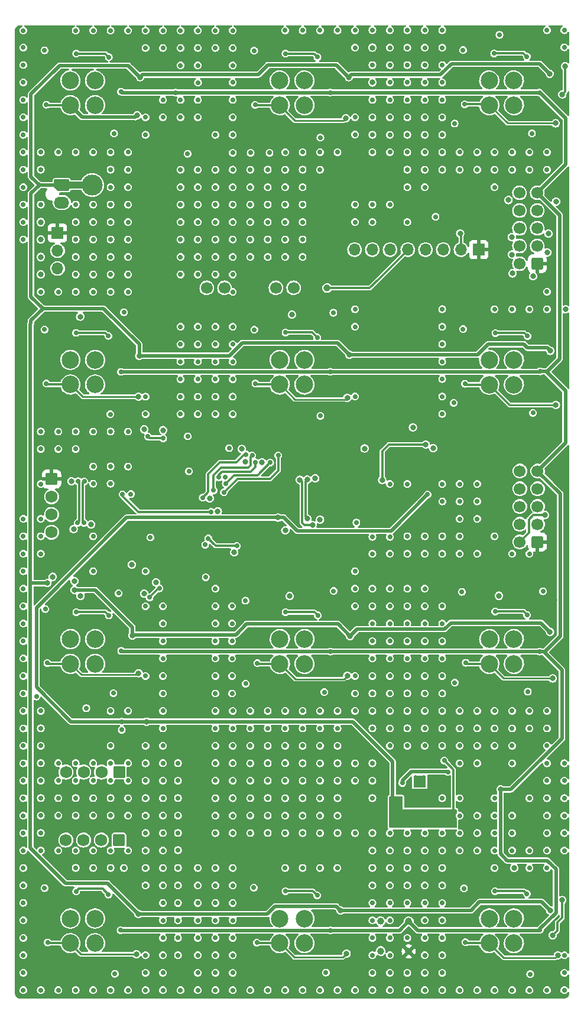
<source format=gbl>
G04 #@! TF.GenerationSoftware,KiCad,Pcbnew,6.0.11-2627ca5db0~126~ubuntu20.04.1*
G04 #@! TF.CreationDate,2023-03-15T01:56:03+01:00*
G04 #@! TF.ProjectId,IOB_V4,494f425f-5634-42e6-9b69-6361645f7063,rev?*
G04 #@! TF.SameCoordinates,Original*
G04 #@! TF.FileFunction,Copper,L4,Bot*
G04 #@! TF.FilePolarity,Positive*
%FSLAX46Y46*%
G04 Gerber Fmt 4.6, Leading zero omitted, Abs format (unit mm)*
G04 Created by KiCad (PCBNEW 6.0.11-2627ca5db0~126~ubuntu20.04.1) date 2023-03-15 01:56:03*
%MOMM*%
%LPD*%
G01*
G04 APERTURE LIST*
G04 Aperture macros list*
%AMRoundRect*
0 Rectangle with rounded corners*
0 $1 Rounding radius*
0 $2 $3 $4 $5 $6 $7 $8 $9 X,Y pos of 4 corners*
0 Add a 4 corners polygon primitive as box body*
4,1,4,$2,$3,$4,$5,$6,$7,$8,$9,$2,$3,0*
0 Add four circle primitives for the rounded corners*
1,1,$1+$1,$2,$3*
1,1,$1+$1,$4,$5*
1,1,$1+$1,$6,$7*
1,1,$1+$1,$8,$9*
0 Add four rect primitives between the rounded corners*
20,1,$1+$1,$2,$3,$4,$5,0*
20,1,$1+$1,$4,$5,$6,$7,0*
20,1,$1+$1,$6,$7,$8,$9,0*
20,1,$1+$1,$8,$9,$2,$3,0*%
%AMFreePoly0*
4,1,22,0.945671,0.830970,1.026777,0.776777,1.080970,0.695671,1.100000,0.600000,1.100000,-0.600000,1.080970,-0.695671,1.026777,-0.776777,0.945671,-0.830970,0.850000,-0.850000,-0.450000,-0.850000,-0.545671,-0.830970,-0.626779,-0.776774,-1.026777,-0.376777,-1.080970,-0.295671,-1.100000,-0.200000,-1.100000,0.600000,-1.080970,0.695671,-1.026777,0.776777,-0.945671,0.830970,-0.850000,0.850000,
0.850000,0.850000,0.945671,0.830970,0.945671,0.830970,$1*%
G04 Aperture macros list end*
G04 #@! TA.AperFunction,ComponentPad*
%ADD10C,3.000000*%
G04 #@! TD*
G04 #@! TA.AperFunction,ComponentPad*
%ADD11FreePoly0,0.000000*%
G04 #@! TD*
G04 #@! TA.AperFunction,ComponentPad*
%ADD12O,2.200000X1.700000*%
G04 #@! TD*
G04 #@! TA.AperFunction,ComponentPad*
%ADD13C,1.000000*%
G04 #@! TD*
G04 #@! TA.AperFunction,ComponentPad*
%ADD14RoundRect,0.250000X0.600000X0.600000X-0.600000X0.600000X-0.600000X-0.600000X0.600000X-0.600000X0*%
G04 #@! TD*
G04 #@! TA.AperFunction,ComponentPad*
%ADD15C,1.700000*%
G04 #@! TD*
G04 #@! TA.AperFunction,ComponentPad*
%ADD16RoundRect,0.250000X0.620000X0.620000X-0.620000X0.620000X-0.620000X-0.620000X0.620000X-0.620000X0*%
G04 #@! TD*
G04 #@! TA.AperFunction,ComponentPad*
%ADD17C,1.740000*%
G04 #@! TD*
G04 #@! TA.AperFunction,ComponentPad*
%ADD18R,1.700000X1.700000*%
G04 #@! TD*
G04 #@! TA.AperFunction,ComponentPad*
%ADD19O,1.700000X1.700000*%
G04 #@! TD*
G04 #@! TA.AperFunction,ComponentPad*
%ADD20C,0.500000*%
G04 #@! TD*
G04 #@! TA.AperFunction,SMDPad,CuDef*
%ADD21R,1.750000X1.750000*%
G04 #@! TD*
G04 #@! TA.AperFunction,ComponentPad*
%ADD22RoundRect,0.250000X-0.620000X0.620000X-0.620000X-0.620000X0.620000X-0.620000X0.620000X0.620000X0*%
G04 #@! TD*
G04 #@! TA.AperFunction,ComponentPad*
%ADD23C,2.500000*%
G04 #@! TD*
G04 #@! TA.AperFunction,ViaPad*
%ADD24C,0.800000*%
G04 #@! TD*
G04 #@! TA.AperFunction,ViaPad*
%ADD25C,0.700000*%
G04 #@! TD*
G04 #@! TA.AperFunction,Conductor*
%ADD26C,0.500000*%
G04 #@! TD*
G04 #@! TA.AperFunction,Conductor*
%ADD27C,0.300000*%
G04 #@! TD*
G04 #@! TA.AperFunction,Conductor*
%ADD28C,0.250000*%
G04 #@! TD*
G04 #@! TA.AperFunction,Conductor*
%ADD29C,1.000000*%
G04 #@! TD*
G04 APERTURE END LIST*
D10*
X81350000Y-53200000D03*
D11*
X77000000Y-53200000D03*
D12*
X77000000Y-55700000D03*
D13*
X126700000Y-158640000D03*
D14*
X145112500Y-64460000D03*
D15*
X142572500Y-64460000D03*
X145112500Y-61920000D03*
X142572500Y-61920000D03*
X145112500Y-59380000D03*
X142572500Y-59380000D03*
X145112500Y-56840000D03*
X142572500Y-56840000D03*
X145112500Y-54300000D03*
X142572500Y-54300000D03*
D13*
X126700000Y-162950000D03*
D16*
X85220000Y-137260000D03*
D17*
X82680000Y-137260000D03*
X80140000Y-137260000D03*
X77600000Y-137260000D03*
D18*
X136725000Y-62450000D03*
D19*
X134185000Y-62450000D03*
X131645000Y-62450000D03*
X129105000Y-62450000D03*
X126565000Y-62450000D03*
X124025000Y-62450000D03*
X121485000Y-62450000D03*
X118945000Y-62450000D03*
D20*
X127650000Y-139225000D03*
X128900000Y-137975000D03*
X128900000Y-139225000D03*
X127650000Y-137975000D03*
D21*
X128275000Y-138600000D03*
D22*
X75550000Y-95290000D03*
D17*
X75550000Y-97830000D03*
X75550000Y-100370000D03*
X75550000Y-102910000D03*
D16*
X85200000Y-147000000D03*
D17*
X82660000Y-147000000D03*
X80120000Y-147000000D03*
X77580000Y-147000000D03*
D18*
X76400000Y-60060000D03*
D19*
X76400000Y-62600000D03*
X76400000Y-65140000D03*
D13*
X122675000Y-162900000D03*
X115020000Y-67950000D03*
D15*
X100320000Y-67920000D03*
X97780000Y-67920000D03*
D13*
X122675000Y-158640000D03*
D15*
X107680000Y-67920000D03*
X110220000Y-67920000D03*
D14*
X145152500Y-104310000D03*
D15*
X142612500Y-104310000D03*
X145152500Y-101770000D03*
X142612500Y-101770000D03*
X145152500Y-99230000D03*
X142612500Y-99230000D03*
X145152500Y-96690000D03*
X142612500Y-96690000D03*
X145152500Y-94150000D03*
X142612500Y-94150000D03*
D23*
X111777767Y-118232233D03*
X108242233Y-118232233D03*
X108242233Y-121767767D03*
X111777767Y-121767767D03*
X111767767Y-158232233D03*
X108232233Y-158232233D03*
X108232233Y-161767767D03*
X111767767Y-161767767D03*
X141767767Y-38232233D03*
X138232233Y-38232233D03*
X138232233Y-41767767D03*
X141767767Y-41767767D03*
X81777767Y-118232233D03*
X78242233Y-118232233D03*
X78242233Y-121767767D03*
X81777767Y-121767767D03*
X141767767Y-78242233D03*
X138232233Y-78242233D03*
X138232233Y-81777767D03*
X141767767Y-81777767D03*
X81767767Y-158232233D03*
X78232233Y-158232233D03*
X78232233Y-161767767D03*
X81767767Y-161767767D03*
X81767767Y-38232233D03*
X78232233Y-38232233D03*
X78232233Y-41767767D03*
X81767767Y-41767767D03*
X111767767Y-38232233D03*
X108232233Y-38232233D03*
X108232233Y-41767767D03*
X111767767Y-41767767D03*
X111767767Y-78232233D03*
X108232233Y-78232233D03*
X108232233Y-81767767D03*
X111767767Y-81767767D03*
X141767767Y-118232233D03*
X138232233Y-118232233D03*
X138232233Y-121767767D03*
X141767767Y-121767767D03*
X81777767Y-78232233D03*
X78242233Y-78232233D03*
X78242233Y-81767767D03*
X81777767Y-81767767D03*
X141767767Y-158232233D03*
X138232233Y-158232233D03*
X138232233Y-161767767D03*
X141767767Y-161767767D03*
D24*
X141400000Y-87650000D03*
X149150000Y-71000000D03*
X147800000Y-55550000D03*
X147750000Y-54200000D03*
X127800000Y-118500000D03*
X125200000Y-158550000D03*
X130250000Y-158500000D03*
X147850000Y-145900000D03*
X145600000Y-81750000D03*
X129900000Y-78700000D03*
X127800000Y-38500000D03*
X87700000Y-163350000D03*
X117800000Y-163250000D03*
X148049500Y-163500000D03*
X147324500Y-123852719D03*
X117900000Y-123450000D03*
X88000000Y-83500000D03*
X117900000Y-83700000D03*
X147774500Y-84700000D03*
X147749500Y-44350000D03*
X117700000Y-43650000D03*
X88000000Y-123100000D03*
X145509500Y-122000000D03*
X87650000Y-125050000D03*
X84800000Y-104450000D03*
X71050000Y-107350000D03*
X76400000Y-107400000D03*
X73450000Y-107150000D03*
X74850000Y-104850000D03*
X87400000Y-49700000D03*
X87500000Y-45550000D03*
X122900000Y-146200000D03*
X120250000Y-143850000D03*
X120250000Y-144900000D03*
X78550000Y-128700000D03*
X148800000Y-152250000D03*
X79300000Y-54550000D03*
X79050000Y-51650000D03*
X147550500Y-112600000D03*
X149200000Y-72900000D03*
X147300000Y-72600000D03*
X97500000Y-111500000D03*
X87800000Y-108900000D03*
X92900000Y-111100000D03*
X118800000Y-152600000D03*
X78800000Y-109900000D03*
X75700000Y-109300000D03*
X74950000Y-110200000D03*
X78847964Y-111188009D03*
X148702071Y-40211797D03*
X149100000Y-36200000D03*
X87800000Y-43200000D03*
X148700000Y-155600000D03*
X147324006Y-160621221D03*
X146950500Y-157059312D03*
X116950000Y-157100000D03*
X88000000Y-157600000D03*
X87100000Y-117700000D03*
X118300000Y-117800000D03*
X146934500Y-117174856D03*
X146974500Y-76948209D03*
D25*
X115469500Y-79941744D03*
X85479500Y-79941744D03*
X145509500Y-79880000D03*
D24*
X88100000Y-77650500D03*
X118200000Y-77500000D03*
X146889500Y-37250000D03*
X118100000Y-37750500D03*
X88200000Y-37750500D03*
X87800000Y-112700000D03*
X88500000Y-73800000D03*
X118185808Y-72991485D03*
D25*
X79000000Y-58500000D03*
X79000000Y-56000000D03*
X79000000Y-61000000D03*
X81500000Y-58500000D03*
X81500000Y-56000000D03*
X81500000Y-61000000D03*
D24*
X139850000Y-139750000D03*
D25*
X145484500Y-159840000D03*
X115479500Y-120010000D03*
X85519500Y-119910000D03*
X115460000Y-39970000D03*
X145459500Y-120010000D03*
X145429500Y-39970000D03*
X93320000Y-39960000D03*
X115484500Y-159931744D03*
X85479500Y-39820000D03*
X85419500Y-159910000D03*
X79000000Y-135990000D03*
X101500000Y-56000000D03*
X131500000Y-70980000D03*
X101500000Y-146000000D03*
X109000000Y-138500000D03*
D24*
X87060000Y-107560000D03*
D25*
X79000000Y-91000000D03*
X99000000Y-86000000D03*
X94000000Y-36070000D03*
X124000000Y-48500000D03*
X139000000Y-131000000D03*
X144505000Y-85835000D03*
X124000000Y-113500000D03*
X101500000Y-41000000D03*
D24*
X88800000Y-111700000D03*
D25*
X126500000Y-111000000D03*
X101500000Y-153500000D03*
X146500000Y-133500000D03*
X74000000Y-56000000D03*
X96500000Y-156000000D03*
X114000000Y-143500000D03*
X121500000Y-166000000D03*
X94000000Y-58500000D03*
X144350000Y-45800000D03*
X131500000Y-121000000D03*
X81500000Y-63500000D03*
X131510000Y-98510000D03*
X99000000Y-31070000D03*
X71500000Y-58500000D03*
X88999500Y-113500000D03*
X101500000Y-61000000D03*
D24*
X105700000Y-92890500D03*
D25*
X129000000Y-51000000D03*
X134000000Y-51000000D03*
X101500000Y-78500000D03*
X91500000Y-128500000D03*
X129000000Y-151000000D03*
X149000000Y-148500000D03*
X134000000Y-128500000D03*
X139700000Y-31700000D03*
X95230000Y-94180000D03*
X84000000Y-148500000D03*
X71500000Y-146000000D03*
X131500000Y-96000000D03*
X94000000Y-31070000D03*
X96500000Y-36070000D03*
X86500000Y-148500000D03*
X96500000Y-158500000D03*
X121500000Y-156000000D03*
D24*
X109960000Y-71750000D03*
D25*
X81500000Y-88500000D03*
X104000000Y-61000000D03*
X71500000Y-116000000D03*
X91500000Y-133500000D03*
X86500000Y-66000000D03*
X129000000Y-43500000D03*
X119000000Y-31040000D03*
X124000000Y-166000000D03*
D24*
X78700000Y-102500000D03*
D25*
X86500000Y-31070000D03*
X106500000Y-61000000D03*
X144000000Y-141000000D03*
X126500000Y-58500000D03*
X131500000Y-46000000D03*
X124000000Y-146000000D03*
X149000000Y-141000000D03*
X71500000Y-51000000D03*
X134000000Y-101000000D03*
D24*
X88800000Y-88200000D03*
D25*
X81500000Y-108500000D03*
X124000000Y-153510000D03*
X104000000Y-140990000D03*
X131500000Y-141000000D03*
X76500000Y-88500000D03*
X146500000Y-48500000D03*
X96500000Y-163500000D03*
X121500000Y-118500000D03*
X71500000Y-111000000D03*
X101500000Y-58500000D03*
X79000000Y-168500000D03*
D24*
X74000000Y-66000000D03*
D25*
X129000000Y-41000000D03*
X124000000Y-111000000D03*
X111500000Y-133500000D03*
X119000000Y-146000000D03*
X116500000Y-48500000D03*
X119000000Y-73480000D03*
X144000000Y-51000000D03*
X136500000Y-48500000D03*
X86500000Y-48500000D03*
X119000000Y-126000000D03*
X109000000Y-168500000D03*
X111500000Y-61000000D03*
X111500000Y-146000000D03*
X146500000Y-136000000D03*
X91500000Y-151000000D03*
X144000000Y-128500000D03*
X99000000Y-81000000D03*
X136500000Y-136000000D03*
X89000000Y-141000000D03*
X71500000Y-56000000D03*
X101500000Y-133500000D03*
X76500000Y-48500000D03*
X131500000Y-153510000D03*
X146500000Y-128500000D03*
X139000000Y-48500000D03*
X129000000Y-33520000D03*
X94000000Y-66000000D03*
X104000000Y-51000000D03*
X91500000Y-163500000D03*
X131500000Y-158500000D03*
X97549500Y-104720000D03*
X84000000Y-88500000D03*
X95049214Y-89169966D03*
X119000000Y-43480000D03*
X86500000Y-63500000D03*
X84600000Y-166150500D03*
X149000000Y-146000000D03*
X74000000Y-138490000D03*
X71500000Y-131010000D03*
X111500000Y-31040000D03*
X81500000Y-93500000D03*
X71500000Y-126000000D03*
X101500000Y-38500000D03*
D24*
X78381083Y-95598697D03*
D25*
X94000000Y-51000000D03*
X93650500Y-135990000D03*
X96500000Y-51000000D03*
X71500000Y-121000000D03*
X129000000Y-46000000D03*
X96500000Y-63500000D03*
X134000000Y-143500000D03*
X129000000Y-126000000D03*
X124000000Y-46000000D03*
X91500000Y-126000000D03*
X81500000Y-68500000D03*
X119000000Y-136000000D03*
X94000000Y-43500000D03*
X106500000Y-63500000D03*
X124000000Y-156000000D03*
X71500000Y-61000000D03*
X129000000Y-128500000D03*
X114000000Y-48500000D03*
X111500000Y-51000000D03*
X106500000Y-168500000D03*
X129000000Y-131000000D03*
X99000000Y-151000000D03*
X74000000Y-88500000D03*
X91500000Y-148500000D03*
X121500000Y-153510000D03*
X124000000Y-158500000D03*
X121500000Y-128500000D03*
X126500000Y-133500000D03*
X84000000Y-140990000D03*
X111500000Y-141000000D03*
X79000000Y-66000000D03*
X115950000Y-111330000D03*
X129000000Y-106000000D03*
X99000000Y-168500000D03*
X114000000Y-136000000D03*
X99000000Y-135990000D03*
X121500000Y-103589500D03*
X126500000Y-148500000D03*
X121500000Y-58500000D03*
X130550000Y-57750000D03*
X146500000Y-151000000D03*
X85600000Y-131200000D03*
X74000000Y-91000000D03*
X81500000Y-138490000D03*
X99000000Y-83500000D03*
X91500000Y-123500000D03*
X74000000Y-131000000D03*
X109000000Y-128500000D03*
X91500000Y-138490000D03*
X91500000Y-116000000D03*
X104000000Y-58500000D03*
X101500000Y-166000000D03*
X131500000Y-148500000D03*
X106500000Y-145990000D03*
X141500000Y-106000000D03*
X99000000Y-138490000D03*
X81500000Y-48500000D03*
X81500000Y-135990000D03*
X76500000Y-148500000D03*
X131500000Y-31020000D03*
X139000000Y-168500000D03*
X136500000Y-98500000D03*
X114000000Y-151000000D03*
X94000000Y-33570000D03*
X74000000Y-133500000D03*
X121500000Y-146000000D03*
X71500000Y-148500000D03*
X101400500Y-121000000D03*
X126500000Y-53500000D03*
X99000000Y-128500000D03*
X74000000Y-168500000D03*
X133280000Y-44390000D03*
X71500000Y-163500000D03*
X80520000Y-128120000D03*
X86500000Y-61000000D03*
X103309011Y-112710000D03*
X121500000Y-131000000D03*
X101500000Y-131000000D03*
X94000000Y-76000000D03*
X136500000Y-148500000D03*
X129000000Y-133500000D03*
X149000000Y-166000000D03*
X145925000Y-111365000D03*
X141500000Y-148500000D03*
X85900000Y-71400000D03*
X131500000Y-146000000D03*
X131500000Y-123500000D03*
X101500000Y-168500000D03*
X121500000Y-111000000D03*
X146500000Y-138500000D03*
X139000000Y-143500000D03*
D24*
X91500000Y-88300000D03*
D25*
X79000000Y-143490000D03*
X99000000Y-53500000D03*
X89000000Y-148500000D03*
D24*
X139620000Y-112010000D03*
D25*
X124000000Y-33520000D03*
X126500000Y-113500000D03*
D24*
X120370000Y-90920000D03*
D25*
X101501638Y-48569500D03*
X71500000Y-138500000D03*
X81500000Y-31070000D03*
X119000000Y-123500000D03*
X134609648Y-153930352D03*
X106500000Y-51000000D03*
D24*
X141000000Y-55350000D03*
D25*
X136500000Y-168500000D03*
X81500000Y-168500000D03*
X126500000Y-36020000D03*
X101500000Y-143500000D03*
X121500000Y-48500000D03*
X116500000Y-128500000D03*
X139000000Y-70980000D03*
X124000000Y-38500000D03*
X134489648Y-33880352D03*
X99000000Y-63500000D03*
D24*
X146700000Y-60150000D03*
D25*
X101500000Y-156000000D03*
X149000000Y-168500000D03*
X89700000Y-103650000D03*
X84000000Y-138490000D03*
X131500000Y-161000000D03*
X101500000Y-76000000D03*
X86500000Y-138490000D03*
X131500000Y-43500000D03*
X114850000Y-165980500D03*
X81500000Y-66000000D03*
X89000000Y-166000000D03*
X146500000Y-143500000D03*
X96500000Y-166000000D03*
X101500000Y-158500000D03*
X91500000Y-161000000D03*
D24*
X130200000Y-90900000D03*
D25*
X79000000Y-31070000D03*
D24*
X81200000Y-101800000D03*
D25*
X71500000Y-155990000D03*
X124000000Y-56000000D03*
X81500000Y-140990000D03*
X101400500Y-126000000D03*
X121500000Y-136000000D03*
X96500000Y-83500000D03*
X131500000Y-163500000D03*
X134000000Y-133500000D03*
X109000000Y-31040000D03*
X99000000Y-163500000D03*
X89000000Y-146000000D03*
X99000000Y-133500000D03*
X124000000Y-128500000D03*
X146500000Y-146000000D03*
X89000000Y-46000000D03*
X106500000Y-133500000D03*
X71500000Y-46000000D03*
X124000000Y-123500000D03*
X84000000Y-63500000D03*
X84000000Y-133500000D03*
X126500000Y-43500000D03*
X129000000Y-48500000D03*
X131500000Y-75980000D03*
X131500000Y-85980000D03*
D24*
X74000000Y-63500000D03*
D25*
X124000000Y-168500000D03*
X71500000Y-38500000D03*
X97630000Y-109350000D03*
X146500000Y-51000000D03*
X121500000Y-141000000D03*
X129000000Y-123500000D03*
X109000000Y-135990000D03*
X74000000Y-68500000D03*
X71500000Y-31070000D03*
X111500000Y-58500000D03*
X91500000Y-153500000D03*
X114000000Y-146000000D03*
X139000000Y-53500000D03*
X106757106Y-48569500D03*
X101500000Y-161000000D03*
X144000000Y-48500000D03*
X131500000Y-116000000D03*
X116500000Y-136000000D03*
X119000000Y-33520000D03*
X71500000Y-161000000D03*
X99000000Y-51000000D03*
X96500000Y-81000000D03*
X131500000Y-151000000D03*
X121500000Y-158500000D03*
X109000000Y-141000000D03*
X109000000Y-61000000D03*
X89000000Y-138500000D03*
X96500000Y-56000000D03*
X84000000Y-61000000D03*
X99000000Y-78500000D03*
X126500000Y-118500000D03*
X99000000Y-73500000D03*
X101500000Y-36070000D03*
X71500000Y-48500000D03*
X134000000Y-148500000D03*
X96500000Y-153500000D03*
X95030374Y-48708869D03*
X84000000Y-168500000D03*
X126500000Y-121000000D03*
X131500000Y-41000000D03*
X126500000Y-106000000D03*
X116500000Y-146000000D03*
X131500000Y-36020000D03*
X99000000Y-61000000D03*
X139000000Y-151000000D03*
X73999500Y-96000000D03*
X96500000Y-78500000D03*
X114000000Y-51000000D03*
X109004622Y-150995378D03*
X111500000Y-151000000D03*
X98999500Y-113500000D03*
D24*
X102800000Y-91000000D03*
D25*
X121500000Y-148500000D03*
D24*
X101700000Y-105800000D03*
D25*
X89000000Y-123500000D03*
X76500000Y-140990000D03*
D24*
X98200000Y-98050500D03*
D25*
X129000000Y-153500000D03*
X106500000Y-58500000D03*
X71500000Y-106000000D03*
X129000000Y-36020000D03*
X116500000Y-138500000D03*
X83950000Y-86020500D03*
X99000000Y-126000000D03*
X129000000Y-148500000D03*
X144000000Y-168500000D03*
X131500000Y-166000000D03*
X114050000Y-86250000D03*
X119000000Y-111000000D03*
X96500000Y-86000000D03*
X124000000Y-116000000D03*
X99000000Y-76000000D03*
X96500000Y-76000000D03*
X129000000Y-146000000D03*
X131500000Y-51000000D03*
X101500000Y-151000000D03*
X94000000Y-81000000D03*
X93650000Y-148450000D03*
X96500000Y-73500000D03*
X106500000Y-56000000D03*
X74649648Y-113920352D03*
X134000000Y-131000000D03*
X94000000Y-63500000D03*
X93650500Y-143490000D03*
X89000000Y-168500000D03*
X131500000Y-131000000D03*
X134000000Y-141000000D03*
X71500000Y-133500000D03*
X146500000Y-168500000D03*
D24*
X99350000Y-99900000D03*
D25*
X133140000Y-84380000D03*
X81500000Y-150990000D03*
X99000000Y-153500000D03*
X131500000Y-128500000D03*
X91500000Y-118500000D03*
X134000000Y-98500000D03*
X121500000Y-113500000D03*
X86500000Y-68500000D03*
X84000000Y-53500000D03*
X84000000Y-128500000D03*
X86500000Y-88500000D03*
X91500000Y-135990000D03*
X124000000Y-126000000D03*
X88999500Y-108500000D03*
X93650500Y-151000000D03*
X74534648Y-33905352D03*
X109000000Y-51000000D03*
X94000000Y-53500000D03*
X126500000Y-166000000D03*
D24*
X90500000Y-110100000D03*
D25*
X96500000Y-41000000D03*
X139000000Y-146000000D03*
X84000000Y-143490000D03*
X84000000Y-93500000D03*
X94000000Y-41000000D03*
X111500000Y-136000000D03*
X121500000Y-123500000D03*
X111500000Y-63500000D03*
X96500000Y-66000000D03*
X141500000Y-48500000D03*
X106500000Y-135990000D03*
X85140000Y-111660000D03*
X93650000Y-161000000D03*
X96500000Y-53500000D03*
X74000000Y-51000000D03*
X71500000Y-168500000D03*
X124000000Y-163500000D03*
X126500000Y-156000000D03*
D24*
X74000000Y-61000000D03*
D25*
X99000000Y-116000000D03*
X79000000Y-68500000D03*
X96500000Y-43500000D03*
X101500000Y-141000000D03*
X124000000Y-121000000D03*
D24*
X121500000Y-38500000D03*
D25*
X101500000Y-73500000D03*
X143755000Y-125755000D03*
X124000000Y-131000000D03*
X119000000Y-83480000D03*
X79000000Y-88500000D03*
X109000000Y-58500000D03*
X129000000Y-116000000D03*
X74549648Y-73890352D03*
D24*
X127300000Y-87900000D03*
D25*
X91500000Y-43500000D03*
X126500000Y-116000000D03*
X103360000Y-124610000D03*
X114000000Y-128500000D03*
X79000000Y-140990000D03*
X71500000Y-166000000D03*
X86500000Y-135990000D03*
X93650000Y-163500000D03*
X104000000Y-53500000D03*
X81500000Y-148500000D03*
X84000000Y-56000000D03*
X101500000Y-66000000D03*
X106500000Y-128500000D03*
X93650500Y-138490000D03*
X144100000Y-166200000D03*
D24*
X79690000Y-112040000D03*
D25*
X136500000Y-131000000D03*
X119000000Y-56000000D03*
X91500000Y-156000000D03*
X100433330Y-95003704D03*
X86500000Y-141000000D03*
X71500000Y-123500000D03*
X144000000Y-148500000D03*
X111500000Y-168500000D03*
X81500000Y-95970500D03*
X129000000Y-161000000D03*
D24*
X141500000Y-63150000D03*
D25*
X91500000Y-31070000D03*
X84000000Y-68500000D03*
X116500000Y-133500000D03*
X73390000Y-126450000D03*
X99000000Y-158500000D03*
X74000000Y-140990000D03*
D24*
X141450000Y-60650000D03*
D25*
X126500000Y-51000000D03*
X71500000Y-113500000D03*
X121500000Y-31020000D03*
X111500000Y-143500000D03*
X116480989Y-150990000D03*
X94000000Y-56000000D03*
X131500000Y-113500000D03*
X129000000Y-166000000D03*
X76500000Y-143490000D03*
X73999500Y-101000000D03*
X124000000Y-31020000D03*
X79000000Y-148500000D03*
X91499500Y-113500000D03*
X89000000Y-133500000D03*
X134000000Y-168500000D03*
X119000000Y-108500000D03*
X71500000Y-103500000D03*
X149000000Y-138500000D03*
X93650000Y-156000000D03*
X104000000Y-138490000D03*
X124000000Y-41000000D03*
X104000000Y-168500000D03*
X121500000Y-138500000D03*
X99000000Y-56000000D03*
X126500000Y-33520000D03*
X129000000Y-111000000D03*
X101400000Y-113500000D03*
X126500000Y-131000000D03*
D24*
X103300000Y-92800000D03*
D25*
X131500000Y-38500000D03*
X79000000Y-48500000D03*
X100990000Y-90867055D03*
X99000000Y-143500000D03*
X86500000Y-143500000D03*
X96500000Y-168500000D03*
X74000000Y-106000000D03*
X101500000Y-135990000D03*
X99000000Y-123500000D03*
X121500000Y-41000000D03*
X149000000Y-31020000D03*
X124000000Y-133500000D03*
X146500000Y-141000000D03*
X76500000Y-68500000D03*
X131500000Y-156010000D03*
X119000000Y-113500000D03*
X126500000Y-41000000D03*
X136500000Y-96000000D03*
X126500000Y-153500000D03*
X83992606Y-95970500D03*
X129000000Y-168500000D03*
X71500000Y-128510000D03*
X114000000Y-31040000D03*
X146500000Y-68480000D03*
X71500000Y-108500000D03*
X76500000Y-91000000D03*
X119000000Y-168500000D03*
X136500000Y-106000000D03*
X101500000Y-83500000D03*
X99000000Y-66000000D03*
X121500000Y-106000000D03*
X124000000Y-161000000D03*
X136500000Y-133500000D03*
X91500000Y-158500000D03*
X141500000Y-133500000D03*
D24*
X141800000Y-151000000D03*
D25*
X131500000Y-83480000D03*
X84000000Y-58500000D03*
X136500000Y-143500000D03*
X101500000Y-51000000D03*
X91500000Y-145990000D03*
X111500000Y-48500000D03*
X93650500Y-140990000D03*
X129000000Y-121000000D03*
X89000000Y-143500000D03*
X71500000Y-36000000D03*
X104051558Y-48569500D03*
X71500000Y-41000000D03*
X71500000Y-141000000D03*
X104000000Y-145990000D03*
X115900000Y-71489500D03*
X134000000Y-48500000D03*
X109000000Y-53500000D03*
X129000000Y-156000000D03*
X119000000Y-58500000D03*
X146500000Y-148500000D03*
X116500000Y-131000000D03*
X94000000Y-168500000D03*
D24*
X109640000Y-112060000D03*
D25*
X111500000Y-56000000D03*
X94000000Y-78500000D03*
D24*
X141550000Y-65850000D03*
D25*
X71500000Y-143500000D03*
X134000000Y-106000000D03*
X98999500Y-111000000D03*
X139000000Y-133500000D03*
X101500000Y-128500000D03*
X74000000Y-128500000D03*
X101500000Y-68500000D03*
X139000000Y-141000000D03*
X96500000Y-61000000D03*
X99000000Y-166000000D03*
X101500000Y-46000000D03*
X134320000Y-111450000D03*
X109000000Y-143500000D03*
X131500000Y-33520000D03*
X91500000Y-121000000D03*
X96500000Y-151000000D03*
X144000000Y-131000000D03*
X134000000Y-103500000D03*
X96500000Y-161000000D03*
X89000000Y-33570000D03*
X126500000Y-46000000D03*
X126500000Y-146000000D03*
X104000000Y-131000000D03*
X89000000Y-136000000D03*
X101500000Y-138500000D03*
X111500000Y-138500000D03*
X91500000Y-41000000D03*
X109000000Y-133500000D03*
X124000000Y-96000000D03*
X121500000Y-121000000D03*
X79000000Y-150990000D03*
X84000000Y-135990000D03*
X93650500Y-145990000D03*
X99000000Y-161000000D03*
X121500000Y-36020000D03*
X114605000Y-125805000D03*
X106500000Y-131000000D03*
X86500000Y-58500000D03*
X81500000Y-143490000D03*
X126500000Y-103500000D03*
X101400500Y-123500000D03*
X109000000Y-131000000D03*
X119000000Y-70980000D03*
X124000000Y-106000000D03*
X124000000Y-118500000D03*
X101500000Y-43500000D03*
X129000000Y-118500000D03*
X131500000Y-168500000D03*
D24*
X121500000Y-33520000D03*
D25*
X126500000Y-96000000D03*
X104564648Y-33955352D03*
X104504648Y-153825352D03*
X84000000Y-48500000D03*
X89000000Y-43500000D03*
X121500000Y-56000000D03*
X96500000Y-31070000D03*
X121500000Y-126000000D03*
X74000000Y-145990000D03*
X101500000Y-33570000D03*
X114050000Y-46400000D03*
X141500000Y-131000000D03*
X119000000Y-45980000D03*
X84400000Y-125950000D03*
X124000000Y-43500000D03*
X136500000Y-128500000D03*
X96500000Y-58500000D03*
X96520179Y-38519500D03*
X101500000Y-31070000D03*
X121500000Y-151000000D03*
X89000000Y-31070000D03*
X86500000Y-93500000D03*
X84000000Y-31070000D03*
X91500000Y-140990000D03*
X124000000Y-151000000D03*
X129000000Y-53500000D03*
X101500000Y-81000000D03*
X121500000Y-46000000D03*
X116500000Y-168500000D03*
X131500000Y-73480000D03*
X96500000Y-33570000D03*
X91500000Y-168500000D03*
X86500000Y-56000000D03*
X71500000Y-151000000D03*
X76500000Y-135990000D03*
X126500000Y-31020000D03*
X94000000Y-61000000D03*
X136500000Y-146000000D03*
X129000000Y-158500000D03*
X126500000Y-128500000D03*
X149000000Y-163500000D03*
X81500000Y-103500000D03*
X104000000Y-56000000D03*
X146500000Y-131000000D03*
X134000000Y-146000000D03*
X99000000Y-141000000D03*
X79000000Y-63500000D03*
X131500000Y-133500000D03*
X89000000Y-151000000D03*
X129000000Y-103500000D03*
X126500000Y-151000000D03*
X109000000Y-63500000D03*
X106500000Y-53500000D03*
D24*
X79640000Y-72040000D03*
D25*
X79000000Y-138490000D03*
X101500000Y-53500000D03*
X119200000Y-101550000D03*
X116500000Y-31040000D03*
X144000000Y-151000000D03*
X86900000Y-97450000D03*
X86500000Y-53500000D03*
X99000000Y-33570000D03*
X131500000Y-78480000D03*
X93650500Y-153500000D03*
X101500000Y-86000000D03*
X126500000Y-38500000D03*
X136500000Y-51000000D03*
D24*
X144500000Y-66250000D03*
D25*
X101400500Y-116000000D03*
X119000000Y-138500000D03*
D24*
X109020000Y-102670000D03*
D25*
X116500000Y-141000000D03*
D24*
X114000000Y-101100000D03*
D25*
X126500000Y-48500000D03*
X121500000Y-43500000D03*
X89000000Y-83500000D03*
X73999500Y-103500000D03*
X116500000Y-143500000D03*
X99000000Y-121000000D03*
X74000000Y-135990000D03*
X86500000Y-168500000D03*
X129000000Y-31020000D03*
X99000000Y-46000000D03*
X91500000Y-143490000D03*
X101500000Y-163500000D03*
X76500000Y-168500000D03*
X111500000Y-128500000D03*
X71500000Y-101010000D03*
D24*
X113300000Y-95200000D03*
D25*
X141500000Y-128500000D03*
X131500000Y-106000000D03*
X141500000Y-51000000D03*
X126500000Y-123500000D03*
X86500000Y-51000000D03*
X141500000Y-146000000D03*
X74000000Y-143490000D03*
X144000000Y-106000000D03*
X139000000Y-103500000D03*
X99000000Y-58500000D03*
X124000000Y-36020000D03*
X144000000Y-70980000D03*
X114000000Y-133500000D03*
X109000000Y-146000000D03*
X89000000Y-153500000D03*
X124000000Y-148500000D03*
X126500000Y-126000000D03*
X149000000Y-136000000D03*
X114000000Y-168500000D03*
X84000000Y-151000000D03*
D24*
X146550000Y-62850000D03*
D25*
X94000000Y-83500000D03*
X99000000Y-146000000D03*
X71500000Y-53500000D03*
X126500000Y-168500000D03*
X111500000Y-53500000D03*
X99000000Y-118500000D03*
X149000000Y-33480000D03*
X104000000Y-136000000D03*
X131500000Y-118500000D03*
X71500000Y-136000000D03*
X114000000Y-141000000D03*
X124000000Y-103589500D03*
X71500000Y-43500000D03*
X106500000Y-138490000D03*
X121500000Y-161000000D03*
X94000000Y-86000000D03*
X141500000Y-143500000D03*
X146500000Y-70980000D03*
X114000000Y-131000000D03*
X141500000Y-70980000D03*
X134000000Y-136000000D03*
X104000000Y-63500000D03*
X104000000Y-143490000D03*
X74000000Y-148500000D03*
X106500000Y-140990000D03*
X104000000Y-133500000D03*
X109000000Y-56000000D03*
X76500000Y-138490000D03*
X99000000Y-156000000D03*
X84500000Y-45799500D03*
X71500000Y-153500000D03*
X86500000Y-128500000D03*
X91500000Y-33570000D03*
X89000000Y-163500000D03*
X131500000Y-48500000D03*
X91500000Y-131000000D03*
X131500000Y-80980000D03*
X134000000Y-96000000D03*
X91500000Y-166000000D03*
X71500000Y-33500000D03*
X74539648Y-153880352D03*
X134484648Y-73835352D03*
X141500000Y-136000000D03*
X89000000Y-86000000D03*
X121500000Y-116000000D03*
X129000000Y-163500000D03*
X101500000Y-63500000D03*
X121500000Y-168500000D03*
X109020179Y-48519500D03*
X74000000Y-48500000D03*
X129000000Y-113500000D03*
X85900000Y-151000000D03*
X146500000Y-31020000D03*
X106500000Y-143490000D03*
X71500000Y-158490000D03*
X114000000Y-138500000D03*
X139000000Y-128500000D03*
X136500000Y-101000000D03*
X121500000Y-163500000D03*
X101400500Y-118500000D03*
X131500000Y-103500000D03*
D24*
X74000000Y-58500000D03*
D25*
X99000000Y-131000000D03*
X129000000Y-38500000D03*
X126500000Y-161000000D03*
X93650000Y-158500000D03*
X139000000Y-51000000D03*
X141500000Y-168500000D03*
X84000000Y-51000000D03*
X94000000Y-73500000D03*
X111500000Y-131000000D03*
X71500000Y-118500000D03*
X149000000Y-143500000D03*
X104579648Y-73910352D03*
X139000000Y-148500000D03*
X119000000Y-128500000D03*
X84000000Y-66000000D03*
X104000000Y-128500000D03*
X131500000Y-126000000D03*
X133290000Y-124470000D03*
X125800000Y-138825000D03*
X132300000Y-137250000D03*
X131125000Y-144700000D03*
X128300000Y-143100000D03*
D24*
X107975000Y-100825000D03*
D25*
X129850000Y-143125000D03*
X125500000Y-142775000D03*
X124400000Y-142775000D03*
X132100000Y-144700000D03*
X85600000Y-130049500D03*
D24*
X89160000Y-130049500D03*
D25*
X129390000Y-97520000D03*
X133025000Y-144700000D03*
X126700000Y-143100000D03*
X131800000Y-135600000D03*
X137940000Y-114230000D03*
X101960000Y-91710000D03*
X115479500Y-161740000D03*
X85760000Y-95430000D03*
X85500000Y-41750000D03*
X81750000Y-107350000D03*
X107920000Y-34210000D03*
X108000303Y-114106558D03*
X85510000Y-81690000D03*
D24*
X78650000Y-105150000D03*
X140100000Y-67000000D03*
X73550000Y-98050000D03*
D25*
X118500000Y-50810000D03*
D24*
X112350000Y-111200000D03*
D25*
X77977889Y-154040954D03*
D24*
X83950000Y-134750000D03*
D25*
X115479500Y-121750000D03*
X92570000Y-94360000D03*
X78030000Y-34250000D03*
X109720000Y-106730000D03*
X115490000Y-41760000D03*
D24*
X95950000Y-88300000D03*
X141900000Y-110450000D03*
X78550000Y-94050000D03*
D25*
X138040000Y-34360000D03*
D24*
X139750000Y-91800000D03*
D25*
X138006488Y-154089208D03*
X85519500Y-121680000D03*
D24*
X148000000Y-32400000D03*
X93976342Y-94426342D03*
X129000000Y-58500000D03*
D25*
X96660000Y-94510000D03*
X91020000Y-94360000D03*
D24*
X91800000Y-103350000D03*
X97600000Y-32400000D03*
D25*
X77950000Y-74170000D03*
D24*
X125050000Y-92550000D03*
X125900000Y-67250000D03*
D25*
X145500000Y-161900000D03*
D24*
X122550000Y-88600000D03*
D25*
X145429500Y-41800000D03*
X115459500Y-81690000D03*
X85450000Y-161680000D03*
D24*
X122000000Y-65050000D03*
D25*
X78006862Y-114090351D03*
D24*
X81250000Y-134450000D03*
D25*
X138008844Y-74119244D03*
X107985712Y-74059383D03*
D24*
X94650000Y-103600000D03*
X101700000Y-107250000D03*
D25*
X112710000Y-106770000D03*
X107980000Y-154100000D03*
X106859500Y-92940500D03*
D24*
X134075000Y-60125000D03*
D25*
X100493566Y-95957190D03*
X99520000Y-95060000D03*
X104750565Y-92901775D03*
X100230000Y-97210000D03*
X108010000Y-91910000D03*
X104289637Y-91913386D03*
X98751887Y-96927358D03*
X97200000Y-97950500D03*
X103400000Y-91780527D03*
D24*
X111100023Y-95409500D03*
X112910000Y-101870500D03*
X112160000Y-100970000D03*
X112170000Y-95380000D03*
D25*
X102080000Y-104870000D03*
X98000000Y-103800000D03*
D24*
X122900000Y-95450000D03*
X129150000Y-90350000D03*
D25*
X80179757Y-101563358D03*
X80229500Y-95640000D03*
X79270724Y-101580208D03*
X79330529Y-95609103D03*
X98400000Y-100000000D03*
X85700000Y-97495500D03*
X91525000Y-89475000D03*
X89360000Y-89220000D03*
D24*
X146230000Y-100470000D03*
D25*
X113620000Y-34850000D03*
X109040000Y-34380000D03*
X79070000Y-34380000D03*
X83742500Y-34877500D03*
X139120000Y-74390000D03*
X143707500Y-74832500D03*
X109060000Y-74310000D03*
X113585000Y-75005000D03*
X83667500Y-74802500D03*
X79050000Y-74360000D03*
X139090000Y-114260000D03*
X143662500Y-114767500D03*
X109060000Y-114370000D03*
X113687500Y-114822500D03*
X83747500Y-114832500D03*
X79090000Y-114350000D03*
X143612500Y-154697500D03*
X139050000Y-154330000D03*
X109040000Y-154310000D03*
X113590000Y-154920000D03*
X79070000Y-154340000D03*
X83687500Y-154812500D03*
X138940000Y-34360000D03*
X143612500Y-34797500D03*
X89580000Y-112250000D03*
X90980000Y-110950000D03*
X104712016Y-41717433D03*
X74790000Y-41690000D03*
X134770000Y-81660000D03*
X104740000Y-81630000D03*
X74784725Y-81628553D03*
X134870000Y-121620000D03*
X105022798Y-121670500D03*
X74940000Y-121650000D03*
X134807362Y-161629261D03*
X104960000Y-161680000D03*
X74973157Y-161660500D03*
X134720000Y-41630000D03*
D26*
X88200000Y-37750500D02*
X88550500Y-37400000D01*
X88550500Y-37400000D02*
X105135151Y-37400000D01*
X105135151Y-37400000D02*
X106535151Y-36000000D01*
X116349500Y-36000000D02*
X118100000Y-37750500D01*
X106535151Y-36000000D02*
X116349500Y-36000000D01*
X146974500Y-76948209D02*
X146526291Y-76500000D01*
X138070302Y-76000000D02*
X136570302Y-77500000D01*
X146526291Y-76500000D02*
X143700000Y-76500000D01*
X143700000Y-76500000D02*
X143200000Y-76000000D01*
X143200000Y-76000000D02*
X138070302Y-76000000D01*
X136570302Y-77500000D02*
X118200000Y-77500000D01*
X145509500Y-79880000D02*
X146520000Y-79880000D01*
X146520000Y-79880000D02*
X148300000Y-78100000D01*
X148300000Y-78100000D02*
X148300000Y-57487500D01*
X148300000Y-57487500D02*
X145112500Y-54300000D01*
D27*
X111100023Y-95409500D02*
X111400000Y-95709477D01*
X111400000Y-95709477D02*
X111400000Y-101510000D01*
X111760500Y-101870500D02*
X112910000Y-101870500D01*
X111400000Y-101510000D02*
X111760500Y-101870500D01*
X112160000Y-100970000D02*
X111900000Y-100710000D01*
X111900000Y-100710000D02*
X111900000Y-95650000D01*
X111900000Y-95650000D02*
X112170000Y-95380000D01*
X97200000Y-97950500D02*
X98000000Y-97150500D01*
X98000000Y-97150500D02*
X98000000Y-94580000D01*
X98000000Y-94580000D02*
X99680000Y-92900000D01*
X99680000Y-92900000D02*
X102000000Y-92900000D01*
X102000000Y-92900000D02*
X103119473Y-91780527D01*
X103119473Y-91780527D02*
X103400000Y-91780527D01*
X79070000Y-154340000D02*
X79460000Y-153950000D01*
X79460000Y-153950000D02*
X82850000Y-153950000D01*
X82850000Y-153950000D02*
X83687500Y-154787500D01*
X83687500Y-154787500D02*
X83687500Y-154812500D01*
D28*
X117800000Y-163250000D02*
X117250000Y-163800000D01*
X117250000Y-163800000D02*
X110300000Y-163800000D01*
X110300000Y-163800000D02*
X108250000Y-161750000D01*
X148049500Y-163500000D02*
X147699500Y-163850000D01*
X147699500Y-163850000D02*
X140300000Y-163850000D01*
X140300000Y-163850000D02*
X138200000Y-161750000D01*
D26*
X116950000Y-157100000D02*
X135600000Y-157100000D01*
X135600000Y-157100000D02*
X136850000Y-155850000D01*
X136850000Y-155850000D02*
X145741188Y-155850000D01*
X145741188Y-155850000D02*
X146950500Y-157059312D01*
X106460302Y-157600000D02*
X88000000Y-157600000D01*
X116950000Y-157100000D02*
X116350000Y-156500000D01*
X116350000Y-156500000D02*
X107560302Y-156500000D01*
X107560302Y-156500000D02*
X106460302Y-157600000D01*
D28*
X117700000Y-43650000D02*
X117350000Y-44000000D01*
X117350000Y-44000000D02*
X110400000Y-44000000D01*
X110400000Y-44000000D02*
X108200000Y-41800000D01*
D26*
X146889500Y-37250000D02*
X145489500Y-35850000D01*
X145489500Y-35850000D02*
X132801371Y-35850000D01*
X132801371Y-35850000D02*
X131251371Y-37400000D01*
X118450500Y-37400000D02*
X118100000Y-37750500D01*
X131251371Y-37400000D02*
X118450500Y-37400000D01*
X145509500Y-79880000D02*
X146380000Y-79880000D01*
X146380000Y-79880000D02*
X149150000Y-82650000D01*
X149150000Y-82650000D02*
X149150000Y-90152500D01*
X149150000Y-90152500D02*
X145152500Y-94150000D01*
X88100000Y-77650500D02*
X100980871Y-77650500D01*
X100980871Y-77650500D02*
X102831371Y-75800000D01*
X102831371Y-75800000D02*
X113248629Y-75800000D01*
X113248629Y-75800000D02*
X113253629Y-75805000D01*
X113253629Y-75805000D02*
X113916371Y-75805000D01*
X113916371Y-75805000D02*
X113921371Y-75800000D01*
X113921371Y-75800000D02*
X116500000Y-75800000D01*
X116500000Y-75800000D02*
X118200000Y-77500000D01*
D28*
X117900000Y-123450000D02*
X117400000Y-123950000D01*
X117400000Y-123950000D02*
X110450000Y-123950000D01*
X110450000Y-123950000D02*
X108250000Y-121750000D01*
D26*
X87100000Y-117700000D02*
X87200000Y-117600000D01*
X87200000Y-117600000D02*
X101900000Y-117600000D01*
X103450000Y-116050000D02*
X116550000Y-116050000D01*
X101900000Y-117600000D02*
X103450000Y-116050000D01*
X116550000Y-116050000D02*
X118300000Y-117800000D01*
X146934500Y-117174856D02*
X145659644Y-115900000D01*
X145659644Y-115900000D02*
X132731371Y-115900000D01*
X132731371Y-115900000D02*
X131831371Y-116800000D01*
X131831371Y-116800000D02*
X119300000Y-116800000D01*
X119300000Y-116800000D02*
X118300000Y-117800000D01*
D28*
X147774500Y-84700000D02*
X141150000Y-84700000D01*
X141150000Y-84700000D02*
X138250000Y-81800000D01*
X147749500Y-44350000D02*
X140850000Y-44350000D01*
X140850000Y-44350000D02*
X138250000Y-41750000D01*
D26*
X145429500Y-39970000D02*
X145540000Y-39970000D01*
X145540000Y-39970000D02*
X149200000Y-43630000D01*
X149200000Y-43630000D02*
X149200000Y-50212500D01*
X149200000Y-50212500D02*
X145112500Y-54300000D01*
X145459500Y-120010000D02*
X146010000Y-120010000D01*
X146010000Y-120010000D02*
X148650000Y-122650000D01*
X146831371Y-134300000D02*
X146800000Y-134300000D01*
X146800000Y-134300000D02*
X141350000Y-139750000D01*
X148650000Y-122650000D02*
X148650000Y-132481371D01*
X148650000Y-132481371D02*
X146831371Y-134300000D01*
X141350000Y-139750000D02*
X139850000Y-139750000D01*
D28*
X147324500Y-123852719D02*
X147321781Y-123850000D01*
X147321781Y-123850000D02*
X140300000Y-123850000D01*
X140300000Y-123850000D02*
X138150000Y-121700000D01*
X87700000Y-163350000D02*
X79750000Y-163350000D01*
X79750000Y-163350000D02*
X78200000Y-161800000D01*
X88000000Y-83500000D02*
X80000000Y-83500000D01*
X80000000Y-83500000D02*
X78250000Y-81750000D01*
X117900000Y-83700000D02*
X117700000Y-83900000D01*
X117700000Y-83900000D02*
X110400000Y-83900000D01*
X110400000Y-83900000D02*
X108250000Y-81750000D01*
X79842767Y-123342767D02*
X78250000Y-121750000D01*
X88000000Y-123100000D02*
X87757233Y-123342767D01*
X87757233Y-123342767D02*
X79842767Y-123342767D01*
D26*
X74950000Y-110200000D02*
X72600000Y-110200000D01*
X72600000Y-110200000D02*
X72500000Y-110300000D01*
X87100000Y-117700000D02*
X87100000Y-116500000D01*
X81788009Y-111188009D02*
X78847964Y-111188009D01*
X87100000Y-116500000D02*
X81788009Y-111188009D01*
X85600000Y-130049500D02*
X78349500Y-130049500D01*
X78349500Y-130049500D02*
X73380000Y-125080000D01*
X73380000Y-125080000D02*
X73380000Y-113750666D01*
X73380000Y-113750666D02*
X86310666Y-100820000D01*
X86310666Y-100820000D02*
X107970000Y-100820000D01*
X107970000Y-100820000D02*
X107975000Y-100825000D01*
D29*
X77000000Y-53200000D02*
X81350000Y-53200000D01*
D26*
X145484500Y-159840000D02*
X145484500Y-159735500D01*
X145484500Y-159735500D02*
X147800000Y-157420000D01*
X147800000Y-157420000D02*
X147800000Y-151168629D01*
X147800000Y-151168629D02*
X146571371Y-149940000D01*
X127991744Y-159931744D02*
X126700000Y-158640000D01*
X146571371Y-149940000D02*
X140790000Y-149940000D01*
X140790000Y-149940000D02*
X139850000Y-149000000D01*
X139850000Y-149000000D02*
X139850000Y-139750000D01*
X145484500Y-159840000D02*
X145392756Y-159931744D01*
X145392756Y-159931744D02*
X127991744Y-159931744D01*
X145429500Y-39970000D02*
X115460000Y-39970000D01*
X85629500Y-39970000D02*
X93310000Y-39970000D01*
X85479500Y-39820000D02*
X85629500Y-39970000D01*
X93310000Y-39970000D02*
X93320000Y-39960000D01*
X145459500Y-120010000D02*
X115479500Y-120010000D01*
X148400000Y-117800000D02*
X148400000Y-97397500D01*
X145459500Y-120010000D02*
X146190000Y-120010000D01*
X146190000Y-120010000D02*
X148400000Y-117800000D01*
X148400000Y-97397500D02*
X145152500Y-94150000D01*
X85619500Y-120010000D02*
X85519500Y-119910000D01*
X115479500Y-120010000D02*
X85619500Y-120010000D01*
X85419500Y-159910000D02*
X85441244Y-159931744D01*
X85441244Y-159931744D02*
X115484500Y-159931744D01*
X115484500Y-159931744D02*
X125408256Y-159931744D01*
X125408256Y-159931744D02*
X126700000Y-158640000D01*
X115469500Y-79941744D02*
X85479500Y-79941744D01*
X145509500Y-79880000D02*
X145447756Y-79941744D01*
X145447756Y-79941744D02*
X115469500Y-79941744D01*
D27*
X99070000Y-104870000D02*
X102080000Y-104870000D01*
X98000000Y-103800000D02*
X99070000Y-104870000D01*
D26*
X72500000Y-73100000D02*
X72500000Y-110300000D01*
X72500000Y-110300000D02*
X72500000Y-148131371D01*
X72600000Y-72600000D02*
X72600000Y-73000000D01*
X74300000Y-70900000D02*
X72600000Y-72600000D01*
X72600000Y-73000000D02*
X72500000Y-73100000D01*
X77568629Y-153200000D02*
X83600000Y-153200000D01*
X72500000Y-148131371D02*
X77568629Y-153200000D01*
X83600000Y-153200000D02*
X88000000Y-157600000D01*
X73800000Y-53200000D02*
X72600000Y-54400000D01*
X72600000Y-54400000D02*
X72600000Y-69200000D01*
X72600000Y-69200000D02*
X74300000Y-70900000D01*
X74300000Y-70900000D02*
X83000000Y-70900000D01*
X83000000Y-70900000D02*
X88100000Y-76000000D01*
X88100000Y-76000000D02*
X88100000Y-77650500D01*
X88200000Y-37750500D02*
X86549500Y-36100000D01*
X86549500Y-36100000D02*
X76700000Y-36100000D01*
X76700000Y-36100000D02*
X72600000Y-40200000D01*
X72600000Y-40200000D02*
X72600000Y-52000000D01*
X72600000Y-52000000D02*
X73800000Y-53200000D01*
X73800000Y-53200000D02*
X77000000Y-53200000D01*
D27*
X148702071Y-40211797D02*
X149100000Y-39813868D01*
X149100000Y-39813868D02*
X149100000Y-36200000D01*
D26*
X79932233Y-43477767D02*
X78232233Y-41777767D01*
X87800000Y-43200000D02*
X87522233Y-43477767D01*
X87522233Y-43477767D02*
X79932233Y-43477767D01*
D27*
X147324006Y-160621221D02*
X148000000Y-159945227D01*
X148000000Y-159945227D02*
X148000000Y-158800000D01*
X148700000Y-158100000D02*
X148700000Y-155600000D01*
X148000000Y-158800000D02*
X148700000Y-158100000D01*
D26*
X93330000Y-39970000D02*
X93320000Y-39960000D01*
X115460000Y-39970000D02*
X93330000Y-39970000D01*
X132300000Y-137250000D02*
X132250000Y-137200000D01*
X132250000Y-137200000D02*
X127050000Y-137200000D01*
X127050000Y-137200000D02*
X125800000Y-138450000D01*
X125800000Y-138450000D02*
X125800000Y-138825000D01*
X85600000Y-130049500D02*
X89160000Y-130049500D01*
D27*
X131800000Y-135600000D02*
X133100000Y-136900000D01*
D26*
X124190000Y-102720000D02*
X129390000Y-97520000D01*
X107975000Y-100825000D02*
X107980000Y-100820000D01*
X124400000Y-135760000D02*
X118689500Y-130049500D01*
D27*
X133100000Y-143100000D02*
X133075000Y-143125000D01*
X133100000Y-136900000D02*
X133100000Y-143100000D01*
D26*
X108810000Y-100820000D02*
X110710000Y-102720000D01*
X124400000Y-142775000D02*
X124400000Y-135760000D01*
D27*
X133075000Y-143125000D02*
X129850000Y-143125000D01*
D26*
X110710000Y-102720000D02*
X124190000Y-102720000D01*
X107980000Y-100820000D02*
X108810000Y-100820000D01*
X118689500Y-130049500D02*
X89160000Y-130049500D01*
D27*
X101710756Y-94740000D02*
X100493566Y-95957190D01*
X105060000Y-94740000D02*
X101710756Y-94740000D01*
X106859500Y-92940500D02*
X105060000Y-94740000D01*
X134185000Y-60235000D02*
X134075000Y-60125000D01*
X134185000Y-62450000D02*
X134185000Y-60235000D01*
X99520000Y-94702830D02*
X99520000Y-95060000D01*
X104750565Y-93549435D02*
X104070489Y-94229511D01*
X104070489Y-94229511D02*
X99993319Y-94229511D01*
X99993319Y-94229511D02*
X99520000Y-94702830D01*
X104750565Y-92901775D02*
X104750565Y-93549435D01*
X108010000Y-91910000D02*
X108010000Y-94090000D01*
X106830000Y-95270000D02*
X102170000Y-95270000D01*
X121110661Y-67950000D02*
X122410661Y-66650000D01*
X108010000Y-94090000D02*
X106830000Y-95270000D01*
X102170000Y-95270000D02*
X100230000Y-97210000D01*
X115020000Y-67950000D02*
X121110661Y-67950000D01*
X122410661Y-66650000D02*
X126565000Y-62495661D01*
X126565000Y-62495661D02*
X126565000Y-62450000D01*
X104050565Y-92152458D02*
X104289637Y-91913386D01*
X98751887Y-96927358D02*
X98751887Y-94764528D01*
X103710489Y-93689511D02*
X104050565Y-93349435D01*
X104050565Y-93349435D02*
X104050565Y-92152458D01*
X98751887Y-94764528D02*
X99826904Y-93689511D01*
X99826904Y-93689511D02*
X103710489Y-93689511D01*
X129150000Y-90350000D02*
X123850000Y-90350000D01*
X122900000Y-91300000D02*
X122900000Y-95450000D01*
X123850000Y-90350000D02*
X122900000Y-91300000D01*
X80040000Y-95829500D02*
X80040000Y-101423601D01*
X80229500Y-95640000D02*
X80040000Y-95829500D01*
X80040000Y-101423601D02*
X80179757Y-101563358D01*
X79520000Y-101330932D02*
X79270724Y-101580208D01*
X79330529Y-95609103D02*
X79520000Y-95798574D01*
X79520000Y-95798574D02*
X79520000Y-101330932D01*
X88000000Y-100000000D02*
X85700000Y-97700000D01*
X85700000Y-97700000D02*
X85700000Y-97495500D01*
X98400000Y-100000000D02*
X88000000Y-100000000D01*
X89540000Y-89400000D02*
X89360000Y-89220000D01*
X91450000Y-89400000D02*
X89540000Y-89400000D01*
X91525000Y-89475000D02*
X91450000Y-89400000D01*
X143900000Y-101130000D02*
X144560000Y-100470000D01*
X143900000Y-103022500D02*
X143900000Y-101130000D01*
X142612500Y-104310000D02*
X143900000Y-103022500D01*
X144560000Y-100470000D02*
X146230000Y-100470000D01*
X113150000Y-34380000D02*
X113620000Y-34850000D01*
X109040000Y-34380000D02*
X113150000Y-34380000D01*
X83245000Y-34380000D02*
X83742500Y-34877500D01*
X79070000Y-34380000D02*
X83245000Y-34380000D01*
X143265000Y-74390000D02*
X143707500Y-74832500D01*
X139120000Y-74390000D02*
X143265000Y-74390000D01*
X112890000Y-74310000D02*
X113585000Y-75005000D01*
X109060000Y-74310000D02*
X112890000Y-74310000D01*
X79050000Y-74360000D02*
X83225000Y-74360000D01*
X83225000Y-74360000D02*
X83667500Y-74802500D01*
X139090000Y-114260000D02*
X143155000Y-114260000D01*
X143155000Y-114260000D02*
X143662500Y-114767500D01*
X113235000Y-114370000D02*
X113687500Y-114822500D01*
X109060000Y-114370000D02*
X113235000Y-114370000D01*
X79090000Y-114350000D02*
X83265000Y-114350000D01*
X83265000Y-114350000D02*
X83747500Y-114832500D01*
X139050000Y-154330000D02*
X143245000Y-154330000D01*
X143245000Y-154330000D02*
X143612500Y-154697500D01*
X112980000Y-154310000D02*
X113590000Y-154920000D01*
X109040000Y-154310000D02*
X112980000Y-154310000D01*
X143612500Y-34797500D02*
X143105000Y-34290000D01*
X139010000Y-34290000D02*
X138940000Y-34360000D01*
X143105000Y-34290000D02*
X139010000Y-34290000D01*
X89580000Y-112250000D02*
X90880000Y-110950000D01*
X90880000Y-110950000D02*
X90980000Y-110950000D01*
X104712016Y-41717433D02*
X104772350Y-41777767D01*
X104772350Y-41777767D02*
X108232233Y-41777767D01*
X74877767Y-41777767D02*
X78232233Y-41777767D01*
X74790000Y-41690000D02*
X74877767Y-41777767D01*
X134887767Y-81777767D02*
X138232233Y-81777767D01*
X134770000Y-81660000D02*
X134887767Y-81777767D01*
X104740000Y-81630000D02*
X104877767Y-81767767D01*
X104877767Y-81767767D02*
X108232233Y-81767767D01*
X74784725Y-81628553D02*
X74923939Y-81767767D01*
X74923939Y-81767767D02*
X78242233Y-81767767D01*
X135017767Y-121767767D02*
X138232233Y-121767767D01*
X134870000Y-121620000D02*
X135017767Y-121767767D01*
X105120065Y-121767767D02*
X108242233Y-121767767D01*
X105022798Y-121670500D02*
X105120065Y-121767767D01*
X74940000Y-121650000D02*
X75057767Y-121767767D01*
X75057767Y-121767767D02*
X78242233Y-121767767D01*
X134807362Y-161629261D02*
X134945868Y-161767767D01*
X134945868Y-161767767D02*
X138232233Y-161767767D01*
X105047767Y-161767767D02*
X108232233Y-161767767D01*
X104960000Y-161680000D02*
X105047767Y-161767767D01*
X75080424Y-161767767D02*
X78232233Y-161767767D01*
X74973157Y-161660500D02*
X75080424Y-161767767D01*
X138104466Y-41630000D02*
X134720000Y-41630000D01*
X138242233Y-41767767D02*
X138104466Y-41630000D01*
G04 #@! TA.AperFunction,Conductor*
G36*
X125792121Y-140745002D02*
G01*
X125838614Y-140798658D01*
X125850000Y-140851000D01*
X125850000Y-142600000D01*
X133474000Y-142600000D01*
X133542121Y-142620002D01*
X133588614Y-142673658D01*
X133600000Y-142726000D01*
X133600000Y-143074224D01*
X133579998Y-143142345D01*
X133573968Y-143150920D01*
X133519139Y-143222375D01*
X133463670Y-143356291D01*
X133444750Y-143500000D01*
X133463670Y-143643709D01*
X133519139Y-143777625D01*
X133573963Y-143849072D01*
X133599563Y-143915293D01*
X133600000Y-143925776D01*
X133600000Y-145124000D01*
X133579998Y-145192121D01*
X133526342Y-145238614D01*
X133474000Y-145250000D01*
X124026000Y-145250000D01*
X123957879Y-145229998D01*
X123911386Y-145176342D01*
X123900000Y-145124000D01*
X123900000Y-140851000D01*
X123920002Y-140782879D01*
X123973658Y-140736386D01*
X124026000Y-140725000D01*
X125724000Y-140725000D01*
X125792121Y-140745002D01*
G37*
G04 #@! TD.AperFunction*
G04 #@! TA.AperFunction,Conductor*
G36*
X71353889Y-30320502D02*
G01*
X71400382Y-30374158D01*
X71410486Y-30444432D01*
X71380992Y-30509012D01*
X71333985Y-30542909D01*
X71230007Y-30585977D01*
X71230002Y-30585980D01*
X71222375Y-30589139D01*
X71107379Y-30677379D01*
X71019139Y-30792375D01*
X70963670Y-30926291D01*
X70944750Y-31070000D01*
X70963670Y-31213709D01*
X71019139Y-31347625D01*
X71107379Y-31462621D01*
X71222375Y-31550861D01*
X71356291Y-31606330D01*
X71500000Y-31625250D01*
X71643709Y-31606330D01*
X71777625Y-31550861D01*
X71892621Y-31462621D01*
X71980861Y-31347625D01*
X72036330Y-31213709D01*
X72055250Y-31070000D01*
X72036330Y-30926291D01*
X71980861Y-30792375D01*
X71892621Y-30677379D01*
X71777625Y-30589139D01*
X71769998Y-30585980D01*
X71769993Y-30585977D01*
X71666015Y-30542909D01*
X71610733Y-30498361D01*
X71588312Y-30430998D01*
X71605870Y-30362207D01*
X71657832Y-30313828D01*
X71714232Y-30300500D01*
X78785768Y-30300500D01*
X78853889Y-30320502D01*
X78900382Y-30374158D01*
X78910486Y-30444432D01*
X78880992Y-30509012D01*
X78833985Y-30542909D01*
X78730007Y-30585977D01*
X78730002Y-30585980D01*
X78722375Y-30589139D01*
X78607379Y-30677379D01*
X78519139Y-30792375D01*
X78463670Y-30926291D01*
X78444750Y-31070000D01*
X78463670Y-31213709D01*
X78519139Y-31347625D01*
X78607379Y-31462621D01*
X78722375Y-31550861D01*
X78856291Y-31606330D01*
X79000000Y-31625250D01*
X79143709Y-31606330D01*
X79277625Y-31550861D01*
X79392621Y-31462621D01*
X79480861Y-31347625D01*
X79536330Y-31213709D01*
X79555250Y-31070000D01*
X79536330Y-30926291D01*
X79480861Y-30792375D01*
X79392621Y-30677379D01*
X79277625Y-30589139D01*
X79269998Y-30585980D01*
X79269993Y-30585977D01*
X79166015Y-30542909D01*
X79110733Y-30498361D01*
X79088312Y-30430998D01*
X79105870Y-30362207D01*
X79157832Y-30313828D01*
X79214232Y-30300500D01*
X81285768Y-30300500D01*
X81353889Y-30320502D01*
X81400382Y-30374158D01*
X81410486Y-30444432D01*
X81380992Y-30509012D01*
X81333985Y-30542909D01*
X81230007Y-30585977D01*
X81230002Y-30585980D01*
X81222375Y-30589139D01*
X81107379Y-30677379D01*
X81019139Y-30792375D01*
X80963670Y-30926291D01*
X80944750Y-31070000D01*
X80963670Y-31213709D01*
X81019139Y-31347625D01*
X81107379Y-31462621D01*
X81222375Y-31550861D01*
X81356291Y-31606330D01*
X81500000Y-31625250D01*
X81643709Y-31606330D01*
X81777625Y-31550861D01*
X81892621Y-31462621D01*
X81980861Y-31347625D01*
X82036330Y-31213709D01*
X82055250Y-31070000D01*
X82036330Y-30926291D01*
X81980861Y-30792375D01*
X81892621Y-30677379D01*
X81777625Y-30589139D01*
X81769998Y-30585980D01*
X81769993Y-30585977D01*
X81666015Y-30542909D01*
X81610733Y-30498361D01*
X81588312Y-30430998D01*
X81605870Y-30362207D01*
X81657832Y-30313828D01*
X81714232Y-30300500D01*
X83785768Y-30300500D01*
X83853889Y-30320502D01*
X83900382Y-30374158D01*
X83910486Y-30444432D01*
X83880992Y-30509012D01*
X83833985Y-30542909D01*
X83730007Y-30585977D01*
X83730002Y-30585980D01*
X83722375Y-30589139D01*
X83607379Y-30677379D01*
X83519139Y-30792375D01*
X83463670Y-30926291D01*
X83444750Y-31070000D01*
X83463670Y-31213709D01*
X83519139Y-31347625D01*
X83607379Y-31462621D01*
X83722375Y-31550861D01*
X83856291Y-31606330D01*
X84000000Y-31625250D01*
X84143709Y-31606330D01*
X84277625Y-31550861D01*
X84392621Y-31462621D01*
X84480861Y-31347625D01*
X84536330Y-31213709D01*
X84555250Y-31070000D01*
X84536330Y-30926291D01*
X84480861Y-30792375D01*
X84392621Y-30677379D01*
X84277625Y-30589139D01*
X84269998Y-30585980D01*
X84269993Y-30585977D01*
X84166015Y-30542909D01*
X84110733Y-30498361D01*
X84088312Y-30430998D01*
X84105870Y-30362207D01*
X84157832Y-30313828D01*
X84214232Y-30300500D01*
X86285768Y-30300500D01*
X86353889Y-30320502D01*
X86400382Y-30374158D01*
X86410486Y-30444432D01*
X86380992Y-30509012D01*
X86333985Y-30542909D01*
X86230007Y-30585977D01*
X86230002Y-30585980D01*
X86222375Y-30589139D01*
X86107379Y-30677379D01*
X86019139Y-30792375D01*
X85963670Y-30926291D01*
X85944750Y-31070000D01*
X85963670Y-31213709D01*
X86019139Y-31347625D01*
X86107379Y-31462621D01*
X86222375Y-31550861D01*
X86356291Y-31606330D01*
X86500000Y-31625250D01*
X86643709Y-31606330D01*
X86777625Y-31550861D01*
X86892621Y-31462621D01*
X86980861Y-31347625D01*
X87036330Y-31213709D01*
X87055250Y-31070000D01*
X87036330Y-30926291D01*
X86980861Y-30792375D01*
X86892621Y-30677379D01*
X86777625Y-30589139D01*
X86769998Y-30585980D01*
X86769993Y-30585977D01*
X86666015Y-30542909D01*
X86610733Y-30498361D01*
X86588312Y-30430998D01*
X86605870Y-30362207D01*
X86657832Y-30313828D01*
X86714232Y-30300500D01*
X88785768Y-30300500D01*
X88853889Y-30320502D01*
X88900382Y-30374158D01*
X88910486Y-30444432D01*
X88880992Y-30509012D01*
X88833985Y-30542909D01*
X88730007Y-30585977D01*
X88730002Y-30585980D01*
X88722375Y-30589139D01*
X88607379Y-30677379D01*
X88519139Y-30792375D01*
X88463670Y-30926291D01*
X88444750Y-31070000D01*
X88463670Y-31213709D01*
X88519139Y-31347625D01*
X88607379Y-31462621D01*
X88722375Y-31550861D01*
X88856291Y-31606330D01*
X89000000Y-31625250D01*
X89143709Y-31606330D01*
X89277625Y-31550861D01*
X89392621Y-31462621D01*
X89480861Y-31347625D01*
X89536330Y-31213709D01*
X89555250Y-31070000D01*
X89536330Y-30926291D01*
X89480861Y-30792375D01*
X89392621Y-30677379D01*
X89277625Y-30589139D01*
X89269998Y-30585980D01*
X89269993Y-30585977D01*
X89166015Y-30542909D01*
X89110733Y-30498361D01*
X89088312Y-30430998D01*
X89105870Y-30362207D01*
X89157832Y-30313828D01*
X89214232Y-30300500D01*
X91285768Y-30300500D01*
X91353889Y-30320502D01*
X91400382Y-30374158D01*
X91410486Y-30444432D01*
X91380992Y-30509012D01*
X91333985Y-30542909D01*
X91230007Y-30585977D01*
X91230002Y-30585980D01*
X91222375Y-30589139D01*
X91107379Y-30677379D01*
X91019139Y-30792375D01*
X90963670Y-30926291D01*
X90944750Y-31070000D01*
X90963670Y-31213709D01*
X91019139Y-31347625D01*
X91107379Y-31462621D01*
X91222375Y-31550861D01*
X91356291Y-31606330D01*
X91500000Y-31625250D01*
X91643709Y-31606330D01*
X91777625Y-31550861D01*
X91892621Y-31462621D01*
X91980861Y-31347625D01*
X92036330Y-31213709D01*
X92055250Y-31070000D01*
X92036330Y-30926291D01*
X91980861Y-30792375D01*
X91892621Y-30677379D01*
X91777625Y-30589139D01*
X91769998Y-30585980D01*
X91769993Y-30585977D01*
X91666015Y-30542909D01*
X91610733Y-30498361D01*
X91588312Y-30430998D01*
X91605870Y-30362207D01*
X91657832Y-30313828D01*
X91714232Y-30300500D01*
X93785768Y-30300500D01*
X93853889Y-30320502D01*
X93900382Y-30374158D01*
X93910486Y-30444432D01*
X93880992Y-30509012D01*
X93833985Y-30542909D01*
X93730007Y-30585977D01*
X93730002Y-30585980D01*
X93722375Y-30589139D01*
X93607379Y-30677379D01*
X93519139Y-30792375D01*
X93463670Y-30926291D01*
X93444750Y-31070000D01*
X93463670Y-31213709D01*
X93519139Y-31347625D01*
X93607379Y-31462621D01*
X93722375Y-31550861D01*
X93856291Y-31606330D01*
X94000000Y-31625250D01*
X94143709Y-31606330D01*
X94277625Y-31550861D01*
X94392621Y-31462621D01*
X94480861Y-31347625D01*
X94536330Y-31213709D01*
X94555250Y-31070000D01*
X94536330Y-30926291D01*
X94480861Y-30792375D01*
X94392621Y-30677379D01*
X94277625Y-30589139D01*
X94269998Y-30585980D01*
X94269993Y-30585977D01*
X94166015Y-30542909D01*
X94110733Y-30498361D01*
X94088312Y-30430998D01*
X94105870Y-30362207D01*
X94157832Y-30313828D01*
X94214232Y-30300500D01*
X96285768Y-30300500D01*
X96353889Y-30320502D01*
X96400382Y-30374158D01*
X96410486Y-30444432D01*
X96380992Y-30509012D01*
X96333985Y-30542909D01*
X96230007Y-30585977D01*
X96230002Y-30585980D01*
X96222375Y-30589139D01*
X96107379Y-30677379D01*
X96019139Y-30792375D01*
X95963670Y-30926291D01*
X95944750Y-31070000D01*
X95963670Y-31213709D01*
X96019139Y-31347625D01*
X96107379Y-31462621D01*
X96222375Y-31550861D01*
X96356291Y-31606330D01*
X96500000Y-31625250D01*
X96643709Y-31606330D01*
X96777625Y-31550861D01*
X96892621Y-31462621D01*
X96980861Y-31347625D01*
X97036330Y-31213709D01*
X97055250Y-31070000D01*
X97036330Y-30926291D01*
X96980861Y-30792375D01*
X96892621Y-30677379D01*
X96777625Y-30589139D01*
X96769998Y-30585980D01*
X96769993Y-30585977D01*
X96666015Y-30542909D01*
X96610733Y-30498361D01*
X96588312Y-30430998D01*
X96605870Y-30362207D01*
X96657832Y-30313828D01*
X96714232Y-30300500D01*
X98785768Y-30300500D01*
X98853889Y-30320502D01*
X98900382Y-30374158D01*
X98910486Y-30444432D01*
X98880992Y-30509012D01*
X98833985Y-30542909D01*
X98730007Y-30585977D01*
X98730002Y-30585980D01*
X98722375Y-30589139D01*
X98607379Y-30677379D01*
X98519139Y-30792375D01*
X98463670Y-30926291D01*
X98444750Y-31070000D01*
X98463670Y-31213709D01*
X98519139Y-31347625D01*
X98607379Y-31462621D01*
X98722375Y-31550861D01*
X98856291Y-31606330D01*
X99000000Y-31625250D01*
X99143709Y-31606330D01*
X99277625Y-31550861D01*
X99392621Y-31462621D01*
X99480861Y-31347625D01*
X99536330Y-31213709D01*
X99555250Y-31070000D01*
X99536330Y-30926291D01*
X99480861Y-30792375D01*
X99392621Y-30677379D01*
X99277625Y-30589139D01*
X99269998Y-30585980D01*
X99269993Y-30585977D01*
X99166015Y-30542909D01*
X99110733Y-30498361D01*
X99088312Y-30430998D01*
X99105870Y-30362207D01*
X99157832Y-30313828D01*
X99214232Y-30300500D01*
X101285768Y-30300500D01*
X101353889Y-30320502D01*
X101400382Y-30374158D01*
X101410486Y-30444432D01*
X101380992Y-30509012D01*
X101333985Y-30542909D01*
X101230007Y-30585977D01*
X101230002Y-30585980D01*
X101222375Y-30589139D01*
X101107379Y-30677379D01*
X101019139Y-30792375D01*
X100963670Y-30926291D01*
X100944750Y-31070000D01*
X100963670Y-31213709D01*
X101019139Y-31347625D01*
X101107379Y-31462621D01*
X101222375Y-31550861D01*
X101356291Y-31606330D01*
X101500000Y-31625250D01*
X101643709Y-31606330D01*
X101777625Y-31550861D01*
X101892621Y-31462621D01*
X101980861Y-31347625D01*
X102036330Y-31213709D01*
X102055250Y-31070000D01*
X102036330Y-30926291D01*
X101980861Y-30792375D01*
X101892621Y-30677379D01*
X101777625Y-30589139D01*
X101769998Y-30585980D01*
X101769993Y-30585977D01*
X101666015Y-30542909D01*
X101610733Y-30498361D01*
X101588312Y-30430998D01*
X101605870Y-30362207D01*
X101657832Y-30313828D01*
X101714232Y-30300500D01*
X108713340Y-30300500D01*
X108781461Y-30320502D01*
X108827954Y-30374158D01*
X108838058Y-30444432D01*
X108808564Y-30509012D01*
X108761558Y-30542909D01*
X108722375Y-30559139D01*
X108607379Y-30647379D01*
X108519139Y-30762375D01*
X108463670Y-30896291D01*
X108444750Y-31040000D01*
X108463670Y-31183709D01*
X108519139Y-31317625D01*
X108607379Y-31432621D01*
X108722375Y-31520861D01*
X108856291Y-31576330D01*
X109000000Y-31595250D01*
X109143709Y-31576330D01*
X109277625Y-31520861D01*
X109392621Y-31432621D01*
X109480861Y-31317625D01*
X109536330Y-31183709D01*
X109555250Y-31040000D01*
X109536330Y-30896291D01*
X109480861Y-30762375D01*
X109392621Y-30647379D01*
X109277625Y-30559139D01*
X109238442Y-30542909D01*
X109183161Y-30498361D01*
X109160740Y-30430998D01*
X109178298Y-30362206D01*
X109230260Y-30313828D01*
X109286660Y-30300500D01*
X111213340Y-30300500D01*
X111281461Y-30320502D01*
X111327954Y-30374158D01*
X111338058Y-30444432D01*
X111308564Y-30509012D01*
X111261558Y-30542909D01*
X111222375Y-30559139D01*
X111107379Y-30647379D01*
X111019139Y-30762375D01*
X110963670Y-30896291D01*
X110944750Y-31040000D01*
X110963670Y-31183709D01*
X111019139Y-31317625D01*
X111107379Y-31432621D01*
X111222375Y-31520861D01*
X111356291Y-31576330D01*
X111500000Y-31595250D01*
X111643709Y-31576330D01*
X111777625Y-31520861D01*
X111892621Y-31432621D01*
X111980861Y-31317625D01*
X112036330Y-31183709D01*
X112055250Y-31040000D01*
X112036330Y-30896291D01*
X111980861Y-30762375D01*
X111892621Y-30647379D01*
X111777625Y-30559139D01*
X111738442Y-30542909D01*
X111683161Y-30498361D01*
X111660740Y-30430998D01*
X111678298Y-30362206D01*
X111730260Y-30313828D01*
X111786660Y-30300500D01*
X113713340Y-30300500D01*
X113781461Y-30320502D01*
X113827954Y-30374158D01*
X113838058Y-30444432D01*
X113808564Y-30509012D01*
X113761558Y-30542909D01*
X113722375Y-30559139D01*
X113607379Y-30647379D01*
X113519139Y-30762375D01*
X113463670Y-30896291D01*
X113444750Y-31040000D01*
X113463670Y-31183709D01*
X113519139Y-31317625D01*
X113607379Y-31432621D01*
X113722375Y-31520861D01*
X113856291Y-31576330D01*
X114000000Y-31595250D01*
X114143709Y-31576330D01*
X114277625Y-31520861D01*
X114392621Y-31432621D01*
X114480861Y-31317625D01*
X114536330Y-31183709D01*
X114555250Y-31040000D01*
X114536330Y-30896291D01*
X114480861Y-30762375D01*
X114392621Y-30647379D01*
X114277625Y-30559139D01*
X114238442Y-30542909D01*
X114183161Y-30498361D01*
X114160740Y-30430998D01*
X114178298Y-30362206D01*
X114230260Y-30313828D01*
X114286660Y-30300500D01*
X116213340Y-30300500D01*
X116281461Y-30320502D01*
X116327954Y-30374158D01*
X116338058Y-30444432D01*
X116308564Y-30509012D01*
X116261558Y-30542909D01*
X116222375Y-30559139D01*
X116107379Y-30647379D01*
X116019139Y-30762375D01*
X115963670Y-30896291D01*
X115944750Y-31040000D01*
X115963670Y-31183709D01*
X116019139Y-31317625D01*
X116107379Y-31432621D01*
X116222375Y-31520861D01*
X116356291Y-31576330D01*
X116500000Y-31595250D01*
X116643709Y-31576330D01*
X116777625Y-31520861D01*
X116892621Y-31432621D01*
X116980861Y-31317625D01*
X117036330Y-31183709D01*
X117055250Y-31040000D01*
X117036330Y-30896291D01*
X116980861Y-30762375D01*
X116892621Y-30647379D01*
X116777625Y-30559139D01*
X116738442Y-30542909D01*
X116683161Y-30498361D01*
X116660740Y-30430998D01*
X116678298Y-30362206D01*
X116730260Y-30313828D01*
X116786660Y-30300500D01*
X118713340Y-30300500D01*
X118781461Y-30320502D01*
X118827954Y-30374158D01*
X118838058Y-30444432D01*
X118808564Y-30509012D01*
X118761558Y-30542909D01*
X118722375Y-30559139D01*
X118607379Y-30647379D01*
X118519139Y-30762375D01*
X118463670Y-30896291D01*
X118444750Y-31040000D01*
X118463670Y-31183709D01*
X118519139Y-31317625D01*
X118607379Y-31432621D01*
X118722375Y-31520861D01*
X118856291Y-31576330D01*
X119000000Y-31595250D01*
X119143709Y-31576330D01*
X119277625Y-31520861D01*
X119392621Y-31432621D01*
X119480861Y-31317625D01*
X119536330Y-31183709D01*
X119555250Y-31040000D01*
X119536330Y-30896291D01*
X119480861Y-30762375D01*
X119392621Y-30647379D01*
X119277625Y-30559139D01*
X119238442Y-30542909D01*
X119183161Y-30498361D01*
X119160740Y-30430998D01*
X119178298Y-30362206D01*
X119230260Y-30313828D01*
X119286660Y-30300500D01*
X121167627Y-30300500D01*
X121235748Y-30320502D01*
X121282241Y-30374158D01*
X121292345Y-30444432D01*
X121262851Y-30509012D01*
X121230630Y-30535618D01*
X121230007Y-30535978D01*
X121222375Y-30539139D01*
X121107379Y-30627379D01*
X121019139Y-30742375D01*
X120963670Y-30876291D01*
X120944750Y-31020000D01*
X120963670Y-31163709D01*
X121019139Y-31297625D01*
X121107379Y-31412621D01*
X121222375Y-31500861D01*
X121356291Y-31556330D01*
X121500000Y-31575250D01*
X121643709Y-31556330D01*
X121777625Y-31500861D01*
X121892621Y-31412621D01*
X121980861Y-31297625D01*
X122036330Y-31163709D01*
X122055250Y-31020000D01*
X122036330Y-30876291D01*
X121980861Y-30742375D01*
X121892621Y-30627379D01*
X121777625Y-30539139D01*
X121769993Y-30535978D01*
X121769370Y-30535618D01*
X121720378Y-30484234D01*
X121706944Y-30414520D01*
X121733332Y-30348610D01*
X121791165Y-30307429D01*
X121832373Y-30300500D01*
X123667627Y-30300500D01*
X123735748Y-30320502D01*
X123782241Y-30374158D01*
X123792345Y-30444432D01*
X123762851Y-30509012D01*
X123730630Y-30535618D01*
X123730007Y-30535978D01*
X123722375Y-30539139D01*
X123607379Y-30627379D01*
X123519139Y-30742375D01*
X123463670Y-30876291D01*
X123444750Y-31020000D01*
X123463670Y-31163709D01*
X123519139Y-31297625D01*
X123607379Y-31412621D01*
X123722375Y-31500861D01*
X123856291Y-31556330D01*
X124000000Y-31575250D01*
X124143709Y-31556330D01*
X124277625Y-31500861D01*
X124392621Y-31412621D01*
X124480861Y-31297625D01*
X124536330Y-31163709D01*
X124555250Y-31020000D01*
X124536330Y-30876291D01*
X124480861Y-30742375D01*
X124392621Y-30627379D01*
X124277625Y-30539139D01*
X124269993Y-30535978D01*
X124269370Y-30535618D01*
X124220378Y-30484234D01*
X124206944Y-30414520D01*
X124233332Y-30348610D01*
X124291165Y-30307429D01*
X124332373Y-30300500D01*
X126167627Y-30300500D01*
X126235748Y-30320502D01*
X126282241Y-30374158D01*
X126292345Y-30444432D01*
X126262851Y-30509012D01*
X126230630Y-30535618D01*
X126230007Y-30535978D01*
X126222375Y-30539139D01*
X126107379Y-30627379D01*
X126019139Y-30742375D01*
X125963670Y-30876291D01*
X125944750Y-31020000D01*
X125963670Y-31163709D01*
X126019139Y-31297625D01*
X126107379Y-31412621D01*
X126222375Y-31500861D01*
X126356291Y-31556330D01*
X126500000Y-31575250D01*
X126643709Y-31556330D01*
X126777625Y-31500861D01*
X126892621Y-31412621D01*
X126980861Y-31297625D01*
X127036330Y-31163709D01*
X127055250Y-31020000D01*
X127036330Y-30876291D01*
X126980861Y-30742375D01*
X126892621Y-30627379D01*
X126777625Y-30539139D01*
X126769993Y-30535978D01*
X126769370Y-30535618D01*
X126720378Y-30484234D01*
X126706944Y-30414520D01*
X126733332Y-30348610D01*
X126791165Y-30307429D01*
X126832373Y-30300500D01*
X128667627Y-30300500D01*
X128735748Y-30320502D01*
X128782241Y-30374158D01*
X128792345Y-30444432D01*
X128762851Y-30509012D01*
X128730630Y-30535618D01*
X128730007Y-30535978D01*
X128722375Y-30539139D01*
X128607379Y-30627379D01*
X128519139Y-30742375D01*
X128463670Y-30876291D01*
X128444750Y-31020000D01*
X128463670Y-31163709D01*
X128519139Y-31297625D01*
X128607379Y-31412621D01*
X128722375Y-31500861D01*
X128856291Y-31556330D01*
X129000000Y-31575250D01*
X129143709Y-31556330D01*
X129277625Y-31500861D01*
X129392621Y-31412621D01*
X129480861Y-31297625D01*
X129536330Y-31163709D01*
X129555250Y-31020000D01*
X129536330Y-30876291D01*
X129480861Y-30742375D01*
X129392621Y-30627379D01*
X129277625Y-30539139D01*
X129269993Y-30535978D01*
X129269370Y-30535618D01*
X129220378Y-30484234D01*
X129206944Y-30414520D01*
X129233332Y-30348610D01*
X129291165Y-30307429D01*
X129332373Y-30300500D01*
X131167627Y-30300500D01*
X131235748Y-30320502D01*
X131282241Y-30374158D01*
X131292345Y-30444432D01*
X131262851Y-30509012D01*
X131230630Y-30535618D01*
X131230007Y-30535978D01*
X131222375Y-30539139D01*
X131107379Y-30627379D01*
X131019139Y-30742375D01*
X130963670Y-30876291D01*
X130944750Y-31020000D01*
X130963670Y-31163709D01*
X131019139Y-31297625D01*
X131107379Y-31412621D01*
X131222375Y-31500861D01*
X131356291Y-31556330D01*
X131500000Y-31575250D01*
X131643709Y-31556330D01*
X131777625Y-31500861D01*
X131892621Y-31412621D01*
X131980861Y-31297625D01*
X132036330Y-31163709D01*
X132055250Y-31020000D01*
X132036330Y-30876291D01*
X131980861Y-30742375D01*
X131892621Y-30627379D01*
X131777625Y-30539139D01*
X131769993Y-30535978D01*
X131769370Y-30535618D01*
X131720378Y-30484234D01*
X131706944Y-30414520D01*
X131733332Y-30348610D01*
X131791165Y-30307429D01*
X131832373Y-30300500D01*
X146167627Y-30300500D01*
X146235748Y-30320502D01*
X146282241Y-30374158D01*
X146292345Y-30444432D01*
X146262851Y-30509012D01*
X146230630Y-30535618D01*
X146230007Y-30535978D01*
X146222375Y-30539139D01*
X146107379Y-30627379D01*
X146019139Y-30742375D01*
X145963670Y-30876291D01*
X145944750Y-31020000D01*
X145963670Y-31163709D01*
X146019139Y-31297625D01*
X146107379Y-31412621D01*
X146222375Y-31500861D01*
X146356291Y-31556330D01*
X146500000Y-31575250D01*
X146643709Y-31556330D01*
X146777625Y-31500861D01*
X146892621Y-31412621D01*
X146980861Y-31297625D01*
X147036330Y-31163709D01*
X147055250Y-31020000D01*
X147036330Y-30876291D01*
X146980861Y-30742375D01*
X146892621Y-30627379D01*
X146777625Y-30539139D01*
X146769993Y-30535978D01*
X146769370Y-30535618D01*
X146720378Y-30484234D01*
X146706944Y-30414520D01*
X146733332Y-30348610D01*
X146791165Y-30307429D01*
X146832373Y-30300500D01*
X148667627Y-30300500D01*
X148735748Y-30320502D01*
X148782241Y-30374158D01*
X148792345Y-30444432D01*
X148762851Y-30509012D01*
X148730630Y-30535618D01*
X148730007Y-30535978D01*
X148722375Y-30539139D01*
X148607379Y-30627379D01*
X148519139Y-30742375D01*
X148463670Y-30876291D01*
X148444750Y-31020000D01*
X148463670Y-31163709D01*
X148519139Y-31297625D01*
X148607379Y-31412621D01*
X148722375Y-31500861D01*
X148856291Y-31556330D01*
X149000000Y-31575250D01*
X149143709Y-31556330D01*
X149277625Y-31500861D01*
X149392621Y-31412621D01*
X149473539Y-31307167D01*
X149530876Y-31265301D01*
X149601746Y-31261079D01*
X149663649Y-31295843D01*
X149696931Y-31358556D01*
X149699500Y-31383872D01*
X149699500Y-33116128D01*
X149679498Y-33184249D01*
X149625842Y-33230742D01*
X149555568Y-33240846D01*
X149490988Y-33211352D01*
X149473538Y-33192832D01*
X149466707Y-33183929D01*
X149392621Y-33087379D01*
X149277625Y-32999139D01*
X149143709Y-32943670D01*
X149000000Y-32924750D01*
X148856291Y-32943670D01*
X148722375Y-32999139D01*
X148607379Y-33087379D01*
X148519139Y-33202375D01*
X148463670Y-33336291D01*
X148444750Y-33480000D01*
X148463670Y-33623709D01*
X148519139Y-33757625D01*
X148607379Y-33872621D01*
X148722375Y-33960861D01*
X148856291Y-34016330D01*
X149000000Y-34035250D01*
X149143709Y-34016330D01*
X149277625Y-33960861D01*
X149392621Y-33872621D01*
X149473539Y-33767167D01*
X149530876Y-33725301D01*
X149601746Y-33721079D01*
X149663649Y-33755843D01*
X149696931Y-33818556D01*
X149699500Y-33843872D01*
X149699500Y-35647595D01*
X149679498Y-35715716D01*
X149625842Y-35762209D01*
X149555568Y-35772313D01*
X149496796Y-35747558D01*
X149479837Y-35734545D01*
X149402841Y-35675464D01*
X149256762Y-35614956D01*
X149100000Y-35594318D01*
X148943238Y-35614956D01*
X148797159Y-35675464D01*
X148671718Y-35771718D01*
X148575464Y-35897159D01*
X148514956Y-36043238D01*
X148494318Y-36200000D01*
X148495396Y-36208188D01*
X148507171Y-36297625D01*
X148514956Y-36356762D01*
X148575464Y-36502841D01*
X148671718Y-36628282D01*
X148678264Y-36633305D01*
X148700204Y-36650140D01*
X148742071Y-36707478D01*
X148749500Y-36750103D01*
X148749500Y-39489372D01*
X148729498Y-39557493D01*
X148675842Y-39603986D01*
X148639947Y-39614294D01*
X148545309Y-39626753D01*
X148399230Y-39687261D01*
X148273789Y-39783515D01*
X148177535Y-39908956D01*
X148117027Y-40055035D01*
X148096389Y-40211797D01*
X148117027Y-40368559D01*
X148177535Y-40514638D01*
X148273789Y-40640079D01*
X148399230Y-40736333D01*
X148545309Y-40796841D01*
X148702071Y-40817479D01*
X148710259Y-40816401D01*
X148850645Y-40797919D01*
X148858833Y-40796841D01*
X149004912Y-40736333D01*
X149130353Y-40640079D01*
X149226607Y-40514638D01*
X149287115Y-40368559D01*
X149307753Y-40211797D01*
X149303554Y-40179904D01*
X149314493Y-40109756D01*
X149338719Y-40076972D01*
X149339152Y-40076693D01*
X149345596Y-40068518D01*
X149345599Y-40068516D01*
X149358002Y-40052782D01*
X149361500Y-40048846D01*
X149361396Y-40048758D01*
X149364751Y-40044799D01*
X149368429Y-40041121D01*
X149371448Y-40036896D01*
X149371455Y-40036888D01*
X149378669Y-40026792D01*
X149382236Y-40022042D01*
X149404944Y-39993237D01*
X149404945Y-39993234D01*
X149411392Y-39985057D01*
X149414194Y-39977079D01*
X149419111Y-39970198D01*
X149432621Y-39925025D01*
X149434442Y-39919421D01*
X149447428Y-39882442D01*
X149450055Y-39874962D01*
X149450500Y-39869824D01*
X149450500Y-39868673D01*
X149484213Y-39806616D01*
X149546451Y-39772457D01*
X149617278Y-39777369D01*
X149674205Y-39819793D01*
X149699159Y-39886259D01*
X149699500Y-39895519D01*
X149699500Y-43185807D01*
X149679498Y-43253928D01*
X149625842Y-43300421D01*
X149555568Y-43310525D01*
X149494727Y-43284147D01*
X149491245Y-43281358D01*
X149484854Y-43274444D01*
X149478496Y-43270751D01*
X149472353Y-43265249D01*
X145934013Y-39726910D01*
X145913989Y-39700816D01*
X145913523Y-39700009D01*
X145910361Y-39692375D01*
X145822121Y-39577379D01*
X145707125Y-39489139D01*
X145573209Y-39433670D01*
X145429500Y-39414750D01*
X145285791Y-39433670D01*
X145151875Y-39489139D01*
X145145322Y-39494167D01*
X145138173Y-39498295D01*
X145137365Y-39496895D01*
X145080019Y-39519063D01*
X145069537Y-39519500D01*
X142835958Y-39519500D01*
X142767837Y-39499498D01*
X142721344Y-39445842D01*
X142711240Y-39375568D01*
X142740734Y-39310988D01*
X142747018Y-39304249D01*
X142872503Y-39179201D01*
X142876164Y-39175553D01*
X142962194Y-39055830D01*
X143012331Y-38986056D01*
X143015349Y-38981856D01*
X143018327Y-38975832D01*
X143118736Y-38772670D01*
X143118737Y-38772668D01*
X143121030Y-38768028D01*
X143190367Y-38539810D01*
X143196686Y-38491812D01*
X143221063Y-38306654D01*
X143221064Y-38306647D01*
X143221500Y-38303332D01*
X143221582Y-38299979D01*
X143223156Y-38235597D01*
X143223156Y-38235593D01*
X143223238Y-38232233D01*
X143212560Y-38102353D01*
X143204118Y-37999668D01*
X143204117Y-37999662D01*
X143203694Y-37994517D01*
X143168551Y-37854604D01*
X143146847Y-37768196D01*
X143146846Y-37768192D01*
X143145588Y-37763185D01*
X143133182Y-37734653D01*
X143052539Y-37549186D01*
X143052537Y-37549183D01*
X143050479Y-37544449D01*
X142920922Y-37344184D01*
X142906734Y-37328591D01*
X142763874Y-37171591D01*
X142763872Y-37171590D01*
X142760396Y-37167769D01*
X142756345Y-37164570D01*
X142756341Y-37164566D01*
X142577267Y-37023142D01*
X142577263Y-37023140D01*
X142573212Y-37019940D01*
X142533892Y-36998234D01*
X142488749Y-36973314D01*
X142364398Y-36904669D01*
X142359529Y-36902945D01*
X142359525Y-36902943D01*
X142144430Y-36826774D01*
X142144428Y-36826773D01*
X142139561Y-36825050D01*
X142022150Y-36804136D01*
X141909827Y-36784127D01*
X141909823Y-36784127D01*
X141904739Y-36783221D01*
X141820907Y-36782197D01*
X141671407Y-36780370D01*
X141671405Y-36780370D01*
X141666238Y-36780307D01*
X141430465Y-36816386D01*
X141203749Y-36890488D01*
X141199161Y-36892876D01*
X141199157Y-36892878D01*
X141048533Y-36971288D01*
X140992181Y-37000623D01*
X140988048Y-37003726D01*
X140988045Y-37003728D01*
X140805577Y-37140730D01*
X140801442Y-37143835D01*
X140636654Y-37316275D01*
X140633740Y-37320547D01*
X140633739Y-37320548D01*
X140620226Y-37340358D01*
X140502242Y-37513315D01*
X140483895Y-37552841D01*
X140419650Y-37691246D01*
X140401818Y-37729661D01*
X140338076Y-37959505D01*
X140337527Y-37964642D01*
X140315342Y-38172236D01*
X140312730Y-38196673D01*
X140313027Y-38201825D01*
X140313027Y-38201829D01*
X140326163Y-38429636D01*
X140326164Y-38429642D01*
X140326461Y-38434795D01*
X140378898Y-38667478D01*
X140380842Y-38672265D01*
X140380843Y-38672269D01*
X140419727Y-38768028D01*
X140468634Y-38888472D01*
X140593260Y-39091842D01*
X140749427Y-39272127D01*
X140778854Y-39296558D01*
X140818487Y-39355458D01*
X140819985Y-39426439D01*
X140782871Y-39486962D01*
X140718927Y-39517811D01*
X140698367Y-39519500D01*
X139300424Y-39519500D01*
X139232303Y-39499498D01*
X139185810Y-39445842D01*
X139175706Y-39375568D01*
X139205200Y-39310988D01*
X139211484Y-39304249D01*
X139336969Y-39179201D01*
X139340630Y-39175553D01*
X139426660Y-39055830D01*
X139476797Y-38986056D01*
X139479815Y-38981856D01*
X139482793Y-38975832D01*
X139583202Y-38772670D01*
X139583203Y-38772668D01*
X139585496Y-38768028D01*
X139654833Y-38539810D01*
X139661152Y-38491812D01*
X139685529Y-38306654D01*
X139685530Y-38306647D01*
X139685966Y-38303332D01*
X139686048Y-38299979D01*
X139687622Y-38235597D01*
X139687622Y-38235593D01*
X139687704Y-38232233D01*
X139677026Y-38102353D01*
X139668584Y-37999668D01*
X139668583Y-37999662D01*
X139668160Y-37994517D01*
X139633017Y-37854604D01*
X139611313Y-37768196D01*
X139611312Y-37768192D01*
X139610054Y-37763185D01*
X139597648Y-37734653D01*
X139517005Y-37549186D01*
X139517003Y-37549183D01*
X139514945Y-37544449D01*
X139385388Y-37344184D01*
X139371200Y-37328591D01*
X139228340Y-37171591D01*
X139228338Y-37171590D01*
X139224862Y-37167769D01*
X139220811Y-37164570D01*
X139220807Y-37164566D01*
X139041733Y-37023142D01*
X139041729Y-37023140D01*
X139037678Y-37019940D01*
X138998358Y-36998234D01*
X138953215Y-36973314D01*
X138828864Y-36904669D01*
X138823995Y-36902945D01*
X138823991Y-36902943D01*
X138608896Y-36826774D01*
X138608894Y-36826773D01*
X138604027Y-36825050D01*
X138486616Y-36804136D01*
X138374293Y-36784127D01*
X138374289Y-36784127D01*
X138369205Y-36783221D01*
X138285373Y-36782197D01*
X138135873Y-36780370D01*
X138135871Y-36780370D01*
X138130704Y-36780307D01*
X137894931Y-36816386D01*
X137668215Y-36890488D01*
X137663627Y-36892876D01*
X137663623Y-36892878D01*
X137512999Y-36971288D01*
X137456647Y-37000623D01*
X137452514Y-37003726D01*
X137452511Y-37003728D01*
X137270043Y-37140730D01*
X137265908Y-37143835D01*
X137101120Y-37316275D01*
X137098206Y-37320547D01*
X137098205Y-37320548D01*
X137084692Y-37340358D01*
X136966708Y-37513315D01*
X136948361Y-37552841D01*
X136884116Y-37691246D01*
X136866284Y-37729661D01*
X136802542Y-37959505D01*
X136801993Y-37964642D01*
X136779808Y-38172236D01*
X136777196Y-38196673D01*
X136777493Y-38201825D01*
X136777493Y-38201829D01*
X136790629Y-38429636D01*
X136790630Y-38429642D01*
X136790927Y-38434795D01*
X136843364Y-38667478D01*
X136845308Y-38672265D01*
X136845309Y-38672269D01*
X136884193Y-38768028D01*
X136933100Y-38888472D01*
X137057726Y-39091842D01*
X137213893Y-39272127D01*
X137243320Y-39296558D01*
X137282953Y-39355458D01*
X137284451Y-39426439D01*
X137247337Y-39486962D01*
X137183393Y-39517811D01*
X137162833Y-39519500D01*
X115819963Y-39519500D01*
X115751842Y-39499498D01*
X115744639Y-39494433D01*
X115744175Y-39494165D01*
X115737625Y-39489139D01*
X115603709Y-39433670D01*
X115460000Y-39414750D01*
X115316291Y-39433670D01*
X115182375Y-39489139D01*
X115175822Y-39494167D01*
X115168673Y-39498295D01*
X115167865Y-39496895D01*
X115110519Y-39519063D01*
X115100037Y-39519500D01*
X112835958Y-39519500D01*
X112767837Y-39499498D01*
X112721344Y-39445842D01*
X112711240Y-39375568D01*
X112740734Y-39310988D01*
X112747018Y-39304249D01*
X112872503Y-39179201D01*
X112876164Y-39175553D01*
X112962194Y-39055830D01*
X113012331Y-38986056D01*
X113015349Y-38981856D01*
X113018327Y-38975832D01*
X113118736Y-38772670D01*
X113118737Y-38772668D01*
X113121030Y-38768028D01*
X113190367Y-38539810D01*
X113196686Y-38491812D01*
X113221063Y-38306654D01*
X113221064Y-38306647D01*
X113221500Y-38303332D01*
X113221582Y-38299979D01*
X113223156Y-38235597D01*
X113223156Y-38235593D01*
X113223238Y-38232233D01*
X113212560Y-38102353D01*
X113204118Y-37999668D01*
X113204117Y-37999662D01*
X113203694Y-37994517D01*
X113168551Y-37854604D01*
X113146847Y-37768196D01*
X113146846Y-37768192D01*
X113145588Y-37763185D01*
X113133182Y-37734653D01*
X113052539Y-37549186D01*
X113052537Y-37549183D01*
X113050479Y-37544449D01*
X112920922Y-37344184D01*
X112906734Y-37328591D01*
X112763874Y-37171591D01*
X112763872Y-37171590D01*
X112760396Y-37167769D01*
X112756345Y-37164570D01*
X112756341Y-37164566D01*
X112577267Y-37023142D01*
X112577263Y-37023140D01*
X112573212Y-37019940D01*
X112533892Y-36998234D01*
X112488749Y-36973314D01*
X112364398Y-36904669D01*
X112359529Y-36902945D01*
X112359525Y-36902943D01*
X112144430Y-36826774D01*
X112144428Y-36826773D01*
X112139561Y-36825050D01*
X112022150Y-36804136D01*
X111909827Y-36784127D01*
X111909823Y-36784127D01*
X111904739Y-36783221D01*
X111820907Y-36782197D01*
X111671407Y-36780370D01*
X111671405Y-36780370D01*
X111666238Y-36780307D01*
X111430465Y-36816386D01*
X111203749Y-36890488D01*
X111199161Y-36892876D01*
X111199157Y-36892878D01*
X111048533Y-36971288D01*
X110992181Y-37000623D01*
X110988048Y-37003726D01*
X110988045Y-37003728D01*
X110805577Y-37140730D01*
X110801442Y-37143835D01*
X110636654Y-37316275D01*
X110633740Y-37320547D01*
X110633739Y-37320548D01*
X110620226Y-37340358D01*
X110502242Y-37513315D01*
X110483895Y-37552841D01*
X110419650Y-37691246D01*
X110401818Y-37729661D01*
X110338076Y-37959505D01*
X110337527Y-37964642D01*
X110315342Y-38172236D01*
X110312730Y-38196673D01*
X110313027Y-38201825D01*
X110313027Y-38201829D01*
X110326163Y-38429636D01*
X110326164Y-38429642D01*
X110326461Y-38434795D01*
X110378898Y-38667478D01*
X110380842Y-38672265D01*
X110380843Y-38672269D01*
X110419727Y-38768028D01*
X110468634Y-38888472D01*
X110593260Y-39091842D01*
X110749427Y-39272127D01*
X110778854Y-39296558D01*
X110818487Y-39355458D01*
X110819985Y-39426439D01*
X110782871Y-39486962D01*
X110718927Y-39517811D01*
X110698367Y-39519500D01*
X109300424Y-39519500D01*
X109232303Y-39499498D01*
X109185810Y-39445842D01*
X109175706Y-39375568D01*
X109205200Y-39310988D01*
X109211484Y-39304249D01*
X109336969Y-39179201D01*
X109340630Y-39175553D01*
X109426660Y-39055830D01*
X109476797Y-38986056D01*
X109479815Y-38981856D01*
X109482793Y-38975832D01*
X109583202Y-38772670D01*
X109583203Y-38772668D01*
X109585496Y-38768028D01*
X109654833Y-38539810D01*
X109661152Y-38491812D01*
X109685529Y-38306654D01*
X109685530Y-38306647D01*
X109685966Y-38303332D01*
X109686048Y-38299979D01*
X109687622Y-38235597D01*
X109687622Y-38235593D01*
X109687704Y-38232233D01*
X109677026Y-38102353D01*
X109668584Y-37999668D01*
X109668583Y-37999662D01*
X109668160Y-37994517D01*
X109633017Y-37854604D01*
X109611313Y-37768196D01*
X109611312Y-37768192D01*
X109610054Y-37763185D01*
X109597648Y-37734653D01*
X109517005Y-37549186D01*
X109517003Y-37549183D01*
X109514945Y-37544449D01*
X109385388Y-37344184D01*
X109371200Y-37328591D01*
X109228340Y-37171591D01*
X109228338Y-37171590D01*
X109224862Y-37167769D01*
X109220811Y-37164570D01*
X109220807Y-37164566D01*
X109041733Y-37023142D01*
X109041729Y-37023140D01*
X109037678Y-37019940D01*
X108998358Y-36998234D01*
X108953215Y-36973314D01*
X108828864Y-36904669D01*
X108823995Y-36902945D01*
X108823991Y-36902943D01*
X108608896Y-36826774D01*
X108608894Y-36826773D01*
X108604027Y-36825050D01*
X108486616Y-36804136D01*
X108374293Y-36784127D01*
X108374289Y-36784127D01*
X108369205Y-36783221D01*
X108285373Y-36782197D01*
X108135873Y-36780370D01*
X108135871Y-36780370D01*
X108130704Y-36780307D01*
X107894931Y-36816386D01*
X107668215Y-36890488D01*
X107663627Y-36892876D01*
X107663623Y-36892878D01*
X107512999Y-36971288D01*
X107456647Y-37000623D01*
X107452514Y-37003726D01*
X107452511Y-37003728D01*
X107270043Y-37140730D01*
X107265908Y-37143835D01*
X107101120Y-37316275D01*
X107098206Y-37320547D01*
X107098205Y-37320548D01*
X107084692Y-37340358D01*
X106966708Y-37513315D01*
X106948361Y-37552841D01*
X106884116Y-37691246D01*
X106866284Y-37729661D01*
X106802542Y-37959505D01*
X106801993Y-37964642D01*
X106779808Y-38172236D01*
X106777196Y-38196673D01*
X106777493Y-38201825D01*
X106777493Y-38201829D01*
X106790629Y-38429636D01*
X106790630Y-38429642D01*
X106790927Y-38434795D01*
X106843364Y-38667478D01*
X106845308Y-38672265D01*
X106845309Y-38672269D01*
X106884193Y-38768028D01*
X106933100Y-38888472D01*
X107057726Y-39091842D01*
X107213893Y-39272127D01*
X107243320Y-39296558D01*
X107282953Y-39355458D01*
X107284451Y-39426439D01*
X107247337Y-39486962D01*
X107183393Y-39517811D01*
X107162833Y-39519500D01*
X93692995Y-39519500D01*
X93624874Y-39499498D01*
X93616291Y-39493462D01*
X93615343Y-39492735D01*
X93597625Y-39479139D01*
X93463709Y-39423670D01*
X93320000Y-39404750D01*
X93176291Y-39423670D01*
X93042375Y-39479139D01*
X93024657Y-39492735D01*
X93023709Y-39493462D01*
X92957489Y-39519063D01*
X92947005Y-39519500D01*
X86004944Y-39519500D01*
X85936823Y-39499498D01*
X85904982Y-39470204D01*
X85877147Y-39433929D01*
X85872121Y-39427379D01*
X85757125Y-39339139D01*
X85623209Y-39283670D01*
X85479500Y-39264750D01*
X85335791Y-39283670D01*
X85201875Y-39339139D01*
X85086879Y-39427379D01*
X84998639Y-39542375D01*
X84943170Y-39676291D01*
X84924250Y-39820000D01*
X84943170Y-39963709D01*
X84998639Y-40097625D01*
X85086879Y-40212621D01*
X85201875Y-40300861D01*
X85335791Y-40356330D01*
X85383492Y-40362610D01*
X85416169Y-40373039D01*
X85416312Y-40372633D01*
X85418739Y-40373485D01*
X85422497Y-40375059D01*
X85423762Y-40375463D01*
X85429069Y-40379131D01*
X85438049Y-40381971D01*
X85438051Y-40381972D01*
X85452695Y-40386603D01*
X85485019Y-40396826D01*
X85488750Y-40398071D01*
X85535237Y-40414396D01*
X85535239Y-40414396D01*
X85544131Y-40417519D01*
X85551319Y-40417801D01*
X85551378Y-40417812D01*
X85558230Y-40419980D01*
X85564837Y-40420500D01*
X85617516Y-40420500D01*
X85622462Y-40420597D01*
X85679494Y-40422838D01*
X85686600Y-40420954D01*
X85694847Y-40420500D01*
X90995274Y-40420500D01*
X91063395Y-40440502D01*
X91109888Y-40494158D01*
X91119992Y-40564432D01*
X91095236Y-40623204D01*
X91019139Y-40722375D01*
X90963670Y-40856291D01*
X90944750Y-41000000D01*
X90963670Y-41143709D01*
X91019139Y-41277625D01*
X91107379Y-41392621D01*
X91222375Y-41480861D01*
X91356291Y-41536330D01*
X91500000Y-41555250D01*
X91643709Y-41536330D01*
X91777625Y-41480861D01*
X91892621Y-41392621D01*
X91980861Y-41277625D01*
X92036330Y-41143709D01*
X92055250Y-41000000D01*
X92036330Y-40856291D01*
X91980861Y-40722375D01*
X91904764Y-40623204D01*
X91879163Y-40556984D01*
X91893428Y-40487435D01*
X91943029Y-40436639D01*
X92004726Y-40420500D01*
X92975502Y-40420500D01*
X93037484Y-40437108D01*
X93042375Y-40440861D01*
X93049999Y-40444019D01*
X93050001Y-40444020D01*
X93105073Y-40466831D01*
X93176291Y-40496330D01*
X93320000Y-40515250D01*
X93416722Y-40502516D01*
X93486870Y-40513455D01*
X93539969Y-40560583D01*
X93559159Y-40628937D01*
X93538348Y-40696815D01*
X93533143Y-40704125D01*
X93519139Y-40722375D01*
X93463670Y-40856291D01*
X93444750Y-41000000D01*
X93463670Y-41143709D01*
X93519139Y-41277625D01*
X93607379Y-41392621D01*
X93722375Y-41480861D01*
X93856291Y-41536330D01*
X94000000Y-41555250D01*
X94143709Y-41536330D01*
X94277625Y-41480861D01*
X94392621Y-41392621D01*
X94480861Y-41277625D01*
X94536330Y-41143709D01*
X94555250Y-41000000D01*
X94536330Y-40856291D01*
X94480861Y-40722375D01*
X94404764Y-40623204D01*
X94379163Y-40556984D01*
X94393428Y-40487435D01*
X94443029Y-40436639D01*
X94504726Y-40420500D01*
X95995274Y-40420500D01*
X96063395Y-40440502D01*
X96109888Y-40494158D01*
X96119992Y-40564432D01*
X96095236Y-40623204D01*
X96019139Y-40722375D01*
X95963670Y-40856291D01*
X95944750Y-41000000D01*
X95963670Y-41143709D01*
X96019139Y-41277625D01*
X96107379Y-41392621D01*
X96222375Y-41480861D01*
X96356291Y-41536330D01*
X96500000Y-41555250D01*
X96643709Y-41536330D01*
X96777625Y-41480861D01*
X96892621Y-41392621D01*
X96980861Y-41277625D01*
X97036330Y-41143709D01*
X97055250Y-41000000D01*
X97036330Y-40856291D01*
X96980861Y-40722375D01*
X96904764Y-40623204D01*
X96879163Y-40556984D01*
X96893428Y-40487435D01*
X96943029Y-40436639D01*
X97004726Y-40420500D01*
X100995274Y-40420500D01*
X101063395Y-40440502D01*
X101109888Y-40494158D01*
X101119992Y-40564432D01*
X101095236Y-40623204D01*
X101019139Y-40722375D01*
X100963670Y-40856291D01*
X100944750Y-41000000D01*
X100963670Y-41143709D01*
X101019139Y-41277625D01*
X101107379Y-41392621D01*
X101222375Y-41480861D01*
X101356291Y-41536330D01*
X101500000Y-41555250D01*
X101643709Y-41536330D01*
X101777625Y-41480861D01*
X101892621Y-41392621D01*
X101980861Y-41277625D01*
X102036330Y-41143709D01*
X102055250Y-41000000D01*
X102036330Y-40856291D01*
X101980861Y-40722375D01*
X101904764Y-40623204D01*
X101879163Y-40556984D01*
X101893428Y-40487435D01*
X101943029Y-40436639D01*
X102004726Y-40420500D01*
X107233020Y-40420500D01*
X107301141Y-40440502D01*
X107347634Y-40494158D01*
X107357738Y-40564432D01*
X107328244Y-40629012D01*
X107308674Y-40647259D01*
X107265908Y-40679369D01*
X107262336Y-40683107D01*
X107133927Y-40817479D01*
X107101120Y-40851809D01*
X107098206Y-40856081D01*
X107098205Y-40856082D01*
X107092476Y-40864480D01*
X106966708Y-41048849D01*
X106918552Y-41152592D01*
X106879196Y-41237379D01*
X106866284Y-41265195D01*
X106856987Y-41298719D01*
X106846942Y-41334939D01*
X106809463Y-41395237D01*
X106745334Y-41425700D01*
X106725525Y-41427267D01*
X105245390Y-41427267D01*
X105177269Y-41407265D01*
X105145428Y-41377972D01*
X105104637Y-41324812D01*
X104989641Y-41236572D01*
X104855725Y-41181103D01*
X104712016Y-41162183D01*
X104568307Y-41181103D01*
X104434391Y-41236572D01*
X104319395Y-41324812D01*
X104231155Y-41439808D01*
X104175686Y-41573724D01*
X104156766Y-41717433D01*
X104175686Y-41861142D01*
X104231155Y-41995058D01*
X104319395Y-42110054D01*
X104434391Y-42198294D01*
X104568307Y-42253763D01*
X104712016Y-42272683D01*
X104855725Y-42253763D01*
X104989641Y-42198294D01*
X105046968Y-42154305D01*
X105113188Y-42128704D01*
X105123672Y-42128267D01*
X106728185Y-42128267D01*
X106796306Y-42148269D01*
X106844927Y-42206862D01*
X106933100Y-42424006D01*
X107057726Y-42627376D01*
X107213893Y-42807661D01*
X107397409Y-42960019D01*
X107603345Y-43080358D01*
X107826170Y-43165447D01*
X107831238Y-43166478D01*
X107831241Y-43166479D01*
X107925131Y-43185581D01*
X108059899Y-43213000D01*
X108065072Y-43213190D01*
X108065075Y-43213190D01*
X108293094Y-43221551D01*
X108293098Y-43221551D01*
X108298258Y-43221740D01*
X108303379Y-43221084D01*
X108529722Y-43192088D01*
X108529723Y-43192088D01*
X108534842Y-43191432D01*
X108763301Y-43122892D01*
X108883307Y-43064101D01*
X108953278Y-43052095D01*
X109018635Y-43079825D01*
X109027832Y-43088158D01*
X110155889Y-44216215D01*
X110163316Y-44224319D01*
X110187545Y-44253194D01*
X110197094Y-44258707D01*
X110220185Y-44272039D01*
X110229456Y-44277945D01*
X110260316Y-44299554D01*
X110270966Y-44302408D01*
X110274134Y-44303885D01*
X110277410Y-44305077D01*
X110286955Y-44310588D01*
X110320699Y-44316538D01*
X110324058Y-44317130D01*
X110334785Y-44319508D01*
X110371193Y-44329264D01*
X110382169Y-44328304D01*
X110382172Y-44328304D01*
X110408743Y-44325979D01*
X110419724Y-44325500D01*
X117330290Y-44325500D01*
X117341272Y-44325980D01*
X117367820Y-44328303D01*
X117367822Y-44328303D01*
X117378807Y-44329264D01*
X117415215Y-44319508D01*
X117425942Y-44317130D01*
X117429301Y-44316538D01*
X117463045Y-44310588D01*
X117472590Y-44305077D01*
X117475866Y-44303885D01*
X117479034Y-44302408D01*
X117489684Y-44299554D01*
X117520544Y-44277945D01*
X117529814Y-44272040D01*
X117547444Y-44261861D01*
X117616439Y-44245122D01*
X117626887Y-44246057D01*
X117700000Y-44255682D01*
X117708188Y-44254604D01*
X117773110Y-44246057D01*
X117856762Y-44235044D01*
X118002841Y-44174536D01*
X118128282Y-44078282D01*
X118224536Y-43952841D01*
X118285044Y-43806762D01*
X118286122Y-43798574D01*
X118288259Y-43790598D01*
X118290685Y-43791248D01*
X118314283Y-43737901D01*
X118373548Y-43698808D01*
X118444540Y-43697963D01*
X118504719Y-43735632D01*
X118517196Y-43752935D01*
X118519139Y-43757625D01*
X118524166Y-43764176D01*
X118524167Y-43764178D01*
X118593959Y-43855132D01*
X118607379Y-43872621D01*
X118722375Y-43960861D01*
X118856291Y-44016330D01*
X119000000Y-44035250D01*
X119143709Y-44016330D01*
X119277625Y-43960861D01*
X119392621Y-43872621D01*
X119480861Y-43757625D01*
X119536330Y-43623709D01*
X119552617Y-43500000D01*
X120944750Y-43500000D01*
X120963670Y-43643709D01*
X121019139Y-43777625D01*
X121107379Y-43892621D01*
X121222375Y-43980861D01*
X121356291Y-44036330D01*
X121500000Y-44055250D01*
X121643709Y-44036330D01*
X121777625Y-43980861D01*
X121892621Y-43892621D01*
X121980861Y-43777625D01*
X122036330Y-43643709D01*
X122055250Y-43500000D01*
X123444750Y-43500000D01*
X123463670Y-43643709D01*
X123519139Y-43777625D01*
X123607379Y-43892621D01*
X123722375Y-43980861D01*
X123856291Y-44036330D01*
X124000000Y-44055250D01*
X124143709Y-44036330D01*
X124277625Y-43980861D01*
X124392621Y-43892621D01*
X124480861Y-43777625D01*
X124536330Y-43643709D01*
X124555250Y-43500000D01*
X125944750Y-43500000D01*
X125963670Y-43643709D01*
X126019139Y-43777625D01*
X126107379Y-43892621D01*
X126222375Y-43980861D01*
X126356291Y-44036330D01*
X126500000Y-44055250D01*
X126643709Y-44036330D01*
X126777625Y-43980861D01*
X126892621Y-43892621D01*
X126980861Y-43777625D01*
X127036330Y-43643709D01*
X127055250Y-43500000D01*
X128444750Y-43500000D01*
X128463670Y-43643709D01*
X128519139Y-43777625D01*
X128607379Y-43892621D01*
X128722375Y-43980861D01*
X128856291Y-44036330D01*
X129000000Y-44055250D01*
X129143709Y-44036330D01*
X129277625Y-43980861D01*
X129392621Y-43892621D01*
X129480861Y-43777625D01*
X129536330Y-43643709D01*
X129555250Y-43500000D01*
X130944750Y-43500000D01*
X130963670Y-43643709D01*
X131019139Y-43777625D01*
X131107379Y-43892621D01*
X131222375Y-43980861D01*
X131356291Y-44036330D01*
X131500000Y-44055250D01*
X131643709Y-44036330D01*
X131777625Y-43980861D01*
X131892621Y-43892621D01*
X131980861Y-43777625D01*
X132036330Y-43643709D01*
X132055250Y-43500000D01*
X132036330Y-43356291D01*
X131980861Y-43222375D01*
X131892621Y-43107379D01*
X131777625Y-43019139D01*
X131643709Y-42963670D01*
X131500000Y-42944750D01*
X131356291Y-42963670D01*
X131222375Y-43019139D01*
X131107379Y-43107379D01*
X131019139Y-43222375D01*
X130963670Y-43356291D01*
X130944750Y-43500000D01*
X129555250Y-43500000D01*
X129536330Y-43356291D01*
X129480861Y-43222375D01*
X129392621Y-43107379D01*
X129277625Y-43019139D01*
X129143709Y-42963670D01*
X129000000Y-42944750D01*
X128856291Y-42963670D01*
X128722375Y-43019139D01*
X128607379Y-43107379D01*
X128519139Y-43222375D01*
X128463670Y-43356291D01*
X128444750Y-43500000D01*
X127055250Y-43500000D01*
X127036330Y-43356291D01*
X126980861Y-43222375D01*
X126892621Y-43107379D01*
X126777625Y-43019139D01*
X126643709Y-42963670D01*
X126500000Y-42944750D01*
X126356291Y-42963670D01*
X126222375Y-43019139D01*
X126107379Y-43107379D01*
X126019139Y-43222375D01*
X125963670Y-43356291D01*
X125944750Y-43500000D01*
X124555250Y-43500000D01*
X124536330Y-43356291D01*
X124480861Y-43222375D01*
X124392621Y-43107379D01*
X124277625Y-43019139D01*
X124143709Y-42963670D01*
X124000000Y-42944750D01*
X123856291Y-42963670D01*
X123722375Y-43019139D01*
X123607379Y-43107379D01*
X123519139Y-43222375D01*
X123463670Y-43356291D01*
X123444750Y-43500000D01*
X122055250Y-43500000D01*
X122036330Y-43356291D01*
X121980861Y-43222375D01*
X121892621Y-43107379D01*
X121777625Y-43019139D01*
X121643709Y-42963670D01*
X121500000Y-42944750D01*
X121356291Y-42963670D01*
X121222375Y-43019139D01*
X121107379Y-43107379D01*
X121019139Y-43222375D01*
X120963670Y-43356291D01*
X120944750Y-43500000D01*
X119552617Y-43500000D01*
X119555250Y-43480000D01*
X119536330Y-43336291D01*
X119480861Y-43202375D01*
X119392621Y-43087379D01*
X119277625Y-42999139D01*
X119143709Y-42943670D01*
X119000000Y-42924750D01*
X118856291Y-42943670D01*
X118722375Y-42999139D01*
X118607379Y-43087379D01*
X118519139Y-43202375D01*
X118515979Y-43210004D01*
X118466831Y-43328660D01*
X118463670Y-43336291D01*
X118463339Y-43338805D01*
X118427768Y-43397164D01*
X118363908Y-43428186D01*
X118293413Y-43419758D01*
X118238666Y-43374556D01*
X118231862Y-43361918D01*
X118231825Y-43361940D01*
X118227697Y-43354789D01*
X118224536Y-43347159D01*
X118128282Y-43221718D01*
X118116921Y-43213000D01*
X118056293Y-43166479D01*
X118002841Y-43125464D01*
X117856762Y-43064956D01*
X117808985Y-43058666D01*
X117708188Y-43045396D01*
X117700000Y-43044318D01*
X117691812Y-43045396D01*
X117591016Y-43058666D01*
X117543238Y-43064956D01*
X117397159Y-43125464D01*
X117343707Y-43166479D01*
X117283080Y-43213000D01*
X117271718Y-43221718D01*
X117175464Y-43347159D01*
X117114956Y-43493238D01*
X117105553Y-43564667D01*
X117105516Y-43564945D01*
X117076794Y-43629873D01*
X117017529Y-43668965D01*
X116980594Y-43674500D01*
X110587016Y-43674500D01*
X110518895Y-43654498D01*
X110497921Y-43637595D01*
X109509949Y-42649623D01*
X109475923Y-42587311D01*
X109480988Y-42516496D01*
X109486087Y-42504701D01*
X109583202Y-42308204D01*
X109583204Y-42308199D01*
X109585496Y-42303562D01*
X109645570Y-42105832D01*
X109653331Y-42080288D01*
X109653331Y-42080287D01*
X109654833Y-42075344D01*
X109661112Y-42027649D01*
X109685529Y-41842188D01*
X109685530Y-41842181D01*
X109685966Y-41838866D01*
X109687704Y-41767767D01*
X109677051Y-41638188D01*
X109668584Y-41535202D01*
X109668583Y-41535196D01*
X109668160Y-41530051D01*
X109625448Y-41360004D01*
X109611313Y-41303730D01*
X109611312Y-41303726D01*
X109610054Y-41298719D01*
X109607286Y-41292353D01*
X109517005Y-41084720D01*
X109517003Y-41084717D01*
X109514945Y-41079983D01*
X109385388Y-40879718D01*
X109371523Y-40864480D01*
X109228340Y-40707125D01*
X109228338Y-40707124D01*
X109224862Y-40703303D01*
X109220811Y-40700104D01*
X109220807Y-40700100D01*
X109171562Y-40661209D01*
X109151521Y-40645381D01*
X109110458Y-40587465D01*
X109107226Y-40516542D01*
X109142851Y-40455131D01*
X109206022Y-40422728D01*
X109229613Y-40420500D01*
X110768554Y-40420500D01*
X110836675Y-40440502D01*
X110883168Y-40494158D01*
X110893272Y-40564432D01*
X110863778Y-40629012D01*
X110844208Y-40647259D01*
X110801442Y-40679369D01*
X110797870Y-40683107D01*
X110669461Y-40817479D01*
X110636654Y-40851809D01*
X110633740Y-40856081D01*
X110633739Y-40856082D01*
X110628010Y-40864480D01*
X110502242Y-41048849D01*
X110454086Y-41152592D01*
X110414730Y-41237379D01*
X110401818Y-41265195D01*
X110338076Y-41495039D01*
X110337527Y-41500176D01*
X110313434Y-41725621D01*
X110312730Y-41732207D01*
X110313027Y-41737359D01*
X110313027Y-41737363D01*
X110326163Y-41965170D01*
X110326164Y-41965176D01*
X110326461Y-41970329D01*
X110339378Y-42027647D01*
X110371653Y-42170861D01*
X110378898Y-42203012D01*
X110380842Y-42207799D01*
X110380843Y-42207803D01*
X110419727Y-42303562D01*
X110468634Y-42424006D01*
X110593260Y-42627376D01*
X110749427Y-42807661D01*
X110932943Y-42960019D01*
X111138879Y-43080358D01*
X111361704Y-43165447D01*
X111366772Y-43166478D01*
X111366775Y-43166479D01*
X111460665Y-43185581D01*
X111595433Y-43213000D01*
X111600606Y-43213190D01*
X111600609Y-43213190D01*
X111828628Y-43221551D01*
X111828632Y-43221551D01*
X111833792Y-43221740D01*
X111838913Y-43221084D01*
X112065256Y-43192088D01*
X112065257Y-43192088D01*
X112070376Y-43191432D01*
X112298835Y-43122892D01*
X112513031Y-43017958D01*
X112531526Y-43004766D01*
X112703009Y-42882448D01*
X112707212Y-42879450D01*
X112876164Y-42711087D01*
X112898150Y-42680491D01*
X113012331Y-42521590D01*
X113015349Y-42517390D01*
X113021621Y-42504701D01*
X113118736Y-42308204D01*
X113118738Y-42308199D01*
X113121030Y-42303562D01*
X113181104Y-42105832D01*
X113188865Y-42080288D01*
X113188865Y-42080287D01*
X113190367Y-42075344D01*
X113196646Y-42027649D01*
X113221063Y-41842188D01*
X113221064Y-41842181D01*
X113221500Y-41838866D01*
X113223238Y-41767767D01*
X113212585Y-41638188D01*
X113204118Y-41535202D01*
X113204117Y-41535196D01*
X113203694Y-41530051D01*
X113160982Y-41360004D01*
X113146847Y-41303730D01*
X113146846Y-41303726D01*
X113145588Y-41298719D01*
X113142820Y-41292353D01*
X113052539Y-41084720D01*
X113052537Y-41084717D01*
X113050479Y-41079983D01*
X112920922Y-40879718D01*
X112907057Y-40864480D01*
X112763874Y-40707125D01*
X112763872Y-40707124D01*
X112760396Y-40703303D01*
X112756345Y-40700104D01*
X112756341Y-40700100D01*
X112707096Y-40661209D01*
X112687055Y-40645381D01*
X112645992Y-40587465D01*
X112642760Y-40516542D01*
X112678385Y-40455131D01*
X112741556Y-40422728D01*
X112765147Y-40420500D01*
X115100037Y-40420500D01*
X115168158Y-40440502D01*
X115175361Y-40445567D01*
X115175825Y-40445835D01*
X115182375Y-40450861D01*
X115316291Y-40506330D01*
X115460000Y-40525250D01*
X115603709Y-40506330D01*
X115737625Y-40450861D01*
X115744178Y-40445833D01*
X115751327Y-40441705D01*
X115752135Y-40443105D01*
X115809481Y-40420937D01*
X115819963Y-40420500D01*
X120995274Y-40420500D01*
X121063395Y-40440502D01*
X121109888Y-40494158D01*
X121119992Y-40564432D01*
X121095236Y-40623204D01*
X121019139Y-40722375D01*
X120963670Y-40856291D01*
X120944750Y-41000000D01*
X120963670Y-41143709D01*
X121019139Y-41277625D01*
X121107379Y-41392621D01*
X121222375Y-41480861D01*
X121356291Y-41536330D01*
X121500000Y-41555250D01*
X121643709Y-41536330D01*
X121777625Y-41480861D01*
X121892621Y-41392621D01*
X121980861Y-41277625D01*
X122036330Y-41143709D01*
X122055250Y-41000000D01*
X122036330Y-40856291D01*
X121980861Y-40722375D01*
X121904764Y-40623204D01*
X121879163Y-40556984D01*
X121893428Y-40487435D01*
X121943029Y-40436639D01*
X122004726Y-40420500D01*
X123495274Y-40420500D01*
X123563395Y-40440502D01*
X123609888Y-40494158D01*
X123619992Y-40564432D01*
X123595236Y-40623204D01*
X123519139Y-40722375D01*
X123463670Y-40856291D01*
X123444750Y-41000000D01*
X123463670Y-41143709D01*
X123519139Y-41277625D01*
X123607379Y-41392621D01*
X123722375Y-41480861D01*
X123856291Y-41536330D01*
X124000000Y-41555250D01*
X124143709Y-41536330D01*
X124277625Y-41480861D01*
X124392621Y-41392621D01*
X124480861Y-41277625D01*
X124536330Y-41143709D01*
X124555250Y-41000000D01*
X124536330Y-40856291D01*
X124480861Y-40722375D01*
X124404764Y-40623204D01*
X124379163Y-40556984D01*
X124393428Y-40487435D01*
X124443029Y-40436639D01*
X124504726Y-40420500D01*
X125995274Y-40420500D01*
X126063395Y-40440502D01*
X126109888Y-40494158D01*
X126119992Y-40564432D01*
X126095236Y-40623204D01*
X126019139Y-40722375D01*
X125963670Y-40856291D01*
X125944750Y-41000000D01*
X125963670Y-41143709D01*
X126019139Y-41277625D01*
X126107379Y-41392621D01*
X126222375Y-41480861D01*
X126356291Y-41536330D01*
X126500000Y-41555250D01*
X126643709Y-41536330D01*
X126777625Y-41480861D01*
X126892621Y-41392621D01*
X126980861Y-41277625D01*
X127036330Y-41143709D01*
X127055250Y-41000000D01*
X127036330Y-40856291D01*
X126980861Y-40722375D01*
X126904764Y-40623204D01*
X126879163Y-40556984D01*
X126893428Y-40487435D01*
X126943029Y-40436639D01*
X127004726Y-40420500D01*
X128495274Y-40420500D01*
X128563395Y-40440502D01*
X128609888Y-40494158D01*
X128619992Y-40564432D01*
X128595236Y-40623204D01*
X128519139Y-40722375D01*
X128463670Y-40856291D01*
X128444750Y-41000000D01*
X128463670Y-41143709D01*
X128519139Y-41277625D01*
X128607379Y-41392621D01*
X128722375Y-41480861D01*
X128856291Y-41536330D01*
X129000000Y-41555250D01*
X129143709Y-41536330D01*
X129277625Y-41480861D01*
X129392621Y-41392621D01*
X129480861Y-41277625D01*
X129536330Y-41143709D01*
X129555250Y-41000000D01*
X129536330Y-40856291D01*
X129480861Y-40722375D01*
X129404764Y-40623204D01*
X129379163Y-40556984D01*
X129393428Y-40487435D01*
X129443029Y-40436639D01*
X129504726Y-40420500D01*
X130995274Y-40420500D01*
X131063395Y-40440502D01*
X131109888Y-40494158D01*
X131119992Y-40564432D01*
X131095236Y-40623204D01*
X131019139Y-40722375D01*
X130963670Y-40856291D01*
X130944750Y-41000000D01*
X130963670Y-41143709D01*
X131019139Y-41277625D01*
X131107379Y-41392621D01*
X131222375Y-41480861D01*
X131356291Y-41536330D01*
X131500000Y-41555250D01*
X131643709Y-41536330D01*
X131777625Y-41480861D01*
X131892621Y-41392621D01*
X131980861Y-41277625D01*
X132036330Y-41143709D01*
X132055250Y-41000000D01*
X132036330Y-40856291D01*
X131980861Y-40722375D01*
X131904764Y-40623204D01*
X131879163Y-40556984D01*
X131893428Y-40487435D01*
X131943029Y-40436639D01*
X132004726Y-40420500D01*
X137233020Y-40420500D01*
X137301141Y-40440502D01*
X137347634Y-40494158D01*
X137357738Y-40564432D01*
X137328244Y-40629012D01*
X137308674Y-40647259D01*
X137265908Y-40679369D01*
X137262336Y-40683107D01*
X137133927Y-40817479D01*
X137101120Y-40851809D01*
X137098206Y-40856081D01*
X137098205Y-40856082D01*
X137092476Y-40864480D01*
X136966708Y-41048849D01*
X136918552Y-41152592D01*
X136893506Y-41206550D01*
X136846682Y-41259917D01*
X136779218Y-41279500D01*
X135205409Y-41279500D01*
X135137288Y-41259498D01*
X135117128Y-41243252D01*
X135112621Y-41237379D01*
X134997625Y-41149139D01*
X134863709Y-41093670D01*
X134720000Y-41074750D01*
X134576291Y-41093670D01*
X134442375Y-41149139D01*
X134327379Y-41237379D01*
X134239139Y-41352375D01*
X134183670Y-41486291D01*
X134164750Y-41630000D01*
X134183670Y-41773709D01*
X134239139Y-41907625D01*
X134327379Y-42022621D01*
X134442375Y-42110861D01*
X134576291Y-42166330D01*
X134720000Y-42185250D01*
X134863709Y-42166330D01*
X134997625Y-42110861D01*
X135112621Y-42022621D01*
X135116849Y-42017111D01*
X135178630Y-41983379D01*
X135205409Y-41980500D01*
X136692455Y-41980500D01*
X136760576Y-42000502D01*
X136807069Y-42054158D01*
X136815371Y-42078798D01*
X136843364Y-42203012D01*
X136845308Y-42207799D01*
X136845309Y-42207803D01*
X136884193Y-42303562D01*
X136933100Y-42424006D01*
X137057726Y-42627376D01*
X137213893Y-42807661D01*
X137397409Y-42960019D01*
X137603345Y-43080358D01*
X137826170Y-43165447D01*
X137831238Y-43166478D01*
X137831241Y-43166479D01*
X137925131Y-43185581D01*
X138059899Y-43213000D01*
X138065072Y-43213190D01*
X138065075Y-43213190D01*
X138293094Y-43221551D01*
X138293098Y-43221551D01*
X138298258Y-43221740D01*
X138303379Y-43221084D01*
X138529722Y-43192088D01*
X138529723Y-43192088D01*
X138534842Y-43191432D01*
X138763301Y-43122892D01*
X138950424Y-43031221D01*
X139020398Y-43019215D01*
X139085755Y-43046945D01*
X139094951Y-43055278D01*
X140605895Y-44566222D01*
X140613321Y-44574325D01*
X140637545Y-44603194D01*
X140647088Y-44608704D01*
X140647092Y-44608707D01*
X140670179Y-44622036D01*
X140679448Y-44627940D01*
X140710316Y-44649554D01*
X140720964Y-44652407D01*
X140724135Y-44653886D01*
X140727411Y-44655078D01*
X140736955Y-44660588D01*
X140774076Y-44667134D01*
X140784783Y-44669508D01*
X140821193Y-44679263D01*
X140832168Y-44678303D01*
X140832170Y-44678303D01*
X140858731Y-44675979D01*
X140869712Y-44675500D01*
X147180214Y-44675500D01*
X147248335Y-44695502D01*
X147280177Y-44724796D01*
X147321218Y-44778282D01*
X147446659Y-44874536D01*
X147592738Y-44935044D01*
X147749500Y-44955682D01*
X147757688Y-44954604D01*
X147898074Y-44936122D01*
X147906262Y-44935044D01*
X148052341Y-44874536D01*
X148177782Y-44778282D01*
X148274036Y-44652841D01*
X148334544Y-44506762D01*
X148355182Y-44350000D01*
X148334544Y-44193238D01*
X148274036Y-44047159D01*
X148195809Y-43945211D01*
X148182805Y-43928264D01*
X148177782Y-43921718D01*
X148162626Y-43910088D01*
X148130735Y-43885618D01*
X148052341Y-43825464D01*
X147906262Y-43764956D01*
X147749500Y-43744318D01*
X147592738Y-43764956D01*
X147446659Y-43825464D01*
X147368265Y-43885618D01*
X147336375Y-43910088D01*
X147321218Y-43921718D01*
X147316195Y-43928264D01*
X147280177Y-43975204D01*
X147222839Y-44017071D01*
X147180214Y-44024500D01*
X141037017Y-44024500D01*
X140968896Y-44004498D01*
X140947922Y-43987595D01*
X139543025Y-42582698D01*
X139508999Y-42520386D01*
X139514064Y-42449571D01*
X139519163Y-42437776D01*
X139583202Y-42308204D01*
X139583204Y-42308199D01*
X139585496Y-42303562D01*
X139645570Y-42105832D01*
X139653331Y-42080288D01*
X139653331Y-42080287D01*
X139654833Y-42075344D01*
X139661112Y-42027649D01*
X139685529Y-41842188D01*
X139685530Y-41842181D01*
X139685966Y-41838866D01*
X139687704Y-41767767D01*
X139677051Y-41638188D01*
X139668584Y-41535202D01*
X139668583Y-41535196D01*
X139668160Y-41530051D01*
X139625448Y-41360004D01*
X139611313Y-41303730D01*
X139611312Y-41303726D01*
X139610054Y-41298719D01*
X139607286Y-41292353D01*
X139517005Y-41084720D01*
X139517003Y-41084717D01*
X139514945Y-41079983D01*
X139385388Y-40879718D01*
X139371523Y-40864480D01*
X139228340Y-40707125D01*
X139228338Y-40707124D01*
X139224862Y-40703303D01*
X139220811Y-40700104D01*
X139220807Y-40700100D01*
X139171562Y-40661209D01*
X139151521Y-40645381D01*
X139110458Y-40587465D01*
X139107226Y-40516542D01*
X139142851Y-40455131D01*
X139206022Y-40422728D01*
X139229613Y-40420500D01*
X140768554Y-40420500D01*
X140836675Y-40440502D01*
X140883168Y-40494158D01*
X140893272Y-40564432D01*
X140863778Y-40629012D01*
X140844208Y-40647259D01*
X140801442Y-40679369D01*
X140797870Y-40683107D01*
X140669461Y-40817479D01*
X140636654Y-40851809D01*
X140633740Y-40856081D01*
X140633739Y-40856082D01*
X140628010Y-40864480D01*
X140502242Y-41048849D01*
X140454086Y-41152592D01*
X140414730Y-41237379D01*
X140401818Y-41265195D01*
X140338076Y-41495039D01*
X140337527Y-41500176D01*
X140313434Y-41725621D01*
X140312730Y-41732207D01*
X140313027Y-41737359D01*
X140313027Y-41737363D01*
X140326163Y-41965170D01*
X140326164Y-41965176D01*
X140326461Y-41970329D01*
X140339378Y-42027647D01*
X140371653Y-42170861D01*
X140378898Y-42203012D01*
X140380842Y-42207799D01*
X140380843Y-42207803D01*
X140419727Y-42303562D01*
X140468634Y-42424006D01*
X140593260Y-42627376D01*
X140749427Y-42807661D01*
X140932943Y-42960019D01*
X141138879Y-43080358D01*
X141361704Y-43165447D01*
X141366772Y-43166478D01*
X141366775Y-43166479D01*
X141460665Y-43185581D01*
X141595433Y-43213000D01*
X141600606Y-43213190D01*
X141600609Y-43213190D01*
X141828628Y-43221551D01*
X141828632Y-43221551D01*
X141833792Y-43221740D01*
X141838913Y-43221084D01*
X142065256Y-43192088D01*
X142065257Y-43192088D01*
X142070376Y-43191432D01*
X142298835Y-43122892D01*
X142513031Y-43017958D01*
X142531526Y-43004766D01*
X142703009Y-42882448D01*
X142707212Y-42879450D01*
X142876164Y-42711087D01*
X142898150Y-42680491D01*
X143012331Y-42521590D01*
X143015349Y-42517390D01*
X143021621Y-42504701D01*
X143118736Y-42308204D01*
X143118738Y-42308199D01*
X143121030Y-42303562D01*
X143181104Y-42105832D01*
X143188865Y-42080288D01*
X143188865Y-42080287D01*
X143190367Y-42075344D01*
X143196646Y-42027649D01*
X143221063Y-41842188D01*
X143221064Y-41842181D01*
X143221500Y-41838866D01*
X143223238Y-41767767D01*
X143212585Y-41638188D01*
X143204118Y-41535202D01*
X143204117Y-41535196D01*
X143203694Y-41530051D01*
X143160982Y-41360004D01*
X143146847Y-41303730D01*
X143146846Y-41303726D01*
X143145588Y-41298719D01*
X143142820Y-41292353D01*
X143052539Y-41084720D01*
X143052537Y-41084717D01*
X143050479Y-41079983D01*
X142920922Y-40879718D01*
X142907057Y-40864480D01*
X142763874Y-40707125D01*
X142763872Y-40707124D01*
X142760396Y-40703303D01*
X142756345Y-40700104D01*
X142756341Y-40700100D01*
X142707096Y-40661209D01*
X142687055Y-40645381D01*
X142645992Y-40587465D01*
X142642760Y-40516542D01*
X142678385Y-40455131D01*
X142741556Y-40422728D01*
X142765147Y-40420500D01*
X145069537Y-40420500D01*
X145137658Y-40440502D01*
X145144861Y-40445567D01*
X145145325Y-40445835D01*
X145151875Y-40450861D01*
X145285791Y-40506330D01*
X145333503Y-40512611D01*
X145420087Y-40524011D01*
X145485014Y-40552734D01*
X145492735Y-40559838D01*
X148712595Y-43779698D01*
X148746621Y-43842010D01*
X148749500Y-43868793D01*
X148749500Y-49973707D01*
X148729498Y-50041828D01*
X148712595Y-50062802D01*
X145519515Y-53255882D01*
X145457203Y-53289908D01*
X145393162Y-53287152D01*
X145330642Y-53267799D01*
X145330636Y-53267798D01*
X145324754Y-53265977D01*
X145318629Y-53265333D01*
X145318628Y-53265333D01*
X145125998Y-53245087D01*
X145125996Y-53245087D01*
X145119869Y-53244443D01*
X145033029Y-53252346D01*
X144920842Y-53262555D01*
X144920839Y-53262556D01*
X144914703Y-53263114D01*
X144717072Y-53321280D01*
X144534502Y-53416726D01*
X144529701Y-53420586D01*
X144529698Y-53420588D01*
X144386969Y-53535345D01*
X144373947Y-53545815D01*
X144241524Y-53703630D01*
X144238556Y-53709028D01*
X144238553Y-53709033D01*
X144205039Y-53769996D01*
X144142276Y-53884162D01*
X144079984Y-54080532D01*
X144079298Y-54086649D01*
X144079297Y-54086653D01*
X144060410Y-54255035D01*
X144057020Y-54285262D01*
X144057536Y-54291406D01*
X144071594Y-54458812D01*
X144074259Y-54490553D01*
X144076436Y-54498144D01*
X144118083Y-54643384D01*
X144131044Y-54688586D01*
X144133859Y-54694063D01*
X144133860Y-54694066D01*
X144222397Y-54866341D01*
X144225212Y-54871818D01*
X144353177Y-55033270D01*
X144357870Y-55037264D01*
X144357871Y-55037265D01*
X144418418Y-55088794D01*
X144510064Y-55166791D01*
X144515442Y-55169797D01*
X144515444Y-55169798D01*
X144572036Y-55201426D01*
X144689898Y-55267297D01*
X144765049Y-55291715D01*
X144879971Y-55329056D01*
X144879975Y-55329057D01*
X144885829Y-55330959D01*
X145090394Y-55355351D01*
X145096529Y-55354879D01*
X145096531Y-55354879D01*
X145159937Y-55350000D01*
X145295800Y-55339546D01*
X145301730Y-55337890D01*
X145301732Y-55337890D01*
X145396197Y-55311515D01*
X145467188Y-55312462D01*
X145519176Y-55343779D01*
X147812595Y-57637198D01*
X147846621Y-57699510D01*
X147849500Y-57726293D01*
X147849500Y-77861207D01*
X147829498Y-77929328D01*
X147812595Y-77950302D01*
X146370302Y-79392595D01*
X146307990Y-79426621D01*
X146281207Y-79429500D01*
X145869463Y-79429500D01*
X145801342Y-79409498D01*
X145794139Y-79404433D01*
X145793675Y-79404165D01*
X145787125Y-79399139D01*
X145653209Y-79343670D01*
X145509500Y-79324750D01*
X145365791Y-79343670D01*
X145231875Y-79399139D01*
X145164023Y-79451204D01*
X145145775Y-79465206D01*
X145079555Y-79490807D01*
X145069071Y-79491244D01*
X142874348Y-79491244D01*
X142806227Y-79471242D01*
X142759734Y-79417586D01*
X142749630Y-79347312D01*
X142779124Y-79282732D01*
X142785408Y-79275993D01*
X142872503Y-79189201D01*
X142876164Y-79185553D01*
X142880729Y-79179201D01*
X143012331Y-78996056D01*
X143015349Y-78991856D01*
X143019222Y-78984021D01*
X143118736Y-78782670D01*
X143118737Y-78782668D01*
X143121030Y-78778028D01*
X143190367Y-78549810D01*
X143191684Y-78539810D01*
X143221063Y-78316654D01*
X143221064Y-78316647D01*
X143221500Y-78313332D01*
X143221716Y-78304502D01*
X143223156Y-78245597D01*
X143223156Y-78245593D01*
X143223238Y-78242233D01*
X143213271Y-78121002D01*
X143204118Y-78009668D01*
X143204117Y-78009662D01*
X143203694Y-78004517D01*
X143156064Y-77814891D01*
X143146847Y-77778196D01*
X143146846Y-77778192D01*
X143145588Y-77773185D01*
X143132713Y-77743575D01*
X143052539Y-77559186D01*
X143052537Y-77559183D01*
X143050479Y-77554449D01*
X142920922Y-77354184D01*
X142908342Y-77340358D01*
X142763874Y-77181591D01*
X142763872Y-77181590D01*
X142760396Y-77177769D01*
X142756345Y-77174570D01*
X142756341Y-77174566D01*
X142577267Y-77033142D01*
X142577263Y-77033140D01*
X142573212Y-77029940D01*
X142560898Y-77023142D01*
X142468804Y-76972304D01*
X142364398Y-76914669D01*
X142359529Y-76912945D01*
X142359525Y-76912943D01*
X142144430Y-76836774D01*
X142144428Y-76836773D01*
X142139561Y-76835050D01*
X142022150Y-76814136D01*
X141909827Y-76794127D01*
X141909823Y-76794127D01*
X141904739Y-76793221D01*
X141820907Y-76792197D01*
X141671407Y-76790370D01*
X141671405Y-76790370D01*
X141666238Y-76790307D01*
X141430465Y-76826386D01*
X141203749Y-76900488D01*
X141199161Y-76902876D01*
X141199157Y-76902878D01*
X141015980Y-76998234D01*
X140992181Y-77010623D01*
X140988048Y-77013726D01*
X140988045Y-77013728D01*
X140809782Y-77147573D01*
X140801442Y-77153835D01*
X140636654Y-77326275D01*
X140633740Y-77330547D01*
X140633739Y-77330548D01*
X140624437Y-77344184D01*
X140502242Y-77523315D01*
X140481383Y-77568253D01*
X140404143Y-77734653D01*
X140401818Y-77739661D01*
X140338076Y-77969505D01*
X140337527Y-77974642D01*
X140313279Y-78201540D01*
X140312730Y-78206673D01*
X140313027Y-78211825D01*
X140313027Y-78211829D01*
X140326163Y-78439636D01*
X140326164Y-78439642D01*
X140326461Y-78444795D01*
X140348972Y-78544684D01*
X140375507Y-78662429D01*
X140378898Y-78677478D01*
X140380842Y-78682265D01*
X140380843Y-78682269D01*
X140419563Y-78777625D01*
X140468634Y-78898472D01*
X140593260Y-79101842D01*
X140737380Y-79268220D01*
X140749427Y-79282127D01*
X140747690Y-79283632D01*
X140777658Y-79337185D01*
X140773328Y-79408049D01*
X140731373Y-79465323D01*
X140665114Y-79490823D01*
X140654822Y-79491244D01*
X139338814Y-79491244D01*
X139270693Y-79471242D01*
X139224200Y-79417586D01*
X139214096Y-79347312D01*
X139243590Y-79282732D01*
X139249874Y-79275993D01*
X139336969Y-79189201D01*
X139340630Y-79185553D01*
X139345195Y-79179201D01*
X139476797Y-78996056D01*
X139479815Y-78991856D01*
X139483688Y-78984021D01*
X139583202Y-78782670D01*
X139583203Y-78782668D01*
X139585496Y-78778028D01*
X139654833Y-78549810D01*
X139656150Y-78539810D01*
X139685529Y-78316654D01*
X139685530Y-78316647D01*
X139685966Y-78313332D01*
X139686182Y-78304502D01*
X139687622Y-78245597D01*
X139687622Y-78245593D01*
X139687704Y-78242233D01*
X139677737Y-78121002D01*
X139668584Y-78009668D01*
X139668583Y-78009662D01*
X139668160Y-78004517D01*
X139620530Y-77814891D01*
X139611313Y-77778196D01*
X139611312Y-77778192D01*
X139610054Y-77773185D01*
X139597179Y-77743575D01*
X139517005Y-77559186D01*
X139517003Y-77559183D01*
X139514945Y-77554449D01*
X139385388Y-77354184D01*
X139372808Y-77340358D01*
X139228340Y-77181591D01*
X139228338Y-77181590D01*
X139224862Y-77177769D01*
X139220811Y-77174570D01*
X139220807Y-77174566D01*
X139041733Y-77033142D01*
X139041729Y-77033140D01*
X139037678Y-77029940D01*
X139025364Y-77023142D01*
X138933270Y-76972304D01*
X138828864Y-76914669D01*
X138823995Y-76912945D01*
X138823991Y-76912943D01*
X138608896Y-76836774D01*
X138608894Y-76836773D01*
X138604027Y-76835050D01*
X138486616Y-76814136D01*
X138374293Y-76794127D01*
X138374289Y-76794127D01*
X138369205Y-76793221D01*
X138218664Y-76791382D01*
X138150794Y-76770549D01*
X138104960Y-76716329D01*
X138095715Y-76645937D01*
X138125995Y-76581722D01*
X138131109Y-76576296D01*
X138220000Y-76487405D01*
X138282312Y-76453379D01*
X138309095Y-76450500D01*
X142961207Y-76450500D01*
X143029328Y-76470502D01*
X143050302Y-76487405D01*
X143357247Y-76794350D01*
X143367101Y-76805439D01*
X143382294Y-76824711D01*
X143382298Y-76824715D01*
X143388128Y-76832110D01*
X143395875Y-76837464D01*
X143395879Y-76837468D01*
X143436404Y-76865477D01*
X143439598Y-76867758D01*
X143486817Y-76902635D01*
X143493634Y-76905029D01*
X143499569Y-76909131D01*
X143508544Y-76911969D01*
X143508545Y-76911970D01*
X143517987Y-76914956D01*
X143555475Y-76926812D01*
X143559215Y-76928060D01*
X143605745Y-76944400D01*
X143605748Y-76944401D01*
X143614631Y-76947520D01*
X143621816Y-76947803D01*
X143621889Y-76947817D01*
X143628730Y-76949980D01*
X143635337Y-76950500D01*
X143688006Y-76950500D01*
X143692952Y-76950597D01*
X143749994Y-76952838D01*
X143757100Y-76950954D01*
X143765347Y-76950500D01*
X146258621Y-76950500D01*
X146326742Y-76970502D01*
X146373235Y-77024158D01*
X146383543Y-77060054D01*
X146389456Y-77104971D01*
X146449964Y-77251050D01*
X146546218Y-77376491D01*
X146671659Y-77472745D01*
X146817738Y-77533253D01*
X146974500Y-77553891D01*
X146982688Y-77552813D01*
X147123074Y-77534331D01*
X147131262Y-77533253D01*
X147277341Y-77472745D01*
X147402782Y-77376491D01*
X147499036Y-77251050D01*
X147559544Y-77104971D01*
X147580182Y-76948209D01*
X147559544Y-76791447D01*
X147499036Y-76645368D01*
X147402782Y-76519927D01*
X147277341Y-76423673D01*
X147131262Y-76363165D01*
X147053090Y-76352874D01*
X146988163Y-76324152D01*
X146980441Y-76317047D01*
X146869044Y-76205650D01*
X146859190Y-76194561D01*
X146843998Y-76175291D01*
X146843996Y-76175289D01*
X146838163Y-76167890D01*
X146830416Y-76162535D01*
X146830414Y-76162534D01*
X146789916Y-76134545D01*
X146786694Y-76132243D01*
X146785472Y-76131340D01*
X146739475Y-76097366D01*
X146732659Y-76094973D01*
X146726722Y-76090869D01*
X146717742Y-76088029D01*
X146717740Y-76088028D01*
X146697574Y-76081650D01*
X146670772Y-76073174D01*
X146667041Y-76071929D01*
X146620554Y-76055604D01*
X146620552Y-76055604D01*
X146611660Y-76052481D01*
X146604472Y-76052199D01*
X146604413Y-76052188D01*
X146597561Y-76050020D01*
X146590954Y-76049500D01*
X146538275Y-76049500D01*
X146533328Y-76049403D01*
X146476297Y-76047162D01*
X146469191Y-76049046D01*
X146460944Y-76049500D01*
X143938793Y-76049500D01*
X143870672Y-76029498D01*
X143849698Y-76012595D01*
X143542753Y-75705650D01*
X143532899Y-75694561D01*
X143517707Y-75675291D01*
X143517705Y-75675289D01*
X143511872Y-75667890D01*
X143504125Y-75662535D01*
X143504123Y-75662534D01*
X143467875Y-75637482D01*
X143463615Y-75634538D01*
X143460403Y-75632243D01*
X143454785Y-75628093D01*
X143435608Y-75613929D01*
X143420758Y-75602960D01*
X143420757Y-75602959D01*
X143413184Y-75597366D01*
X143406368Y-75594973D01*
X143400431Y-75590869D01*
X143391451Y-75588029D01*
X143391449Y-75588028D01*
X143371283Y-75581650D01*
X143344481Y-75573174D01*
X143340750Y-75571929D01*
X143294263Y-75555604D01*
X143294261Y-75555604D01*
X143285369Y-75552481D01*
X143278181Y-75552199D01*
X143278122Y-75552188D01*
X143271270Y-75550020D01*
X143264663Y-75549500D01*
X143211984Y-75549500D01*
X143207037Y-75549403D01*
X143150006Y-75547162D01*
X143142900Y-75549046D01*
X143134653Y-75549500D01*
X138104521Y-75549500D01*
X138089712Y-75548627D01*
X138080460Y-75547532D01*
X138055991Y-75544636D01*
X138046728Y-75546328D01*
X138046721Y-75546328D01*
X137998284Y-75555175D01*
X137994385Y-75555825D01*
X137971655Y-75559242D01*
X137945658Y-75563150D01*
X137945657Y-75563150D01*
X137936340Y-75564551D01*
X137929827Y-75567679D01*
X137922729Y-75568975D01*
X137870649Y-75596028D01*
X137867147Y-75597777D01*
X137847151Y-75607379D01*
X137814223Y-75623191D01*
X137808938Y-75628077D01*
X137808891Y-75628108D01*
X137802513Y-75631421D01*
X137797474Y-75635725D01*
X137760247Y-75672952D01*
X137756682Y-75676381D01*
X137714746Y-75715146D01*
X137711053Y-75721505D01*
X137705536Y-75727663D01*
X136420604Y-77012595D01*
X136358292Y-77046621D01*
X136331509Y-77049500D01*
X118642099Y-77049500D01*
X118573978Y-77029498D01*
X118565395Y-77023463D01*
X118543338Y-77006538D01*
X118502841Y-76975464D01*
X118356762Y-76914956D01*
X118278590Y-76904665D01*
X118213663Y-76875943D01*
X118205941Y-76868838D01*
X117317103Y-75980000D01*
X130944750Y-75980000D01*
X130963670Y-76123709D01*
X131019139Y-76257625D01*
X131107379Y-76372621D01*
X131222375Y-76460861D01*
X131356291Y-76516330D01*
X131500000Y-76535250D01*
X131643709Y-76516330D01*
X131777625Y-76460861D01*
X131892621Y-76372621D01*
X131980861Y-76257625D01*
X132036330Y-76123709D01*
X132055250Y-75980000D01*
X132036330Y-75836291D01*
X131980861Y-75702375D01*
X131892621Y-75587379D01*
X131777625Y-75499139D01*
X131643709Y-75443670D01*
X131500000Y-75424750D01*
X131356291Y-75443670D01*
X131222375Y-75499139D01*
X131107379Y-75587379D01*
X131019139Y-75702375D01*
X130963670Y-75836291D01*
X130944750Y-75980000D01*
X117317103Y-75980000D01*
X116842753Y-75505650D01*
X116832899Y-75494561D01*
X116817707Y-75475291D01*
X116817705Y-75475289D01*
X116811872Y-75467890D01*
X116804125Y-75462535D01*
X116804123Y-75462534D01*
X116767875Y-75437482D01*
X116763615Y-75434538D01*
X116760403Y-75432243D01*
X116754785Y-75428093D01*
X116713184Y-75397366D01*
X116706368Y-75394973D01*
X116700431Y-75390869D01*
X116691451Y-75388029D01*
X116691449Y-75388028D01*
X116671283Y-75381650D01*
X116644481Y-75373174D01*
X116640750Y-75371929D01*
X116594263Y-75355604D01*
X116594261Y-75355604D01*
X116585369Y-75352481D01*
X116578181Y-75352199D01*
X116578122Y-75352188D01*
X116571270Y-75350020D01*
X116564663Y-75349500D01*
X116511984Y-75349500D01*
X116507037Y-75349403D01*
X116450006Y-75347162D01*
X116442900Y-75349046D01*
X116434653Y-75349500D01*
X114226732Y-75349500D01*
X114158611Y-75329498D01*
X114112118Y-75275842D01*
X114102014Y-75205568D01*
X114110323Y-75175282D01*
X114118169Y-75156340D01*
X114121330Y-75148709D01*
X114140250Y-75005000D01*
X114121330Y-74861291D01*
X114065861Y-74727375D01*
X113977621Y-74612379D01*
X113862625Y-74524139D01*
X113728709Y-74468670D01*
X113585000Y-74449750D01*
X113578115Y-74450656D01*
X113510579Y-74430826D01*
X113489605Y-74413923D01*
X113173783Y-74098101D01*
X113161705Y-74083147D01*
X113158473Y-74079595D01*
X113152825Y-74070848D01*
X113128914Y-74051998D01*
X113124979Y-74048501D01*
X113124891Y-74048605D01*
X113120932Y-74045250D01*
X113117254Y-74041572D01*
X113113029Y-74038553D01*
X113113021Y-74038546D01*
X113102920Y-74031328D01*
X113098173Y-74027764D01*
X113078902Y-74012572D01*
X113061189Y-73998608D01*
X113053213Y-73995807D01*
X113046331Y-73990889D01*
X113001164Y-73977381D01*
X112995558Y-73975559D01*
X112958577Y-73962572D01*
X112958571Y-73962571D01*
X112951094Y-73959945D01*
X112945956Y-73959500D01*
X112943237Y-73959500D01*
X112941055Y-73959405D01*
X112940520Y-73959245D01*
X112940521Y-73959218D01*
X112940403Y-73959211D01*
X112934536Y-73957456D01*
X112884981Y-73959403D01*
X112880034Y-73959500D01*
X109545409Y-73959500D01*
X109477288Y-73939498D01*
X109457128Y-73923252D01*
X109452621Y-73917379D01*
X109337625Y-73829139D01*
X109203709Y-73773670D01*
X109060000Y-73754750D01*
X108916291Y-73773670D01*
X108782375Y-73829139D01*
X108667379Y-73917379D01*
X108579139Y-74032375D01*
X108523670Y-74166291D01*
X108504750Y-74310000D01*
X108523670Y-74453709D01*
X108579139Y-74587625D01*
X108667379Y-74702621D01*
X108782375Y-74790861D01*
X108916291Y-74846330D01*
X109060000Y-74865250D01*
X109203709Y-74846330D01*
X109337625Y-74790861D01*
X109452621Y-74702621D01*
X109456849Y-74697111D01*
X109518630Y-74663379D01*
X109545409Y-74660500D01*
X112692628Y-74660500D01*
X112760749Y-74680502D01*
X112781723Y-74697405D01*
X112993923Y-74909605D01*
X113027949Y-74971917D01*
X113030716Y-74997661D01*
X113029750Y-75005000D01*
X113048670Y-75148709D01*
X113051831Y-75156340D01*
X113059677Y-75175282D01*
X113067266Y-75245871D01*
X113035487Y-75309358D01*
X112974429Y-75345586D01*
X112943268Y-75349500D01*
X102865590Y-75349500D01*
X102850781Y-75348627D01*
X102841529Y-75347532D01*
X102817060Y-75344636D01*
X102807797Y-75346328D01*
X102807790Y-75346328D01*
X102759353Y-75355175D01*
X102755454Y-75355825D01*
X102732724Y-75359242D01*
X102706727Y-75363150D01*
X102706726Y-75363150D01*
X102697409Y-75364551D01*
X102690896Y-75367679D01*
X102683798Y-75368975D01*
X102631718Y-75396028D01*
X102628216Y-75397777D01*
X102583784Y-75419113D01*
X102575292Y-75423191D01*
X102570007Y-75428077D01*
X102569960Y-75428108D01*
X102563582Y-75431421D01*
X102558543Y-75435725D01*
X102521316Y-75472952D01*
X102517751Y-75476381D01*
X102475815Y-75515146D01*
X102472122Y-75521505D01*
X102466605Y-75527663D01*
X102199443Y-75794825D01*
X102137131Y-75828851D01*
X102066316Y-75823786D01*
X102009480Y-75781239D01*
X101993939Y-75753948D01*
X101990340Y-75745259D01*
X101980861Y-75722375D01*
X101892621Y-75607379D01*
X101777625Y-75519139D01*
X101643709Y-75463670D01*
X101500000Y-75444750D01*
X101356291Y-75463670D01*
X101222375Y-75519139D01*
X101107379Y-75607379D01*
X101019139Y-75722375D01*
X100963670Y-75856291D01*
X100944750Y-76000000D01*
X100963670Y-76143709D01*
X101019139Y-76277625D01*
X101107379Y-76392621D01*
X101222375Y-76480861D01*
X101238174Y-76487405D01*
X101253948Y-76493939D01*
X101309229Y-76538487D01*
X101331650Y-76605851D01*
X101314092Y-76674642D01*
X101294825Y-76699443D01*
X100831173Y-77163095D01*
X100768861Y-77197121D01*
X100742078Y-77200000D01*
X88676500Y-77200000D01*
X88608379Y-77179998D01*
X88561886Y-77126342D01*
X88550500Y-77074000D01*
X88550500Y-76034219D01*
X88551373Y-76019410D01*
X88553670Y-76000000D01*
X93444750Y-76000000D01*
X93463670Y-76143709D01*
X93519139Y-76277625D01*
X93607379Y-76392621D01*
X93722375Y-76480861D01*
X93856291Y-76536330D01*
X94000000Y-76555250D01*
X94143709Y-76536330D01*
X94277625Y-76480861D01*
X94392621Y-76392621D01*
X94480861Y-76277625D01*
X94536330Y-76143709D01*
X94555250Y-76000000D01*
X95944750Y-76000000D01*
X95963670Y-76143709D01*
X96019139Y-76277625D01*
X96107379Y-76392621D01*
X96222375Y-76480861D01*
X96356291Y-76536330D01*
X96500000Y-76555250D01*
X96643709Y-76536330D01*
X96777625Y-76480861D01*
X96892621Y-76392621D01*
X96980861Y-76277625D01*
X97036330Y-76143709D01*
X97055250Y-76000000D01*
X98444750Y-76000000D01*
X98463670Y-76143709D01*
X98519139Y-76277625D01*
X98607379Y-76392621D01*
X98722375Y-76480861D01*
X98856291Y-76536330D01*
X99000000Y-76555250D01*
X99143709Y-76536330D01*
X99277625Y-76480861D01*
X99392621Y-76392621D01*
X99480861Y-76277625D01*
X99536330Y-76143709D01*
X99555250Y-76000000D01*
X99536330Y-75856291D01*
X99480861Y-75722375D01*
X99392621Y-75607379D01*
X99277625Y-75519139D01*
X99143709Y-75463670D01*
X99000000Y-75444750D01*
X98856291Y-75463670D01*
X98722375Y-75519139D01*
X98607379Y-75607379D01*
X98519139Y-75722375D01*
X98463670Y-75856291D01*
X98444750Y-76000000D01*
X97055250Y-76000000D01*
X97036330Y-75856291D01*
X96980861Y-75722375D01*
X96892621Y-75607379D01*
X96777625Y-75519139D01*
X96643709Y-75463670D01*
X96500000Y-75444750D01*
X96356291Y-75463670D01*
X96222375Y-75519139D01*
X96107379Y-75607379D01*
X96019139Y-75722375D01*
X95963670Y-75856291D01*
X95944750Y-76000000D01*
X94555250Y-76000000D01*
X94536330Y-75856291D01*
X94480861Y-75722375D01*
X94392621Y-75607379D01*
X94277625Y-75519139D01*
X94143709Y-75463670D01*
X94000000Y-75444750D01*
X93856291Y-75463670D01*
X93722375Y-75519139D01*
X93607379Y-75607379D01*
X93519139Y-75722375D01*
X93463670Y-75856291D01*
X93444750Y-76000000D01*
X88553670Y-76000000D01*
X88554257Y-75995041D01*
X88555364Y-75985689D01*
X88553672Y-75976426D01*
X88553672Y-75976419D01*
X88544825Y-75927982D01*
X88544174Y-75924075D01*
X88536850Y-75875356D01*
X88536850Y-75875355D01*
X88535449Y-75866038D01*
X88532321Y-75859525D01*
X88531025Y-75852427D01*
X88503972Y-75800347D01*
X88502223Y-75796845D01*
X88480887Y-75752413D01*
X88480886Y-75752412D01*
X88476809Y-75743921D01*
X88471923Y-75738636D01*
X88471892Y-75738589D01*
X88468579Y-75732211D01*
X88464275Y-75727172D01*
X88427048Y-75689945D01*
X88423618Y-75686379D01*
X88391246Y-75651359D01*
X88384854Y-75644444D01*
X88378495Y-75640751D01*
X88372337Y-75635234D01*
X86237103Y-73500000D01*
X93444750Y-73500000D01*
X93463670Y-73643709D01*
X93519139Y-73777625D01*
X93607379Y-73892621D01*
X93722375Y-73980861D01*
X93856291Y-74036330D01*
X94000000Y-74055250D01*
X94143709Y-74036330D01*
X94277625Y-73980861D01*
X94392621Y-73892621D01*
X94480861Y-73777625D01*
X94536330Y-73643709D01*
X94555250Y-73500000D01*
X95944750Y-73500000D01*
X95963670Y-73643709D01*
X96019139Y-73777625D01*
X96107379Y-73892621D01*
X96222375Y-73980861D01*
X96356291Y-74036330D01*
X96500000Y-74055250D01*
X96643709Y-74036330D01*
X96777625Y-73980861D01*
X96892621Y-73892621D01*
X96980861Y-73777625D01*
X97036330Y-73643709D01*
X97055250Y-73500000D01*
X98444750Y-73500000D01*
X98463670Y-73643709D01*
X98519139Y-73777625D01*
X98607379Y-73892621D01*
X98722375Y-73980861D01*
X98856291Y-74036330D01*
X99000000Y-74055250D01*
X99143709Y-74036330D01*
X99277625Y-73980861D01*
X99392621Y-73892621D01*
X99480861Y-73777625D01*
X99536330Y-73643709D01*
X99555250Y-73500000D01*
X100944750Y-73500000D01*
X100963670Y-73643709D01*
X101019139Y-73777625D01*
X101107379Y-73892621D01*
X101222375Y-73980861D01*
X101356291Y-74036330D01*
X101500000Y-74055250D01*
X101643709Y-74036330D01*
X101777625Y-73980861D01*
X101869514Y-73910352D01*
X104024398Y-73910352D01*
X104043318Y-74054061D01*
X104098787Y-74187977D01*
X104187027Y-74302973D01*
X104302023Y-74391213D01*
X104435939Y-74446682D01*
X104579648Y-74465602D01*
X104723357Y-74446682D01*
X104857273Y-74391213D01*
X104972269Y-74302973D01*
X105060509Y-74187977D01*
X105115978Y-74054061D01*
X105134898Y-73910352D01*
X105115978Y-73766643D01*
X105060509Y-73632727D01*
X104972269Y-73517731D01*
X104923097Y-73480000D01*
X118444750Y-73480000D01*
X118463670Y-73623709D01*
X118519139Y-73757625D01*
X118607379Y-73872621D01*
X118722375Y-73960861D01*
X118856291Y-74016330D01*
X119000000Y-74035250D01*
X119143709Y-74016330D01*
X119277625Y-73960861D01*
X119392621Y-73872621D01*
X119480861Y-73757625D01*
X119536330Y-73623709D01*
X119555250Y-73480000D01*
X130944750Y-73480000D01*
X130963670Y-73623709D01*
X131019139Y-73757625D01*
X131107379Y-73872621D01*
X131222375Y-73960861D01*
X131356291Y-74016330D01*
X131500000Y-74035250D01*
X131643709Y-74016330D01*
X131777625Y-73960861D01*
X131892621Y-73872621D01*
X131921219Y-73835352D01*
X133929398Y-73835352D01*
X133948318Y-73979061D01*
X134003787Y-74112977D01*
X134092027Y-74227973D01*
X134207023Y-74316213D01*
X134340939Y-74371682D01*
X134484648Y-74390602D01*
X134489221Y-74390000D01*
X138564750Y-74390000D01*
X138583670Y-74533709D01*
X138639139Y-74667625D01*
X138727379Y-74782621D01*
X138842375Y-74870861D01*
X138976291Y-74926330D01*
X139120000Y-74945250D01*
X139263709Y-74926330D01*
X139397625Y-74870861D01*
X139512621Y-74782621D01*
X139516849Y-74777111D01*
X139578630Y-74743379D01*
X139605409Y-74740500D01*
X143029639Y-74740500D01*
X143097760Y-74760502D01*
X143144253Y-74814158D01*
X143154561Y-74850053D01*
X143171170Y-74976209D01*
X143226639Y-75110125D01*
X143314879Y-75225121D01*
X143429875Y-75313361D01*
X143563791Y-75368830D01*
X143707500Y-75387750D01*
X143851209Y-75368830D01*
X143985125Y-75313361D01*
X144100121Y-75225121D01*
X144188361Y-75110125D01*
X144243830Y-74976209D01*
X144262750Y-74832500D01*
X144243830Y-74688791D01*
X144188361Y-74554875D01*
X144100121Y-74439879D01*
X143985125Y-74351639D01*
X143851209Y-74296170D01*
X143707500Y-74277250D01*
X143700615Y-74278156D01*
X143633079Y-74258326D01*
X143612105Y-74241423D01*
X143548783Y-74178101D01*
X143536705Y-74163147D01*
X143533473Y-74159595D01*
X143527825Y-74150848D01*
X143503914Y-74131998D01*
X143499979Y-74128501D01*
X143499891Y-74128605D01*
X143495932Y-74125250D01*
X143492254Y-74121572D01*
X143488029Y-74118553D01*
X143488021Y-74118546D01*
X143477920Y-74111328D01*
X143473173Y-74107764D01*
X143460029Y-74097402D01*
X143436189Y-74078608D01*
X143428213Y-74075807D01*
X143421331Y-74070889D01*
X143376164Y-74057381D01*
X143370558Y-74055559D01*
X143333577Y-74042572D01*
X143333571Y-74042571D01*
X143326094Y-74039945D01*
X143320956Y-74039500D01*
X143318237Y-74039500D01*
X143316055Y-74039405D01*
X143315520Y-74039245D01*
X143315521Y-74039218D01*
X143315403Y-74039211D01*
X143309536Y-74037456D01*
X143259981Y-74039403D01*
X143255034Y-74039500D01*
X139605409Y-74039500D01*
X139537288Y-74019498D01*
X139517128Y-74003252D01*
X139512621Y-73997379D01*
X139397625Y-73909139D01*
X139263709Y-73853670D01*
X139120000Y-73834750D01*
X138976291Y-73853670D01*
X138842375Y-73909139D01*
X138727379Y-73997379D01*
X138639139Y-74112375D01*
X138583670Y-74246291D01*
X138564750Y-74390000D01*
X134489221Y-74390000D01*
X134628357Y-74371682D01*
X134762273Y-74316213D01*
X134877269Y-74227973D01*
X134965509Y-74112977D01*
X135020978Y-73979061D01*
X135039898Y-73835352D01*
X135020978Y-73691643D01*
X134965509Y-73557727D01*
X134877269Y-73442731D01*
X134762273Y-73354491D01*
X134628357Y-73299022D01*
X134484648Y-73280102D01*
X134340939Y-73299022D01*
X134207023Y-73354491D01*
X134092027Y-73442731D01*
X134003787Y-73557727D01*
X133948318Y-73691643D01*
X133929398Y-73835352D01*
X131921219Y-73835352D01*
X131980861Y-73757625D01*
X132036330Y-73623709D01*
X132055250Y-73480000D01*
X132036330Y-73336291D01*
X131980861Y-73202375D01*
X131892621Y-73087379D01*
X131777625Y-72999139D01*
X131643709Y-72943670D01*
X131500000Y-72924750D01*
X131356291Y-72943670D01*
X131222375Y-72999139D01*
X131107379Y-73087379D01*
X131019139Y-73202375D01*
X130963670Y-73336291D01*
X130944750Y-73480000D01*
X119555250Y-73480000D01*
X119536330Y-73336291D01*
X119480861Y-73202375D01*
X119392621Y-73087379D01*
X119277625Y-72999139D01*
X119143709Y-72943670D01*
X119000000Y-72924750D01*
X118856291Y-72943670D01*
X118722375Y-72999139D01*
X118607379Y-73087379D01*
X118519139Y-73202375D01*
X118463670Y-73336291D01*
X118444750Y-73480000D01*
X104923097Y-73480000D01*
X104857273Y-73429491D01*
X104723357Y-73374022D01*
X104579648Y-73355102D01*
X104435939Y-73374022D01*
X104302023Y-73429491D01*
X104187027Y-73517731D01*
X104098787Y-73632727D01*
X104043318Y-73766643D01*
X104024398Y-73910352D01*
X101869514Y-73910352D01*
X101892621Y-73892621D01*
X101980861Y-73777625D01*
X102036330Y-73643709D01*
X102055250Y-73500000D01*
X102036330Y-73356291D01*
X101980861Y-73222375D01*
X101892621Y-73107379D01*
X101777625Y-73019139D01*
X101643709Y-72963670D01*
X101500000Y-72944750D01*
X101356291Y-72963670D01*
X101222375Y-73019139D01*
X101107379Y-73107379D01*
X101019139Y-73222375D01*
X100963670Y-73356291D01*
X100944750Y-73500000D01*
X99555250Y-73500000D01*
X99536330Y-73356291D01*
X99480861Y-73222375D01*
X99392621Y-73107379D01*
X99277625Y-73019139D01*
X99143709Y-72963670D01*
X99000000Y-72944750D01*
X98856291Y-72963670D01*
X98722375Y-73019139D01*
X98607379Y-73107379D01*
X98519139Y-73222375D01*
X98463670Y-73356291D01*
X98444750Y-73500000D01*
X97055250Y-73500000D01*
X97036330Y-73356291D01*
X96980861Y-73222375D01*
X96892621Y-73107379D01*
X96777625Y-73019139D01*
X96643709Y-72963670D01*
X96500000Y-72944750D01*
X96356291Y-72963670D01*
X96222375Y-73019139D01*
X96107379Y-73107379D01*
X96019139Y-73222375D01*
X95963670Y-73356291D01*
X95944750Y-73500000D01*
X94555250Y-73500000D01*
X94536330Y-73356291D01*
X94480861Y-73222375D01*
X94392621Y-73107379D01*
X94277625Y-73019139D01*
X94143709Y-72963670D01*
X94000000Y-72944750D01*
X93856291Y-72963670D01*
X93722375Y-73019139D01*
X93607379Y-73107379D01*
X93519139Y-73222375D01*
X93463670Y-73356291D01*
X93444750Y-73500000D01*
X86237103Y-73500000D01*
X84137103Y-71400000D01*
X85344750Y-71400000D01*
X85363670Y-71543709D01*
X85419139Y-71677625D01*
X85507379Y-71792621D01*
X85622375Y-71880861D01*
X85756291Y-71936330D01*
X85900000Y-71955250D01*
X86043709Y-71936330D01*
X86177625Y-71880861D01*
X86292621Y-71792621D01*
X86325325Y-71750000D01*
X109354318Y-71750000D01*
X109374956Y-71906762D01*
X109435464Y-72052841D01*
X109531718Y-72178282D01*
X109657159Y-72274536D01*
X109803238Y-72335044D01*
X109811426Y-72336122D01*
X109862462Y-72342841D01*
X109960000Y-72355682D01*
X109968188Y-72354604D01*
X110007778Y-72349392D01*
X110057538Y-72342841D01*
X110108574Y-72336122D01*
X110116762Y-72335044D01*
X110262841Y-72274536D01*
X110388282Y-72178282D01*
X110484536Y-72052841D01*
X110545044Y-71906762D01*
X110565682Y-71750000D01*
X110545044Y-71593238D01*
X110502074Y-71489500D01*
X115344750Y-71489500D01*
X115363670Y-71633209D01*
X115419139Y-71767125D01*
X115507379Y-71882121D01*
X115622375Y-71970361D01*
X115756291Y-72025830D01*
X115900000Y-72044750D01*
X116043709Y-72025830D01*
X116177625Y-71970361D01*
X116292621Y-71882121D01*
X116380861Y-71767125D01*
X116436330Y-71633209D01*
X116455250Y-71489500D01*
X116436330Y-71345791D01*
X116380861Y-71211875D01*
X116292621Y-71096879D01*
X116177625Y-71008639D01*
X116108483Y-70980000D01*
X118444750Y-70980000D01*
X118463670Y-71123709D01*
X118519139Y-71257625D01*
X118607379Y-71372621D01*
X118722375Y-71460861D01*
X118856291Y-71516330D01*
X119000000Y-71535250D01*
X119143709Y-71516330D01*
X119277625Y-71460861D01*
X119392621Y-71372621D01*
X119480861Y-71257625D01*
X119536330Y-71123709D01*
X119555250Y-70980000D01*
X130944750Y-70980000D01*
X130963670Y-71123709D01*
X131019139Y-71257625D01*
X131107379Y-71372621D01*
X131222375Y-71460861D01*
X131356291Y-71516330D01*
X131500000Y-71535250D01*
X131643709Y-71516330D01*
X131777625Y-71460861D01*
X131892621Y-71372621D01*
X131980861Y-71257625D01*
X132036330Y-71123709D01*
X132055250Y-70980000D01*
X138444750Y-70980000D01*
X138463670Y-71123709D01*
X138519139Y-71257625D01*
X138607379Y-71372621D01*
X138722375Y-71460861D01*
X138856291Y-71516330D01*
X139000000Y-71535250D01*
X139143709Y-71516330D01*
X139277625Y-71460861D01*
X139392621Y-71372621D01*
X139480861Y-71257625D01*
X139536330Y-71123709D01*
X139555250Y-70980000D01*
X140944750Y-70980000D01*
X140963670Y-71123709D01*
X141019139Y-71257625D01*
X141107379Y-71372621D01*
X141222375Y-71460861D01*
X141356291Y-71516330D01*
X141500000Y-71535250D01*
X141643709Y-71516330D01*
X141777625Y-71460861D01*
X141892621Y-71372621D01*
X141980861Y-71257625D01*
X142036330Y-71123709D01*
X142055250Y-70980000D01*
X143444750Y-70980000D01*
X143463670Y-71123709D01*
X143519139Y-71257625D01*
X143607379Y-71372621D01*
X143722375Y-71460861D01*
X143856291Y-71516330D01*
X144000000Y-71535250D01*
X144143709Y-71516330D01*
X144277625Y-71460861D01*
X144392621Y-71372621D01*
X144480861Y-71257625D01*
X144536330Y-71123709D01*
X144555250Y-70980000D01*
X145944750Y-70980000D01*
X145963670Y-71123709D01*
X146019139Y-71257625D01*
X146107379Y-71372621D01*
X146222375Y-71460861D01*
X146356291Y-71516330D01*
X146500000Y-71535250D01*
X146643709Y-71516330D01*
X146777625Y-71460861D01*
X146892621Y-71372621D01*
X146980861Y-71257625D01*
X147036330Y-71123709D01*
X147055250Y-70980000D01*
X147036330Y-70836291D01*
X146980861Y-70702375D01*
X146892621Y-70587379D01*
X146777625Y-70499139D01*
X146643709Y-70443670D01*
X146500000Y-70424750D01*
X146356291Y-70443670D01*
X146222375Y-70499139D01*
X146107379Y-70587379D01*
X146019139Y-70702375D01*
X145963670Y-70836291D01*
X145944750Y-70980000D01*
X144555250Y-70980000D01*
X144536330Y-70836291D01*
X144480861Y-70702375D01*
X144392621Y-70587379D01*
X144277625Y-70499139D01*
X144143709Y-70443670D01*
X144000000Y-70424750D01*
X143856291Y-70443670D01*
X143722375Y-70499139D01*
X143607379Y-70587379D01*
X143519139Y-70702375D01*
X143463670Y-70836291D01*
X143444750Y-70980000D01*
X142055250Y-70980000D01*
X142036330Y-70836291D01*
X141980861Y-70702375D01*
X141892621Y-70587379D01*
X141777625Y-70499139D01*
X141643709Y-70443670D01*
X141500000Y-70424750D01*
X141356291Y-70443670D01*
X141222375Y-70499139D01*
X141107379Y-70587379D01*
X141019139Y-70702375D01*
X140963670Y-70836291D01*
X140944750Y-70980000D01*
X139555250Y-70980000D01*
X139536330Y-70836291D01*
X139480861Y-70702375D01*
X139392621Y-70587379D01*
X139277625Y-70499139D01*
X139143709Y-70443670D01*
X139000000Y-70424750D01*
X138856291Y-70443670D01*
X138722375Y-70499139D01*
X138607379Y-70587379D01*
X138519139Y-70702375D01*
X138463670Y-70836291D01*
X138444750Y-70980000D01*
X132055250Y-70980000D01*
X132036330Y-70836291D01*
X131980861Y-70702375D01*
X131892621Y-70587379D01*
X131777625Y-70499139D01*
X131643709Y-70443670D01*
X131500000Y-70424750D01*
X131356291Y-70443670D01*
X131222375Y-70499139D01*
X131107379Y-70587379D01*
X131019139Y-70702375D01*
X130963670Y-70836291D01*
X130944750Y-70980000D01*
X119555250Y-70980000D01*
X119536330Y-70836291D01*
X119480861Y-70702375D01*
X119392621Y-70587379D01*
X119277625Y-70499139D01*
X119143709Y-70443670D01*
X119000000Y-70424750D01*
X118856291Y-70443670D01*
X118722375Y-70499139D01*
X118607379Y-70587379D01*
X118519139Y-70702375D01*
X118463670Y-70836291D01*
X118444750Y-70980000D01*
X116108483Y-70980000D01*
X116043709Y-70953170D01*
X115900000Y-70934250D01*
X115756291Y-70953170D01*
X115622375Y-71008639D01*
X115507379Y-71096879D01*
X115419139Y-71211875D01*
X115363670Y-71345791D01*
X115344750Y-71489500D01*
X110502074Y-71489500D01*
X110484536Y-71447159D01*
X110388282Y-71321718D01*
X110262841Y-71225464D01*
X110116762Y-71164956D01*
X109960000Y-71144318D01*
X109803238Y-71164956D01*
X109657159Y-71225464D01*
X109531718Y-71321718D01*
X109435464Y-71447159D01*
X109374956Y-71593238D01*
X109354318Y-71750000D01*
X86325325Y-71750000D01*
X86380861Y-71677625D01*
X86436330Y-71543709D01*
X86455250Y-71400000D01*
X86436330Y-71256291D01*
X86380861Y-71122375D01*
X86292621Y-71007379D01*
X86177625Y-70919139D01*
X86043709Y-70863670D01*
X85900000Y-70844750D01*
X85756291Y-70863670D01*
X85622375Y-70919139D01*
X85507379Y-71007379D01*
X85419139Y-71122375D01*
X85363670Y-71256291D01*
X85344750Y-71400000D01*
X84137103Y-71400000D01*
X83342753Y-70605650D01*
X83332899Y-70594561D01*
X83317707Y-70575291D01*
X83317705Y-70575289D01*
X83311872Y-70567890D01*
X83304125Y-70562535D01*
X83304123Y-70562534D01*
X83263625Y-70534545D01*
X83260403Y-70532243D01*
X83220758Y-70502960D01*
X83220757Y-70502959D01*
X83213184Y-70497366D01*
X83206368Y-70494973D01*
X83200431Y-70490869D01*
X83191451Y-70488029D01*
X83191449Y-70488028D01*
X83167626Y-70480494D01*
X83144481Y-70473174D01*
X83140750Y-70471929D01*
X83094263Y-70455604D01*
X83094261Y-70455604D01*
X83085369Y-70452481D01*
X83078181Y-70452199D01*
X83078122Y-70452188D01*
X83071270Y-70450020D01*
X83064663Y-70449500D01*
X83011984Y-70449500D01*
X83007037Y-70449403D01*
X82950006Y-70447162D01*
X82942900Y-70449046D01*
X82934653Y-70449500D01*
X74538793Y-70449500D01*
X74470672Y-70429498D01*
X74449698Y-70412595D01*
X73087405Y-69050302D01*
X73053379Y-68987990D01*
X73050500Y-68961207D01*
X73050500Y-68500000D01*
X73444750Y-68500000D01*
X73463670Y-68643709D01*
X73519139Y-68777625D01*
X73607379Y-68892621D01*
X73722375Y-68980861D01*
X73856291Y-69036330D01*
X74000000Y-69055250D01*
X74143709Y-69036330D01*
X74277625Y-68980861D01*
X74392621Y-68892621D01*
X74480861Y-68777625D01*
X74536330Y-68643709D01*
X74555250Y-68500000D01*
X75944750Y-68500000D01*
X75963670Y-68643709D01*
X76019139Y-68777625D01*
X76107379Y-68892621D01*
X76222375Y-68980861D01*
X76356291Y-69036330D01*
X76500000Y-69055250D01*
X76643709Y-69036330D01*
X76777625Y-68980861D01*
X76892621Y-68892621D01*
X76980861Y-68777625D01*
X77036330Y-68643709D01*
X77055250Y-68500000D01*
X78444750Y-68500000D01*
X78463670Y-68643709D01*
X78519139Y-68777625D01*
X78607379Y-68892621D01*
X78722375Y-68980861D01*
X78856291Y-69036330D01*
X79000000Y-69055250D01*
X79143709Y-69036330D01*
X79277625Y-68980861D01*
X79392621Y-68892621D01*
X79480861Y-68777625D01*
X79536330Y-68643709D01*
X79555250Y-68500000D01*
X80944750Y-68500000D01*
X80963670Y-68643709D01*
X81019139Y-68777625D01*
X81107379Y-68892621D01*
X81222375Y-68980861D01*
X81356291Y-69036330D01*
X81500000Y-69055250D01*
X81643709Y-69036330D01*
X81777625Y-68980861D01*
X81892621Y-68892621D01*
X81980861Y-68777625D01*
X82036330Y-68643709D01*
X82055250Y-68500000D01*
X83444750Y-68500000D01*
X83463670Y-68643709D01*
X83519139Y-68777625D01*
X83607379Y-68892621D01*
X83722375Y-68980861D01*
X83856291Y-69036330D01*
X84000000Y-69055250D01*
X84143709Y-69036330D01*
X84277625Y-68980861D01*
X84392621Y-68892621D01*
X84480861Y-68777625D01*
X84536330Y-68643709D01*
X84555250Y-68500000D01*
X85944750Y-68500000D01*
X85963670Y-68643709D01*
X86019139Y-68777625D01*
X86107379Y-68892621D01*
X86222375Y-68980861D01*
X86356291Y-69036330D01*
X86500000Y-69055250D01*
X86643709Y-69036330D01*
X86777625Y-68980861D01*
X86892621Y-68892621D01*
X86980861Y-68777625D01*
X87036330Y-68643709D01*
X87055250Y-68500000D01*
X87036330Y-68356291D01*
X86980861Y-68222375D01*
X86892621Y-68107379D01*
X86777625Y-68019139D01*
X86643709Y-67963670D01*
X86500000Y-67944750D01*
X86356291Y-67963670D01*
X86222375Y-68019139D01*
X86107379Y-68107379D01*
X86019139Y-68222375D01*
X85963670Y-68356291D01*
X85944750Y-68500000D01*
X84555250Y-68500000D01*
X84536330Y-68356291D01*
X84480861Y-68222375D01*
X84392621Y-68107379D01*
X84277625Y-68019139D01*
X84143709Y-67963670D01*
X84000000Y-67944750D01*
X83856291Y-67963670D01*
X83722375Y-68019139D01*
X83607379Y-68107379D01*
X83519139Y-68222375D01*
X83463670Y-68356291D01*
X83444750Y-68500000D01*
X82055250Y-68500000D01*
X82036330Y-68356291D01*
X81980861Y-68222375D01*
X81892621Y-68107379D01*
X81777625Y-68019139D01*
X81643709Y-67963670D01*
X81500000Y-67944750D01*
X81356291Y-67963670D01*
X81222375Y-68019139D01*
X81107379Y-68107379D01*
X81019139Y-68222375D01*
X80963670Y-68356291D01*
X80944750Y-68500000D01*
X79555250Y-68500000D01*
X79536330Y-68356291D01*
X79480861Y-68222375D01*
X79392621Y-68107379D01*
X79277625Y-68019139D01*
X79143709Y-67963670D01*
X79000000Y-67944750D01*
X78856291Y-67963670D01*
X78722375Y-68019139D01*
X78607379Y-68107379D01*
X78519139Y-68222375D01*
X78463670Y-68356291D01*
X78444750Y-68500000D01*
X77055250Y-68500000D01*
X77036330Y-68356291D01*
X76980861Y-68222375D01*
X76892621Y-68107379D01*
X76777625Y-68019139D01*
X76643709Y-67963670D01*
X76500000Y-67944750D01*
X76356291Y-67963670D01*
X76222375Y-68019139D01*
X76107379Y-68107379D01*
X76019139Y-68222375D01*
X75963670Y-68356291D01*
X75944750Y-68500000D01*
X74555250Y-68500000D01*
X74536330Y-68356291D01*
X74480861Y-68222375D01*
X74392621Y-68107379D01*
X74277625Y-68019139D01*
X74143709Y-67963670D01*
X74000000Y-67944750D01*
X73856291Y-67963670D01*
X73722375Y-68019139D01*
X73607379Y-68107379D01*
X73519139Y-68222375D01*
X73463670Y-68356291D01*
X73444750Y-68500000D01*
X73050500Y-68500000D01*
X73050500Y-67905262D01*
X96724520Y-67905262D01*
X96741759Y-68110553D01*
X96743458Y-68116478D01*
X96796476Y-68301373D01*
X96798544Y-68308586D01*
X96801359Y-68314063D01*
X96801360Y-68314066D01*
X96882430Y-68471812D01*
X96892712Y-68491818D01*
X97020677Y-68653270D01*
X97177564Y-68786791D01*
X97182942Y-68789797D01*
X97182944Y-68789798D01*
X97214563Y-68807469D01*
X97357398Y-68887297D01*
X97452238Y-68918113D01*
X97547471Y-68949056D01*
X97547475Y-68949057D01*
X97553329Y-68950959D01*
X97757894Y-68975351D01*
X97764029Y-68974879D01*
X97764031Y-68974879D01*
X97820039Y-68970569D01*
X97963300Y-68959546D01*
X97969230Y-68957890D01*
X97969232Y-68957890D01*
X98155797Y-68905800D01*
X98155796Y-68905800D01*
X98161725Y-68904145D01*
X98167214Y-68901372D01*
X98167220Y-68901370D01*
X98340116Y-68814033D01*
X98345610Y-68811258D01*
X98414258Y-68757625D01*
X98503101Y-68688213D01*
X98507951Y-68684424D01*
X98550164Y-68635520D01*
X98638540Y-68533134D01*
X98638540Y-68533133D01*
X98642564Y-68528472D01*
X98658739Y-68500000D01*
X98712829Y-68404783D01*
X98744323Y-68349344D01*
X98809351Y-68153863D01*
X98835171Y-67949474D01*
X98835583Y-67920000D01*
X98834138Y-67905262D01*
X99264520Y-67905262D01*
X99281759Y-68110553D01*
X99283458Y-68116478D01*
X99336476Y-68301373D01*
X99338544Y-68308586D01*
X99341359Y-68314063D01*
X99341360Y-68314066D01*
X99422430Y-68471812D01*
X99432712Y-68491818D01*
X99560677Y-68653270D01*
X99717564Y-68786791D01*
X99722942Y-68789797D01*
X99722944Y-68789798D01*
X99754563Y-68807469D01*
X99897398Y-68887297D01*
X99992238Y-68918113D01*
X100087471Y-68949056D01*
X100087475Y-68949057D01*
X100093329Y-68950959D01*
X100297894Y-68975351D01*
X100304029Y-68974879D01*
X100304031Y-68974879D01*
X100360039Y-68970569D01*
X100503300Y-68959546D01*
X100509230Y-68957890D01*
X100509232Y-68957890D01*
X100695797Y-68905800D01*
X100695796Y-68905800D01*
X100701725Y-68904145D01*
X100707214Y-68901372D01*
X100707220Y-68901370D01*
X100880116Y-68814033D01*
X100885610Y-68811258D01*
X100890461Y-68807468D01*
X100895086Y-68804533D01*
X100963320Y-68784920D01*
X101031325Y-68805311D01*
X101062558Y-68834209D01*
X101107379Y-68892621D01*
X101222375Y-68980861D01*
X101356291Y-69036330D01*
X101500000Y-69055250D01*
X101643709Y-69036330D01*
X101777625Y-68980861D01*
X101892621Y-68892621D01*
X101980861Y-68777625D01*
X102036330Y-68643709D01*
X102055250Y-68500000D01*
X102036330Y-68356291D01*
X101980861Y-68222375D01*
X101892621Y-68107379D01*
X101777625Y-68019139D01*
X101643709Y-67963670D01*
X101500000Y-67944750D01*
X101492194Y-67945778D01*
X101424245Y-67925826D01*
X101406426Y-67905262D01*
X106624520Y-67905262D01*
X106641759Y-68110553D01*
X106643458Y-68116478D01*
X106696476Y-68301373D01*
X106698544Y-68308586D01*
X106701359Y-68314063D01*
X106701360Y-68314066D01*
X106782430Y-68471812D01*
X106792712Y-68491818D01*
X106920677Y-68653270D01*
X107077564Y-68786791D01*
X107082942Y-68789797D01*
X107082944Y-68789798D01*
X107114563Y-68807469D01*
X107257398Y-68887297D01*
X107352238Y-68918113D01*
X107447471Y-68949056D01*
X107447475Y-68949057D01*
X107453329Y-68950959D01*
X107657894Y-68975351D01*
X107664029Y-68974879D01*
X107664031Y-68974879D01*
X107720039Y-68970569D01*
X107863300Y-68959546D01*
X107869230Y-68957890D01*
X107869232Y-68957890D01*
X108055797Y-68905800D01*
X108055796Y-68905800D01*
X108061725Y-68904145D01*
X108067214Y-68901372D01*
X108067220Y-68901370D01*
X108240116Y-68814033D01*
X108245610Y-68811258D01*
X108314258Y-68757625D01*
X108403101Y-68688213D01*
X108407951Y-68684424D01*
X108450164Y-68635520D01*
X108538540Y-68533134D01*
X108538540Y-68533133D01*
X108542564Y-68528472D01*
X108558739Y-68500000D01*
X108612829Y-68404783D01*
X108644323Y-68349344D01*
X108709351Y-68153863D01*
X108735171Y-67949474D01*
X108735583Y-67920000D01*
X108734138Y-67905262D01*
X109164520Y-67905262D01*
X109181759Y-68110553D01*
X109183458Y-68116478D01*
X109236476Y-68301373D01*
X109238544Y-68308586D01*
X109241359Y-68314063D01*
X109241360Y-68314066D01*
X109322430Y-68471812D01*
X109332712Y-68491818D01*
X109460677Y-68653270D01*
X109617564Y-68786791D01*
X109622942Y-68789797D01*
X109622944Y-68789798D01*
X109654563Y-68807469D01*
X109797398Y-68887297D01*
X109892238Y-68918113D01*
X109987471Y-68949056D01*
X109987475Y-68949057D01*
X109993329Y-68950959D01*
X110197894Y-68975351D01*
X110204029Y-68974879D01*
X110204031Y-68974879D01*
X110260039Y-68970569D01*
X110403300Y-68959546D01*
X110409230Y-68957890D01*
X110409232Y-68957890D01*
X110595797Y-68905800D01*
X110595796Y-68905800D01*
X110601725Y-68904145D01*
X110607214Y-68901372D01*
X110607220Y-68901370D01*
X110780116Y-68814033D01*
X110785610Y-68811258D01*
X110854258Y-68757625D01*
X110943101Y-68688213D01*
X110947951Y-68684424D01*
X110990164Y-68635520D01*
X111078540Y-68533134D01*
X111078540Y-68533133D01*
X111082564Y-68528472D01*
X111098739Y-68500000D01*
X111152829Y-68404783D01*
X111184323Y-68349344D01*
X111249351Y-68153863D01*
X111275171Y-67949474D01*
X111275267Y-67942611D01*
X114314394Y-67942611D01*
X114332999Y-68111135D01*
X114350777Y-68159715D01*
X114387884Y-68261113D01*
X114391266Y-68270356D01*
X114485830Y-68411083D01*
X114491442Y-68416190D01*
X114491445Y-68416193D01*
X114605612Y-68520077D01*
X114605616Y-68520080D01*
X114611233Y-68525191D01*
X114617906Y-68528814D01*
X114617910Y-68528817D01*
X114753558Y-68602467D01*
X114753560Y-68602468D01*
X114760235Y-68606092D01*
X114767584Y-68608020D01*
X114916883Y-68647188D01*
X114916885Y-68647188D01*
X114924233Y-68649116D01*
X115010609Y-68650473D01*
X115086161Y-68651660D01*
X115086164Y-68651660D01*
X115093760Y-68651779D01*
X115101165Y-68650083D01*
X115101166Y-68650083D01*
X115183003Y-68631340D01*
X115259029Y-68613928D01*
X115410498Y-68537747D01*
X115478111Y-68480000D01*
X145944750Y-68480000D01*
X145963670Y-68623709D01*
X146019139Y-68757625D01*
X146107379Y-68872621D01*
X146222375Y-68960861D01*
X146356291Y-69016330D01*
X146500000Y-69035250D01*
X146643709Y-69016330D01*
X146777625Y-68960861D01*
X146892621Y-68872621D01*
X146980861Y-68757625D01*
X147036330Y-68623709D01*
X147055250Y-68480000D01*
X147036330Y-68336291D01*
X146980861Y-68202375D01*
X146892621Y-68087379D01*
X146777625Y-67999139D01*
X146643709Y-67943670D01*
X146500000Y-67924750D01*
X146356291Y-67943670D01*
X146222375Y-67999139D01*
X146107379Y-68087379D01*
X146019139Y-68202375D01*
X145963670Y-68336291D01*
X145944750Y-68480000D01*
X115478111Y-68480000D01*
X115539423Y-68427634D01*
X115584804Y-68364480D01*
X115593073Y-68352973D01*
X115649067Y-68309326D01*
X115695395Y-68300500D01*
X121059837Y-68300500D01*
X121078936Y-68302533D01*
X121083744Y-68302760D01*
X121093922Y-68304951D01*
X121124152Y-68301373D01*
X121129407Y-68301063D01*
X121129396Y-68300928D01*
X121134575Y-68300500D01*
X121139776Y-68300500D01*
X121144904Y-68299646D01*
X121144910Y-68299646D01*
X121157134Y-68297611D01*
X121163010Y-68296774D01*
X121199460Y-68292460D01*
X121199462Y-68292460D01*
X121209799Y-68291236D01*
X121217419Y-68287577D01*
X121225764Y-68286188D01*
X121267245Y-68263806D01*
X121272531Y-68261113D01*
X121314987Y-68240726D01*
X121318935Y-68237408D01*
X121320868Y-68235475D01*
X121322465Y-68234010D01*
X121322955Y-68233746D01*
X121322974Y-68233766D01*
X121323063Y-68233687D01*
X121328455Y-68230778D01*
X121347659Y-68210004D01*
X121362116Y-68194364D01*
X121365545Y-68190798D01*
X126085270Y-63471073D01*
X126147582Y-63437047D01*
X126213301Y-63440335D01*
X126332471Y-63479056D01*
X126332475Y-63479057D01*
X126338329Y-63480959D01*
X126542894Y-63505351D01*
X126549029Y-63504879D01*
X126549031Y-63504879D01*
X126612437Y-63500000D01*
X126748300Y-63489546D01*
X126754230Y-63487890D01*
X126754232Y-63487890D01*
X126907091Y-63445211D01*
X126946725Y-63434145D01*
X126952214Y-63431372D01*
X126952220Y-63431370D01*
X127093970Y-63359766D01*
X127130610Y-63341258D01*
X127137841Y-63335609D01*
X127288101Y-63218213D01*
X127292951Y-63214424D01*
X127302714Y-63203114D01*
X127423540Y-63063134D01*
X127423540Y-63063133D01*
X127427564Y-63058472D01*
X127440101Y-63036404D01*
X127484601Y-62958068D01*
X127529323Y-62879344D01*
X127594351Y-62683863D01*
X127620171Y-62479474D01*
X127620583Y-62450000D01*
X127619138Y-62435262D01*
X128049520Y-62435262D01*
X128050036Y-62441406D01*
X128065829Y-62629474D01*
X128066759Y-62640553D01*
X128068458Y-62646478D01*
X128121845Y-62832662D01*
X128121846Y-62832665D01*
X128123544Y-62838586D01*
X128126358Y-62844062D01*
X128126360Y-62844066D01*
X128199103Y-62985609D01*
X128217712Y-63021818D01*
X128345677Y-63183270D01*
X128350370Y-63187264D01*
X128350371Y-63187265D01*
X128433559Y-63258063D01*
X128502564Y-63316791D01*
X128507942Y-63319797D01*
X128507944Y-63319798D01*
X128536235Y-63335609D01*
X128682398Y-63417297D01*
X128768308Y-63445211D01*
X128872471Y-63479056D01*
X128872475Y-63479057D01*
X128878329Y-63480959D01*
X129082894Y-63505351D01*
X129089029Y-63504879D01*
X129089031Y-63504879D01*
X129152437Y-63500000D01*
X129288300Y-63489546D01*
X129294230Y-63487890D01*
X129294232Y-63487890D01*
X129447091Y-63445211D01*
X129486725Y-63434145D01*
X129492214Y-63431372D01*
X129492220Y-63431370D01*
X129633970Y-63359766D01*
X129670610Y-63341258D01*
X129677841Y-63335609D01*
X129828101Y-63218213D01*
X129832951Y-63214424D01*
X129842714Y-63203114D01*
X129963540Y-63063134D01*
X129963540Y-63063133D01*
X129967564Y-63058472D01*
X129980101Y-63036404D01*
X130024601Y-62958068D01*
X130069323Y-62879344D01*
X130134351Y-62683863D01*
X130160171Y-62479474D01*
X130160583Y-62450000D01*
X130159138Y-62435262D01*
X130589520Y-62435262D01*
X130590036Y-62441406D01*
X130605829Y-62629474D01*
X130606759Y-62640553D01*
X130608458Y-62646478D01*
X130661845Y-62832662D01*
X130661846Y-62832665D01*
X130663544Y-62838586D01*
X130666358Y-62844062D01*
X130666360Y-62844066D01*
X130739103Y-62985609D01*
X130757712Y-63021818D01*
X130885677Y-63183270D01*
X130890370Y-63187264D01*
X130890371Y-63187265D01*
X130973559Y-63258063D01*
X131042564Y-63316791D01*
X131047942Y-63319797D01*
X131047944Y-63319798D01*
X131076235Y-63335609D01*
X131222398Y-63417297D01*
X131308308Y-63445211D01*
X131412471Y-63479056D01*
X131412475Y-63479057D01*
X131418329Y-63480959D01*
X131622894Y-63505351D01*
X131629029Y-63504879D01*
X131629031Y-63504879D01*
X131692437Y-63500000D01*
X131828300Y-63489546D01*
X131834230Y-63487890D01*
X131834232Y-63487890D01*
X131987091Y-63445211D01*
X132026725Y-63434145D01*
X132032214Y-63431372D01*
X132032220Y-63431370D01*
X132173970Y-63359766D01*
X132210610Y-63341258D01*
X132217841Y-63335609D01*
X132368101Y-63218213D01*
X132372951Y-63214424D01*
X132382714Y-63203114D01*
X132503540Y-63063134D01*
X132503540Y-63063133D01*
X132507564Y-63058472D01*
X132520101Y-63036404D01*
X132564601Y-62958068D01*
X132609323Y-62879344D01*
X132674351Y-62683863D01*
X132700171Y-62479474D01*
X132700583Y-62450000D01*
X132699138Y-62435262D01*
X133129520Y-62435262D01*
X133130036Y-62441406D01*
X133145829Y-62629474D01*
X133146759Y-62640553D01*
X133148458Y-62646478D01*
X133201845Y-62832662D01*
X133201846Y-62832665D01*
X133203544Y-62838586D01*
X133206358Y-62844062D01*
X133206360Y-62844066D01*
X133279103Y-62985609D01*
X133297712Y-63021818D01*
X133425677Y-63183270D01*
X133430370Y-63187264D01*
X133430371Y-63187265D01*
X133513559Y-63258063D01*
X133582564Y-63316791D01*
X133587942Y-63319797D01*
X133587944Y-63319798D01*
X133616235Y-63335609D01*
X133762398Y-63417297D01*
X133848308Y-63445211D01*
X133952471Y-63479056D01*
X133952475Y-63479057D01*
X133958329Y-63480959D01*
X134162894Y-63505351D01*
X134169029Y-63504879D01*
X134169031Y-63504879D01*
X134232437Y-63500000D01*
X134368300Y-63489546D01*
X134374230Y-63487890D01*
X134374232Y-63487890D01*
X134527091Y-63445211D01*
X134566725Y-63434145D01*
X134572214Y-63431372D01*
X134572220Y-63431370D01*
X134713970Y-63359766D01*
X134750610Y-63341258D01*
X134757841Y-63335609D01*
X134908101Y-63218213D01*
X134912951Y-63214424D01*
X134922714Y-63203114D01*
X135043540Y-63063134D01*
X135043540Y-63063133D01*
X135047564Y-63058472D01*
X135060101Y-63036404D01*
X135131445Y-62910815D01*
X135182484Y-62861464D01*
X135252102Y-62847542D01*
X135318196Y-62873468D01*
X135359781Y-62931011D01*
X135367001Y-62973052D01*
X135367001Y-63344669D01*
X135367371Y-63351490D01*
X135372895Y-63402352D01*
X135376521Y-63417604D01*
X135421676Y-63538054D01*
X135430214Y-63553649D01*
X135506715Y-63655724D01*
X135519276Y-63668285D01*
X135621351Y-63744786D01*
X135636946Y-63753324D01*
X135757394Y-63798478D01*
X135772649Y-63802105D01*
X135823514Y-63807631D01*
X135830328Y-63808000D01*
X136452885Y-63808000D01*
X136468124Y-63803525D01*
X136469329Y-63802135D01*
X136471000Y-63794452D01*
X136471000Y-63789884D01*
X136979000Y-63789884D01*
X136983475Y-63805123D01*
X136984865Y-63806328D01*
X136992548Y-63807999D01*
X137619669Y-63807999D01*
X137626490Y-63807629D01*
X137677352Y-63802105D01*
X137692604Y-63798479D01*
X137813054Y-63753324D01*
X137828649Y-63744786D01*
X137930724Y-63668285D01*
X137943285Y-63655724D01*
X138019786Y-63553649D01*
X138028324Y-63538054D01*
X138073478Y-63417606D01*
X138077105Y-63402351D01*
X138082631Y-63351486D01*
X138083000Y-63344672D01*
X138083000Y-62722115D01*
X138078525Y-62706876D01*
X138077135Y-62705671D01*
X138069452Y-62704000D01*
X136997115Y-62704000D01*
X136981876Y-62708475D01*
X136980671Y-62709865D01*
X136979000Y-62717548D01*
X136979000Y-63789884D01*
X136471000Y-63789884D01*
X136471000Y-62177885D01*
X136979000Y-62177885D01*
X136983475Y-62193124D01*
X136984865Y-62194329D01*
X136992548Y-62196000D01*
X138064884Y-62196000D01*
X138080123Y-62191525D01*
X138081328Y-62190135D01*
X138082999Y-62182452D01*
X138082999Y-61555331D01*
X138082629Y-61548510D01*
X138077105Y-61497648D01*
X138073479Y-61482396D01*
X138028324Y-61361946D01*
X138019786Y-61346351D01*
X137943285Y-61244276D01*
X137930724Y-61231715D01*
X137828649Y-61155214D01*
X137813054Y-61146676D01*
X137692606Y-61101522D01*
X137677351Y-61097895D01*
X137626486Y-61092369D01*
X137619672Y-61092000D01*
X136997115Y-61092000D01*
X136981876Y-61096475D01*
X136980671Y-61097865D01*
X136979000Y-61105548D01*
X136979000Y-62177885D01*
X136471000Y-62177885D01*
X136471000Y-61110116D01*
X136466525Y-61094877D01*
X136465135Y-61093672D01*
X136457452Y-61092001D01*
X135830331Y-61092001D01*
X135823510Y-61092371D01*
X135772648Y-61097895D01*
X135757396Y-61101521D01*
X135636946Y-61146676D01*
X135621351Y-61155214D01*
X135519276Y-61231715D01*
X135506715Y-61244276D01*
X135430214Y-61346351D01*
X135421676Y-61361946D01*
X135376522Y-61482394D01*
X135372895Y-61497649D01*
X135367369Y-61548514D01*
X135367000Y-61555328D01*
X135367000Y-61929942D01*
X135346998Y-61998063D01*
X135293342Y-62044556D01*
X135223068Y-62054660D01*
X135158488Y-62025166D01*
X135129748Y-61989095D01*
X135108682Y-61949474D01*
X135064218Y-61865849D01*
X134990859Y-61775902D01*
X134937906Y-61710975D01*
X134937903Y-61710972D01*
X134934011Y-61706200D01*
X134921458Y-61695815D01*
X134780025Y-61578811D01*
X134780021Y-61578809D01*
X134775275Y-61574882D01*
X134769854Y-61571951D01*
X134769850Y-61571948D01*
X134601572Y-61480961D01*
X134551163Y-61430966D01*
X134535500Y-61370125D01*
X134535500Y-60650000D01*
X140844318Y-60650000D01*
X140864956Y-60806762D01*
X140925464Y-60952841D01*
X141021718Y-61078282D01*
X141147159Y-61174536D01*
X141293238Y-61235044D01*
X141450000Y-61255682D01*
X141458188Y-61254604D01*
X141458189Y-61254604D01*
X141514650Y-61247171D01*
X141584799Y-61258111D01*
X141637897Y-61305239D01*
X141657087Y-61373593D01*
X141641511Y-61432793D01*
X141602276Y-61504162D01*
X141539984Y-61700532D01*
X141539298Y-61706649D01*
X141539297Y-61706653D01*
X141517707Y-61899137D01*
X141517020Y-61905262D01*
X141520437Y-61945949D01*
X141529481Y-62053649D01*
X141534259Y-62110553D01*
X141535958Y-62116478D01*
X141588153Y-62298503D01*
X141591044Y-62308586D01*
X141593859Y-62314063D01*
X141593860Y-62314066D01*
X141618393Y-62361802D01*
X141631740Y-62431533D01*
X141605269Y-62497410D01*
X141547385Y-62538519D01*
X141507146Y-62545259D01*
X141500000Y-62544318D01*
X141343238Y-62564956D01*
X141197159Y-62625464D01*
X141155715Y-62657265D01*
X141091061Y-62706876D01*
X141071718Y-62721718D01*
X140975464Y-62847159D01*
X140914956Y-62993238D01*
X140894318Y-63150000D01*
X140914956Y-63306762D01*
X140975464Y-63452841D01*
X141071718Y-63578282D01*
X141197159Y-63674536D01*
X141343238Y-63735044D01*
X141500000Y-63755682D01*
X141508188Y-63754604D01*
X141534455Y-63751146D01*
X141604604Y-63762085D01*
X141657702Y-63809214D01*
X141676892Y-63877568D01*
X141661316Y-63936768D01*
X141602276Y-64044162D01*
X141539984Y-64240532D01*
X141539298Y-64246649D01*
X141539297Y-64246653D01*
X141517707Y-64439137D01*
X141517020Y-64445262D01*
X141534259Y-64650553D01*
X141535958Y-64656478D01*
X141557647Y-64732115D01*
X141591044Y-64848586D01*
X141593859Y-64854063D01*
X141593860Y-64854066D01*
X141638591Y-64941103D01*
X141685212Y-65031818D01*
X141689035Y-65036642D01*
X141689038Y-65036646D01*
X141695786Y-65045159D01*
X141722424Y-65110969D01*
X141709253Y-65180733D01*
X141660456Y-65232302D01*
X141591525Y-65249303D01*
X141580600Y-65248346D01*
X141550000Y-65244318D01*
X141393238Y-65264956D01*
X141247159Y-65325464D01*
X141121718Y-65421718D01*
X141116695Y-65428264D01*
X141104509Y-65444145D01*
X141025464Y-65547159D01*
X140964956Y-65693238D01*
X140944318Y-65850000D01*
X140964956Y-66006762D01*
X141025464Y-66152841D01*
X141046318Y-66180018D01*
X141100017Y-66250000D01*
X141121718Y-66278282D01*
X141247159Y-66374536D01*
X141393238Y-66435044D01*
X141550000Y-66455682D01*
X141558188Y-66454604D01*
X141698574Y-66436122D01*
X141706762Y-66435044D01*
X141852841Y-66374536D01*
X141978282Y-66278282D01*
X141999984Y-66250000D01*
X142053682Y-66180018D01*
X142074536Y-66152841D01*
X142135044Y-66006762D01*
X142155682Y-65850000D01*
X142135044Y-65693238D01*
X142131884Y-65685609D01*
X142131883Y-65685605D01*
X142110040Y-65632871D01*
X142102451Y-65562282D01*
X142134231Y-65498795D01*
X142195289Y-65462568D01*
X142265385Y-65464821D01*
X142339971Y-65489056D01*
X142339975Y-65489057D01*
X142345829Y-65490959D01*
X142550394Y-65515351D01*
X142556529Y-65514879D01*
X142556531Y-65514879D01*
X142612539Y-65510569D01*
X142755800Y-65499546D01*
X142761730Y-65497890D01*
X142761732Y-65497890D01*
X142948297Y-65445800D01*
X142948296Y-65445800D01*
X142954225Y-65444145D01*
X142959714Y-65441372D01*
X142959720Y-65441370D01*
X143132616Y-65354033D01*
X143138110Y-65351258D01*
X143164612Y-65330553D01*
X143274988Y-65244318D01*
X143300451Y-65224424D01*
X143376350Y-65136494D01*
X143431040Y-65073134D01*
X143431040Y-65073133D01*
X143435064Y-65068472D01*
X143455887Y-65031818D01*
X143518945Y-64920815D01*
X143569984Y-64871464D01*
X143639602Y-64857542D01*
X143705696Y-64883468D01*
X143747281Y-64941011D01*
X143754501Y-64983052D01*
X143754501Y-65107095D01*
X143754838Y-65113614D01*
X143764757Y-65209206D01*
X143767649Y-65222600D01*
X143819088Y-65376784D01*
X143825261Y-65389962D01*
X143910563Y-65527807D01*
X143919599Y-65539208D01*
X144034328Y-65653738D01*
X144040360Y-65658502D01*
X144081421Y-65716420D01*
X144084651Y-65787343D01*
X144062228Y-65834085D01*
X143975464Y-65947159D01*
X143914956Y-66093238D01*
X143894318Y-66250000D01*
X143914956Y-66406762D01*
X143975464Y-66552841D01*
X144071718Y-66678282D01*
X144197159Y-66774536D01*
X144343238Y-66835044D01*
X144500000Y-66855682D01*
X144508188Y-66854604D01*
X144648574Y-66836122D01*
X144656762Y-66835044D01*
X144802841Y-66774536D01*
X144928282Y-66678282D01*
X145024536Y-66552841D01*
X145085044Y-66406762D01*
X145105682Y-66250000D01*
X145085044Y-66093238D01*
X145024536Y-65947159D01*
X144951078Y-65851426D01*
X144933309Y-65828269D01*
X144933308Y-65828268D01*
X144928282Y-65821718D01*
X144907795Y-65805998D01*
X144903331Y-65799884D01*
X145366500Y-65799884D01*
X145370975Y-65815123D01*
X145372365Y-65816328D01*
X145380048Y-65817999D01*
X145759595Y-65817999D01*
X145766114Y-65817662D01*
X145861706Y-65807743D01*
X145875100Y-65804851D01*
X146029284Y-65753412D01*
X146042462Y-65747239D01*
X146180307Y-65661937D01*
X146191708Y-65652901D01*
X146306239Y-65538171D01*
X146315251Y-65526760D01*
X146400316Y-65388757D01*
X146406463Y-65375576D01*
X146457638Y-65221290D01*
X146460505Y-65207914D01*
X146470172Y-65113562D01*
X146470500Y-65107146D01*
X146470500Y-64732115D01*
X146466025Y-64716876D01*
X146464635Y-64715671D01*
X146456952Y-64714000D01*
X145384615Y-64714000D01*
X145369376Y-64718475D01*
X145368171Y-64719865D01*
X145366500Y-64727548D01*
X145366500Y-65799884D01*
X144903331Y-65799884D01*
X144865928Y-65748659D01*
X144858500Y-65706036D01*
X144858500Y-64332000D01*
X144878502Y-64263879D01*
X144932158Y-64217386D01*
X144984500Y-64206000D01*
X146452384Y-64206000D01*
X146467623Y-64201525D01*
X146468828Y-64200135D01*
X146470499Y-64192452D01*
X146470499Y-63812905D01*
X146470162Y-63806386D01*
X146460243Y-63710794D01*
X146457351Y-63697400D01*
X146431689Y-63620480D01*
X146429105Y-63549530D01*
X146465289Y-63488446D01*
X146528753Y-63456622D01*
X146545625Y-63455106D01*
X146550000Y-63455682D01*
X146558188Y-63454604D01*
X146571580Y-63452841D01*
X146706762Y-63435044D01*
X146852841Y-63374536D01*
X146978282Y-63278282D01*
X147074536Y-63152841D01*
X147135044Y-63006762D01*
X147155682Y-62850000D01*
X147135044Y-62693238D01*
X147074536Y-62547159D01*
X147002686Y-62453522D01*
X146983305Y-62428264D01*
X146978282Y-62421718D01*
X146852841Y-62325464D01*
X146706762Y-62264956D01*
X146550000Y-62244318D01*
X146393238Y-62264956D01*
X146385609Y-62268116D01*
X146312249Y-62298503D01*
X146241660Y-62306092D01*
X146178173Y-62274313D01*
X146141945Y-62213255D01*
X146141184Y-62155867D01*
X146141851Y-62153863D01*
X146167671Y-61949474D01*
X146168083Y-61920000D01*
X146147980Y-61714970D01*
X146088435Y-61517749D01*
X145991718Y-61335849D01*
X145906788Y-61231715D01*
X145865406Y-61180975D01*
X145865403Y-61180972D01*
X145861511Y-61176200D01*
X145848958Y-61165815D01*
X145707525Y-61048811D01*
X145707521Y-61048809D01*
X145702775Y-61044882D01*
X145521555Y-60946897D01*
X145324754Y-60885977D01*
X145318629Y-60885333D01*
X145318628Y-60885333D01*
X145125998Y-60865087D01*
X145125996Y-60865087D01*
X145119869Y-60864443D01*
X145033029Y-60872346D01*
X144920842Y-60882555D01*
X144920839Y-60882556D01*
X144914703Y-60883114D01*
X144717072Y-60941280D01*
X144534502Y-61036726D01*
X144529701Y-61040586D01*
X144529698Y-61040588D01*
X144391950Y-61151340D01*
X144373947Y-61165815D01*
X144241524Y-61323630D01*
X144238556Y-61329028D01*
X144238553Y-61329033D01*
X144149150Y-61491658D01*
X144142276Y-61504162D01*
X144079984Y-61700532D01*
X144079298Y-61706649D01*
X144079297Y-61706653D01*
X144057707Y-61899137D01*
X144057020Y-61905262D01*
X144060437Y-61945949D01*
X144069481Y-62053649D01*
X144074259Y-62110553D01*
X144075958Y-62116478D01*
X144128153Y-62298503D01*
X144131044Y-62308586D01*
X144133859Y-62314063D01*
X144133860Y-62314066D01*
X144217056Y-62475949D01*
X144225212Y-62491818D01*
X144353177Y-62653270D01*
X144357870Y-62657264D01*
X144357871Y-62657265D01*
X144449566Y-62735303D01*
X144510064Y-62786791D01*
X144515442Y-62789797D01*
X144515444Y-62789798D01*
X144530329Y-62798117D01*
X144643676Y-62861464D01*
X144651815Y-62866013D01*
X144701521Y-62916706D01*
X144715929Y-62986226D01*
X144690466Y-63052499D01*
X144633214Y-63094484D01*
X144590345Y-63102001D01*
X144465405Y-63102001D01*
X144458886Y-63102338D01*
X144363294Y-63112257D01*
X144349900Y-63115149D01*
X144195716Y-63166588D01*
X144182538Y-63172761D01*
X144044693Y-63258063D01*
X144033292Y-63267099D01*
X143918761Y-63381829D01*
X143909749Y-63393240D01*
X143824684Y-63531243D01*
X143818537Y-63544424D01*
X143767362Y-63698710D01*
X143764495Y-63712086D01*
X143754828Y-63806438D01*
X143754500Y-63812855D01*
X143754500Y-63939941D01*
X143734498Y-64008062D01*
X143680842Y-64054555D01*
X143610568Y-64064659D01*
X143545988Y-64035165D01*
X143517248Y-63999094D01*
X143454611Y-63881290D01*
X143451718Y-63875849D01*
X143351789Y-63753324D01*
X143325406Y-63720975D01*
X143325403Y-63720972D01*
X143321511Y-63716200D01*
X143316538Y-63712086D01*
X143167525Y-63588811D01*
X143167521Y-63588809D01*
X143162775Y-63584882D01*
X142981555Y-63486897D01*
X142784754Y-63425977D01*
X142778629Y-63425333D01*
X142778628Y-63425333D01*
X142585998Y-63405087D01*
X142585996Y-63405087D01*
X142579869Y-63404443D01*
X142493029Y-63412346D01*
X142380842Y-63422555D01*
X142380839Y-63422556D01*
X142374703Y-63423114D01*
X142368792Y-63424854D01*
X142368785Y-63424855D01*
X142240583Y-63462587D01*
X142169587Y-63462633D01*
X142109836Y-63424287D01*
X142080302Y-63359725D01*
X142083171Y-63311284D01*
X142085044Y-63306762D01*
X142105682Y-63150000D01*
X142097717Y-63089502D01*
X142093641Y-63058538D01*
X142104580Y-62988389D01*
X142151709Y-62935291D01*
X142220063Y-62916101D01*
X142257499Y-62922259D01*
X142339971Y-62949056D01*
X142339975Y-62949057D01*
X142345829Y-62950959D01*
X142550394Y-62975351D01*
X142556529Y-62974879D01*
X142556531Y-62974879D01*
X142612539Y-62970569D01*
X142755800Y-62959546D01*
X142761730Y-62957890D01*
X142761732Y-62957890D01*
X142919365Y-62913878D01*
X142954225Y-62904145D01*
X142959714Y-62901372D01*
X142959720Y-62901370D01*
X143132616Y-62814033D01*
X143138110Y-62811258D01*
X143164612Y-62790553D01*
X143252208Y-62722115D01*
X143300451Y-62684424D01*
X143347005Y-62630491D01*
X143431040Y-62533134D01*
X143431040Y-62533133D01*
X143435064Y-62528472D01*
X143455887Y-62491818D01*
X143510904Y-62394970D01*
X143536823Y-62349344D01*
X143601851Y-62153863D01*
X143627671Y-61949474D01*
X143628083Y-61920000D01*
X143607980Y-61714970D01*
X143548435Y-61517749D01*
X143451718Y-61335849D01*
X143366788Y-61231715D01*
X143325406Y-61180975D01*
X143325403Y-61180972D01*
X143321511Y-61176200D01*
X143308958Y-61165815D01*
X143167525Y-61048811D01*
X143167521Y-61048809D01*
X143162775Y-61044882D01*
X142981555Y-60946897D01*
X142784754Y-60885977D01*
X142778629Y-60885333D01*
X142778628Y-60885333D01*
X142585998Y-60865087D01*
X142585996Y-60865087D01*
X142579869Y-60864443D01*
X142493029Y-60872346D01*
X142380842Y-60882555D01*
X142380839Y-60882556D01*
X142374703Y-60883114D01*
X142368795Y-60884853D01*
X142368794Y-60884853D01*
X142196669Y-60935512D01*
X142125672Y-60935557D01*
X142065922Y-60897211D01*
X142036388Y-60832649D01*
X142036172Y-60798192D01*
X142054604Y-60658188D01*
X142055682Y-60650000D01*
X142035905Y-60499778D01*
X142046844Y-60429629D01*
X142093972Y-60376531D01*
X142162326Y-60357341D01*
X142199762Y-60363499D01*
X142239871Y-60376531D01*
X142339971Y-60409056D01*
X142339975Y-60409057D01*
X142345829Y-60410959D01*
X142550394Y-60435351D01*
X142556529Y-60434879D01*
X142556531Y-60434879D01*
X142612539Y-60430569D01*
X142755800Y-60419546D01*
X142761730Y-60417890D01*
X142761732Y-60417890D01*
X142948297Y-60365800D01*
X142948296Y-60365800D01*
X142954225Y-60364145D01*
X142959714Y-60361372D01*
X142959720Y-60361370D01*
X143102213Y-60289391D01*
X143138110Y-60271258D01*
X143300451Y-60144424D01*
X143317218Y-60125000D01*
X143431040Y-59993134D01*
X143431040Y-59993133D01*
X143435064Y-59988472D01*
X143450893Y-59960609D01*
X143473556Y-59920714D01*
X143536823Y-59809344D01*
X143601851Y-59613863D01*
X143627671Y-59409474D01*
X143628083Y-59380000D01*
X143626638Y-59365262D01*
X144057020Y-59365262D01*
X144057536Y-59371406D01*
X144071690Y-59539956D01*
X144074259Y-59570553D01*
X144075958Y-59576478D01*
X144116165Y-59716695D01*
X144131044Y-59768586D01*
X144133859Y-59774063D01*
X144133860Y-59774066D01*
X144162498Y-59829789D01*
X144225212Y-59951818D01*
X144353177Y-60113270D01*
X144357870Y-60117264D01*
X144357871Y-60117265D01*
X144405956Y-60158188D01*
X144510064Y-60246791D01*
X144689898Y-60347297D01*
X144779871Y-60376531D01*
X144879971Y-60409056D01*
X144879975Y-60409057D01*
X144885829Y-60410959D01*
X145090394Y-60435351D01*
X145096529Y-60434879D01*
X145096531Y-60434879D01*
X145152539Y-60430569D01*
X145295800Y-60419546D01*
X145301730Y-60417890D01*
X145301732Y-60417890D01*
X145488297Y-60365800D01*
X145488296Y-60365800D01*
X145494225Y-60364145D01*
X145499714Y-60361372D01*
X145499720Y-60361370D01*
X145642213Y-60289391D01*
X145678110Y-60271258D01*
X145840451Y-60144424D01*
X145844472Y-60139766D01*
X145844476Y-60139762D01*
X145876461Y-60102706D01*
X145936113Y-60064208D01*
X146007110Y-60064072D01*
X146066909Y-60102341D01*
X146096765Y-60168589D01*
X146109783Y-60267469D01*
X146114956Y-60306762D01*
X146175464Y-60452841D01*
X146271718Y-60578282D01*
X146397159Y-60674536D01*
X146543238Y-60735044D01*
X146700000Y-60755682D01*
X146708188Y-60754604D01*
X146848574Y-60736122D01*
X146856762Y-60735044D01*
X147002841Y-60674536D01*
X147128282Y-60578282D01*
X147224536Y-60452841D01*
X147285044Y-60306762D01*
X147305682Y-60150000D01*
X147285044Y-59993238D01*
X147280851Y-59983114D01*
X147267887Y-59951818D01*
X147224536Y-59847159D01*
X147128282Y-59721718D01*
X147002841Y-59625464D01*
X146856762Y-59564956D01*
X146700000Y-59544318D01*
X146543238Y-59564956D01*
X146397159Y-59625464D01*
X146390608Y-59630491D01*
X146390603Y-59630494D01*
X146352378Y-59659825D01*
X146286158Y-59685426D01*
X146216609Y-59671162D01*
X146165813Y-59621561D01*
X146149897Y-59552371D01*
X146150666Y-59544088D01*
X146167671Y-59409474D01*
X146168083Y-59380000D01*
X146147980Y-59174970D01*
X146088435Y-58977749D01*
X145991718Y-58795849D01*
X145873859Y-58651340D01*
X145865406Y-58640975D01*
X145865403Y-58640972D01*
X145861511Y-58636200D01*
X145844286Y-58621950D01*
X145707525Y-58508811D01*
X145707521Y-58508809D01*
X145702775Y-58504882D01*
X145521555Y-58406897D01*
X145324754Y-58345977D01*
X145318629Y-58345333D01*
X145318628Y-58345333D01*
X145125998Y-58325087D01*
X145125996Y-58325087D01*
X145119869Y-58324443D01*
X145033029Y-58332346D01*
X144920842Y-58342555D01*
X144920839Y-58342556D01*
X144914703Y-58343114D01*
X144717072Y-58401280D01*
X144534502Y-58496726D01*
X144529701Y-58500586D01*
X144529698Y-58500588D01*
X144519471Y-58508811D01*
X144373947Y-58625815D01*
X144241524Y-58783630D01*
X144238556Y-58789028D01*
X144238553Y-58789033D01*
X144181606Y-58892621D01*
X144142276Y-58964162D01*
X144079984Y-59160532D01*
X144079298Y-59166649D01*
X144079297Y-59166653D01*
X144057707Y-59359137D01*
X144057020Y-59365262D01*
X143626638Y-59365262D01*
X143607980Y-59174970D01*
X143548435Y-58977749D01*
X143451718Y-58795849D01*
X143333859Y-58651340D01*
X143325406Y-58640975D01*
X143325403Y-58640972D01*
X143321511Y-58636200D01*
X143304286Y-58621950D01*
X143167525Y-58508811D01*
X143167521Y-58508809D01*
X143162775Y-58504882D01*
X142981555Y-58406897D01*
X142784754Y-58345977D01*
X142778629Y-58345333D01*
X142778628Y-58345333D01*
X142585998Y-58325087D01*
X142585996Y-58325087D01*
X142579869Y-58324443D01*
X142493029Y-58332346D01*
X142380842Y-58342555D01*
X142380839Y-58342556D01*
X142374703Y-58343114D01*
X142177072Y-58401280D01*
X141994502Y-58496726D01*
X141989701Y-58500586D01*
X141989698Y-58500588D01*
X141979471Y-58508811D01*
X141833947Y-58625815D01*
X141701524Y-58783630D01*
X141698556Y-58789028D01*
X141698553Y-58789033D01*
X141641606Y-58892621D01*
X141602276Y-58964162D01*
X141539984Y-59160532D01*
X141539298Y-59166649D01*
X141539297Y-59166653D01*
X141517707Y-59359137D01*
X141517020Y-59365262D01*
X141517536Y-59371406D01*
X141531690Y-59539956D01*
X141534259Y-59570553D01*
X141535958Y-59576478D01*
X141576165Y-59716695D01*
X141591044Y-59768586D01*
X141593859Y-59774063D01*
X141593860Y-59774066D01*
X141643336Y-59870336D01*
X141656683Y-59940067D01*
X141630213Y-60005944D01*
X141572328Y-60047052D01*
X141514823Y-60052852D01*
X141458188Y-60045396D01*
X141450000Y-60044318D01*
X141293238Y-60064956D01*
X141147159Y-60125464D01*
X141021718Y-60221718D01*
X141016695Y-60228264D01*
X140993941Y-60257918D01*
X140925464Y-60347159D01*
X140864956Y-60493238D01*
X140844318Y-60650000D01*
X134535500Y-60650000D01*
X134535500Y-60554067D01*
X134555502Y-60485946D01*
X134561537Y-60477364D01*
X134594507Y-60434396D01*
X134594509Y-60434392D01*
X134599536Y-60427841D01*
X134660044Y-60281762D01*
X134680682Y-60125000D01*
X134660044Y-59968238D01*
X134599536Y-59822159D01*
X134503282Y-59696718D01*
X134377841Y-59600464D01*
X134231762Y-59539956D01*
X134075000Y-59519318D01*
X133918238Y-59539956D01*
X133772159Y-59600464D01*
X133646718Y-59696718D01*
X133550464Y-59822159D01*
X133489956Y-59968238D01*
X133469318Y-60125000D01*
X133489956Y-60281762D01*
X133550464Y-60427841D01*
X133646718Y-60553282D01*
X133772159Y-60649536D01*
X133773629Y-60650145D01*
X133820491Y-60699290D01*
X133834500Y-60757030D01*
X133834500Y-61371484D01*
X133814498Y-61439605D01*
X133766876Y-61483145D01*
X133697319Y-61519509D01*
X133607002Y-61566726D01*
X133602201Y-61570586D01*
X133602198Y-61570588D01*
X133558550Y-61605682D01*
X133446447Y-61695815D01*
X133314024Y-61853630D01*
X133311056Y-61859028D01*
X133311053Y-61859033D01*
X133234160Y-61998903D01*
X133214776Y-62034162D01*
X133152484Y-62230532D01*
X133151798Y-62236649D01*
X133151797Y-62236653D01*
X133131603Y-62416695D01*
X133129520Y-62435262D01*
X132699138Y-62435262D01*
X132680480Y-62244970D01*
X132620935Y-62047749D01*
X132524218Y-61865849D01*
X132450859Y-61775902D01*
X132397906Y-61710975D01*
X132397903Y-61710972D01*
X132394011Y-61706200D01*
X132381458Y-61695815D01*
X132240025Y-61578811D01*
X132240021Y-61578809D01*
X132235275Y-61574882D01*
X132067231Y-61484021D01*
X132059474Y-61479827D01*
X132054055Y-61476897D01*
X131857254Y-61415977D01*
X131851129Y-61415333D01*
X131851128Y-61415333D01*
X131658498Y-61395087D01*
X131658496Y-61395087D01*
X131652369Y-61394443D01*
X131565529Y-61402346D01*
X131453342Y-61412555D01*
X131453339Y-61412556D01*
X131447203Y-61413114D01*
X131249572Y-61471280D01*
X131244107Y-61474137D01*
X131225201Y-61484021D01*
X131067002Y-61566726D01*
X131062201Y-61570586D01*
X131062198Y-61570588D01*
X131018550Y-61605682D01*
X130906447Y-61695815D01*
X130774024Y-61853630D01*
X130771056Y-61859028D01*
X130771053Y-61859033D01*
X130694160Y-61998903D01*
X130674776Y-62034162D01*
X130612484Y-62230532D01*
X130611798Y-62236649D01*
X130611797Y-62236653D01*
X130591603Y-62416695D01*
X130589520Y-62435262D01*
X130159138Y-62435262D01*
X130140480Y-62244970D01*
X130080935Y-62047749D01*
X129984218Y-61865849D01*
X129910859Y-61775902D01*
X129857906Y-61710975D01*
X129857903Y-61710972D01*
X129854011Y-61706200D01*
X129841458Y-61695815D01*
X129700025Y-61578811D01*
X129700021Y-61578809D01*
X129695275Y-61574882D01*
X129527231Y-61484021D01*
X129519474Y-61479827D01*
X129514055Y-61476897D01*
X129317254Y-61415977D01*
X129311129Y-61415333D01*
X129311128Y-61415333D01*
X129118498Y-61395087D01*
X129118496Y-61395087D01*
X129112369Y-61394443D01*
X129025529Y-61402346D01*
X128913342Y-61412555D01*
X128913339Y-61412556D01*
X128907203Y-61413114D01*
X128709572Y-61471280D01*
X128704107Y-61474137D01*
X128685201Y-61484021D01*
X128527002Y-61566726D01*
X128522201Y-61570586D01*
X128522198Y-61570588D01*
X128478550Y-61605682D01*
X128366447Y-61695815D01*
X128234024Y-61853630D01*
X128231056Y-61859028D01*
X128231053Y-61859033D01*
X128154160Y-61998903D01*
X128134776Y-62034162D01*
X128072484Y-62230532D01*
X128071798Y-62236649D01*
X128071797Y-62236653D01*
X128051603Y-62416695D01*
X128049520Y-62435262D01*
X127619138Y-62435262D01*
X127600480Y-62244970D01*
X127540935Y-62047749D01*
X127444218Y-61865849D01*
X127370859Y-61775902D01*
X127317906Y-61710975D01*
X127317903Y-61710972D01*
X127314011Y-61706200D01*
X127301458Y-61695815D01*
X127160025Y-61578811D01*
X127160021Y-61578809D01*
X127155275Y-61574882D01*
X126987231Y-61484021D01*
X126979474Y-61479827D01*
X126974055Y-61476897D01*
X126777254Y-61415977D01*
X126771129Y-61415333D01*
X126771128Y-61415333D01*
X126578498Y-61395087D01*
X126578496Y-61395087D01*
X126572369Y-61394443D01*
X126485529Y-61402346D01*
X126373342Y-61412555D01*
X126373339Y-61412556D01*
X126367203Y-61413114D01*
X126169572Y-61471280D01*
X126164107Y-61474137D01*
X126145201Y-61484021D01*
X125987002Y-61566726D01*
X125982201Y-61570586D01*
X125982198Y-61570588D01*
X125938550Y-61605682D01*
X125826447Y-61695815D01*
X125694024Y-61853630D01*
X125691056Y-61859028D01*
X125691053Y-61859033D01*
X125614160Y-61998903D01*
X125594776Y-62034162D01*
X125532484Y-62230532D01*
X125531798Y-62236649D01*
X125531797Y-62236653D01*
X125511603Y-62416695D01*
X125509520Y-62435262D01*
X125510036Y-62441406D01*
X125525829Y-62629474D01*
X125526759Y-62640553D01*
X125583544Y-62838586D01*
X125590039Y-62851225D01*
X125603386Y-62920954D01*
X125576916Y-62986831D01*
X125567067Y-62997912D01*
X121002384Y-67562595D01*
X120940072Y-67596621D01*
X120913289Y-67599500D01*
X115695433Y-67599500D01*
X115627312Y-67579498D01*
X115591593Y-67544867D01*
X115553617Y-67489612D01*
X115553615Y-67489609D01*
X115549312Y-67483349D01*
X115503563Y-67442588D01*
X115428392Y-67375612D01*
X115428388Y-67375610D01*
X115422721Y-67370560D01*
X115367440Y-67341290D01*
X115334085Y-67323630D01*
X115272881Y-67291224D01*
X115108441Y-67249919D01*
X115100843Y-67249879D01*
X115100841Y-67249879D01*
X115023668Y-67249475D01*
X114938895Y-67249031D01*
X114931508Y-67250805D01*
X114931504Y-67250805D01*
X114788162Y-67285220D01*
X114774032Y-67288612D01*
X114767288Y-67292093D01*
X114767285Y-67292094D01*
X114691765Y-67331073D01*
X114623369Y-67366375D01*
X114495604Y-67477831D01*
X114477098Y-67504162D01*
X114410094Y-67599500D01*
X114398113Y-67616547D01*
X114336524Y-67774513D01*
X114335532Y-67782046D01*
X114335532Y-67782047D01*
X114316604Y-67925826D01*
X114314394Y-67942611D01*
X111275267Y-67942611D01*
X111275583Y-67920000D01*
X111255480Y-67714970D01*
X111195935Y-67517749D01*
X111099218Y-67335849D01*
X111025859Y-67245902D01*
X110972906Y-67180975D01*
X110972903Y-67180972D01*
X110969011Y-67176200D01*
X110951786Y-67161950D01*
X110815025Y-67048811D01*
X110815021Y-67048809D01*
X110810275Y-67044882D01*
X110629055Y-66946897D01*
X110432254Y-66885977D01*
X110426129Y-66885333D01*
X110426128Y-66885333D01*
X110233498Y-66865087D01*
X110233496Y-66865087D01*
X110227369Y-66864443D01*
X110140529Y-66872346D01*
X110028342Y-66882555D01*
X110028339Y-66882556D01*
X110022203Y-66883114D01*
X109824572Y-66941280D01*
X109642002Y-67036726D01*
X109637201Y-67040586D01*
X109637198Y-67040588D01*
X109626971Y-67048811D01*
X109481447Y-67165815D01*
X109349024Y-67323630D01*
X109346056Y-67329028D01*
X109346053Y-67329033D01*
X109263997Y-67478294D01*
X109249776Y-67504162D01*
X109187484Y-67700532D01*
X109186798Y-67706649D01*
X109186797Y-67706653D01*
X109172724Y-67832123D01*
X109164520Y-67905262D01*
X108734138Y-67905262D01*
X108715480Y-67714970D01*
X108655935Y-67517749D01*
X108559218Y-67335849D01*
X108485859Y-67245902D01*
X108432906Y-67180975D01*
X108432903Y-67180972D01*
X108429011Y-67176200D01*
X108411786Y-67161950D01*
X108275025Y-67048811D01*
X108275021Y-67048809D01*
X108270275Y-67044882D01*
X108089055Y-66946897D01*
X107892254Y-66885977D01*
X107886129Y-66885333D01*
X107886128Y-66885333D01*
X107693498Y-66865087D01*
X107693496Y-66865087D01*
X107687369Y-66864443D01*
X107600529Y-66872346D01*
X107488342Y-66882555D01*
X107488339Y-66882556D01*
X107482203Y-66883114D01*
X107284572Y-66941280D01*
X107102002Y-67036726D01*
X107097201Y-67040586D01*
X107097198Y-67040588D01*
X107086971Y-67048811D01*
X106941447Y-67165815D01*
X106809024Y-67323630D01*
X106806056Y-67329028D01*
X106806053Y-67329033D01*
X106723997Y-67478294D01*
X106709776Y-67504162D01*
X106647484Y-67700532D01*
X106646798Y-67706649D01*
X106646797Y-67706653D01*
X106632724Y-67832123D01*
X106624520Y-67905262D01*
X101406426Y-67905262D01*
X101377752Y-67872170D01*
X101366967Y-67832123D01*
X101356081Y-67721103D01*
X101355480Y-67714970D01*
X101295935Y-67517749D01*
X101199218Y-67335849D01*
X101125859Y-67245902D01*
X101072906Y-67180975D01*
X101072903Y-67180972D01*
X101069011Y-67176200D01*
X101051786Y-67161950D01*
X100915025Y-67048811D01*
X100915021Y-67048809D01*
X100910275Y-67044882D01*
X100729055Y-66946897D01*
X100532254Y-66885977D01*
X100526129Y-66885333D01*
X100526128Y-66885333D01*
X100333498Y-66865087D01*
X100333496Y-66865087D01*
X100327369Y-66864443D01*
X100240529Y-66872346D01*
X100128342Y-66882555D01*
X100128339Y-66882556D01*
X100122203Y-66883114D01*
X99924572Y-66941280D01*
X99742002Y-67036726D01*
X99737201Y-67040586D01*
X99737198Y-67040588D01*
X99726971Y-67048811D01*
X99581447Y-67165815D01*
X99449024Y-67323630D01*
X99446056Y-67329028D01*
X99446053Y-67329033D01*
X99363997Y-67478294D01*
X99349776Y-67504162D01*
X99287484Y-67700532D01*
X99286798Y-67706649D01*
X99286797Y-67706653D01*
X99272724Y-67832123D01*
X99264520Y-67905262D01*
X98834138Y-67905262D01*
X98815480Y-67714970D01*
X98755935Y-67517749D01*
X98659218Y-67335849D01*
X98585859Y-67245902D01*
X98532906Y-67180975D01*
X98532903Y-67180972D01*
X98529011Y-67176200D01*
X98511786Y-67161950D01*
X98375025Y-67048811D01*
X98375021Y-67048809D01*
X98370275Y-67044882D01*
X98189055Y-66946897D01*
X97992254Y-66885977D01*
X97986129Y-66885333D01*
X97986128Y-66885333D01*
X97793498Y-66865087D01*
X97793496Y-66865087D01*
X97787369Y-66864443D01*
X97700529Y-66872346D01*
X97588342Y-66882555D01*
X97588339Y-66882556D01*
X97582203Y-66883114D01*
X97384572Y-66941280D01*
X97202002Y-67036726D01*
X97197201Y-67040586D01*
X97197198Y-67040588D01*
X97186971Y-67048811D01*
X97041447Y-67165815D01*
X96909024Y-67323630D01*
X96906056Y-67329028D01*
X96906053Y-67329033D01*
X96823997Y-67478294D01*
X96809776Y-67504162D01*
X96747484Y-67700532D01*
X96746798Y-67706649D01*
X96746797Y-67706653D01*
X96732724Y-67832123D01*
X96724520Y-67905262D01*
X73050500Y-67905262D01*
X73050500Y-66000000D01*
X73394318Y-66000000D01*
X73395396Y-66008188D01*
X73408695Y-66109201D01*
X73414956Y-66156762D01*
X73475464Y-66302841D01*
X73571718Y-66428282D01*
X73697159Y-66524536D01*
X73843238Y-66585044D01*
X74000000Y-66605682D01*
X74008188Y-66604604D01*
X74148574Y-66586122D01*
X74156762Y-66585044D01*
X74302841Y-66524536D01*
X74428282Y-66428282D01*
X74524536Y-66302841D01*
X74585044Y-66156762D01*
X74591306Y-66109201D01*
X74604604Y-66008188D01*
X74605682Y-66000000D01*
X74585044Y-65843238D01*
X74524536Y-65697159D01*
X74428282Y-65571718D01*
X74302841Y-65475464D01*
X74156762Y-65414956D01*
X74000000Y-65394318D01*
X73843238Y-65414956D01*
X73697159Y-65475464D01*
X73571718Y-65571718D01*
X73475464Y-65697159D01*
X73414956Y-65843238D01*
X73394318Y-66000000D01*
X73050500Y-66000000D01*
X73050500Y-65125262D01*
X75344520Y-65125262D01*
X75345036Y-65131406D01*
X75356251Y-65264956D01*
X75361759Y-65330553D01*
X75363458Y-65336478D01*
X75414614Y-65514879D01*
X75418544Y-65528586D01*
X75421359Y-65534063D01*
X75421360Y-65534066D01*
X75509740Y-65706036D01*
X75512712Y-65711818D01*
X75640677Y-65873270D01*
X75645370Y-65877264D01*
X75645371Y-65877265D01*
X75789585Y-66000000D01*
X75797564Y-66006791D01*
X75802942Y-66009797D01*
X75802944Y-66009798D01*
X75834563Y-66027469D01*
X75977398Y-66107297D01*
X76064259Y-66135520D01*
X76167471Y-66169056D01*
X76167475Y-66169057D01*
X76173329Y-66170959D01*
X76377894Y-66195351D01*
X76384029Y-66194879D01*
X76384031Y-66194879D01*
X76440039Y-66190569D01*
X76583300Y-66179546D01*
X76589230Y-66177890D01*
X76589232Y-66177890D01*
X76775797Y-66125800D01*
X76775796Y-66125800D01*
X76781725Y-66124145D01*
X76787214Y-66121372D01*
X76787220Y-66121370D01*
X76960116Y-66034033D01*
X76965610Y-66031258D01*
X76995139Y-66008188D01*
X77005619Y-66000000D01*
X78444750Y-66000000D01*
X78463670Y-66143709D01*
X78519139Y-66277625D01*
X78607379Y-66392621D01*
X78722375Y-66480861D01*
X78856291Y-66536330D01*
X79000000Y-66555250D01*
X79143709Y-66536330D01*
X79277625Y-66480861D01*
X79392621Y-66392621D01*
X79480861Y-66277625D01*
X79536330Y-66143709D01*
X79555250Y-66000000D01*
X80944750Y-66000000D01*
X80963670Y-66143709D01*
X81019139Y-66277625D01*
X81107379Y-66392621D01*
X81222375Y-66480861D01*
X81356291Y-66536330D01*
X81500000Y-66555250D01*
X81643709Y-66536330D01*
X81777625Y-66480861D01*
X81892621Y-66392621D01*
X81980861Y-66277625D01*
X82036330Y-66143709D01*
X82055250Y-66000000D01*
X83444750Y-66000000D01*
X83463670Y-66143709D01*
X83519139Y-66277625D01*
X83607379Y-66392621D01*
X83722375Y-66480861D01*
X83856291Y-66536330D01*
X84000000Y-66555250D01*
X84143709Y-66536330D01*
X84277625Y-66480861D01*
X84392621Y-66392621D01*
X84480861Y-66277625D01*
X84536330Y-66143709D01*
X84555250Y-66000000D01*
X85944750Y-66000000D01*
X85963670Y-66143709D01*
X86019139Y-66277625D01*
X86107379Y-66392621D01*
X86222375Y-66480861D01*
X86356291Y-66536330D01*
X86500000Y-66555250D01*
X86643709Y-66536330D01*
X86777625Y-66480861D01*
X86892621Y-66392621D01*
X86980861Y-66277625D01*
X87036330Y-66143709D01*
X87055250Y-66000000D01*
X93444750Y-66000000D01*
X93463670Y-66143709D01*
X93519139Y-66277625D01*
X93607379Y-66392621D01*
X93722375Y-66480861D01*
X93856291Y-66536330D01*
X94000000Y-66555250D01*
X94143709Y-66536330D01*
X94277625Y-66480861D01*
X94392621Y-66392621D01*
X94480861Y-66277625D01*
X94536330Y-66143709D01*
X94555250Y-66000000D01*
X95944750Y-66000000D01*
X95963670Y-66143709D01*
X96019139Y-66277625D01*
X96107379Y-66392621D01*
X96222375Y-66480861D01*
X96356291Y-66536330D01*
X96500000Y-66555250D01*
X96643709Y-66536330D01*
X96777625Y-66480861D01*
X96892621Y-66392621D01*
X96980861Y-66277625D01*
X97036330Y-66143709D01*
X97055250Y-66000000D01*
X98444750Y-66000000D01*
X98463670Y-66143709D01*
X98519139Y-66277625D01*
X98607379Y-66392621D01*
X98722375Y-66480861D01*
X98856291Y-66536330D01*
X99000000Y-66555250D01*
X99143709Y-66536330D01*
X99277625Y-66480861D01*
X99392621Y-66392621D01*
X99480861Y-66277625D01*
X99536330Y-66143709D01*
X99555250Y-66000000D01*
X100944750Y-66000000D01*
X100963670Y-66143709D01*
X101019139Y-66277625D01*
X101107379Y-66392621D01*
X101222375Y-66480861D01*
X101356291Y-66536330D01*
X101500000Y-66555250D01*
X101643709Y-66536330D01*
X101777625Y-66480861D01*
X101892621Y-66392621D01*
X101980861Y-66277625D01*
X102036330Y-66143709D01*
X102055250Y-66000000D01*
X102036330Y-65856291D01*
X101980861Y-65722375D01*
X101892621Y-65607379D01*
X101777625Y-65519139D01*
X101643709Y-65463670D01*
X101500000Y-65444750D01*
X101356291Y-65463670D01*
X101222375Y-65519139D01*
X101107379Y-65607379D01*
X101019139Y-65722375D01*
X100963670Y-65856291D01*
X100944750Y-66000000D01*
X99555250Y-66000000D01*
X99536330Y-65856291D01*
X99480861Y-65722375D01*
X99392621Y-65607379D01*
X99277625Y-65519139D01*
X99143709Y-65463670D01*
X99000000Y-65444750D01*
X98856291Y-65463670D01*
X98722375Y-65519139D01*
X98607379Y-65607379D01*
X98519139Y-65722375D01*
X98463670Y-65856291D01*
X98444750Y-66000000D01*
X97055250Y-66000000D01*
X97036330Y-65856291D01*
X96980861Y-65722375D01*
X96892621Y-65607379D01*
X96777625Y-65519139D01*
X96643709Y-65463670D01*
X96500000Y-65444750D01*
X96356291Y-65463670D01*
X96222375Y-65519139D01*
X96107379Y-65607379D01*
X96019139Y-65722375D01*
X95963670Y-65856291D01*
X95944750Y-66000000D01*
X94555250Y-66000000D01*
X94536330Y-65856291D01*
X94480861Y-65722375D01*
X94392621Y-65607379D01*
X94277625Y-65519139D01*
X94143709Y-65463670D01*
X94000000Y-65444750D01*
X93856291Y-65463670D01*
X93722375Y-65519139D01*
X93607379Y-65607379D01*
X93519139Y-65722375D01*
X93463670Y-65856291D01*
X93444750Y-66000000D01*
X87055250Y-66000000D01*
X87036330Y-65856291D01*
X86980861Y-65722375D01*
X86892621Y-65607379D01*
X86777625Y-65519139D01*
X86643709Y-65463670D01*
X86500000Y-65444750D01*
X86356291Y-65463670D01*
X86222375Y-65519139D01*
X86107379Y-65607379D01*
X86019139Y-65722375D01*
X85963670Y-65856291D01*
X85944750Y-66000000D01*
X84555250Y-66000000D01*
X84536330Y-65856291D01*
X84480861Y-65722375D01*
X84392621Y-65607379D01*
X84277625Y-65519139D01*
X84143709Y-65463670D01*
X84000000Y-65444750D01*
X83856291Y-65463670D01*
X83722375Y-65519139D01*
X83607379Y-65607379D01*
X83519139Y-65722375D01*
X83463670Y-65856291D01*
X83444750Y-66000000D01*
X82055250Y-66000000D01*
X82036330Y-65856291D01*
X81980861Y-65722375D01*
X81892621Y-65607379D01*
X81777625Y-65519139D01*
X81643709Y-65463670D01*
X81500000Y-65444750D01*
X81356291Y-65463670D01*
X81222375Y-65519139D01*
X81107379Y-65607379D01*
X81019139Y-65722375D01*
X80963670Y-65856291D01*
X80944750Y-66000000D01*
X79555250Y-66000000D01*
X79536330Y-65856291D01*
X79480861Y-65722375D01*
X79392621Y-65607379D01*
X79277625Y-65519139D01*
X79143709Y-65463670D01*
X79000000Y-65444750D01*
X78856291Y-65463670D01*
X78722375Y-65519139D01*
X78607379Y-65607379D01*
X78519139Y-65722375D01*
X78463670Y-65856291D01*
X78444750Y-66000000D01*
X77005619Y-66000000D01*
X77123101Y-65908213D01*
X77127951Y-65904424D01*
X77162430Y-65864480D01*
X77258540Y-65753134D01*
X77258540Y-65753133D01*
X77262564Y-65748472D01*
X77275635Y-65725464D01*
X77321732Y-65644318D01*
X77364323Y-65569344D01*
X77429351Y-65373863D01*
X77455171Y-65169474D01*
X77455583Y-65140000D01*
X77435480Y-64934970D01*
X77375935Y-64737749D01*
X77279218Y-64555849D01*
X77184030Y-64439137D01*
X77152906Y-64400975D01*
X77152903Y-64400972D01*
X77149011Y-64396200D01*
X77071407Y-64332000D01*
X76995025Y-64268811D01*
X76995021Y-64268809D01*
X76990275Y-64264882D01*
X76809055Y-64166897D01*
X76612254Y-64105977D01*
X76606129Y-64105333D01*
X76606128Y-64105333D01*
X76413498Y-64085087D01*
X76413496Y-64085087D01*
X76407369Y-64084443D01*
X76320529Y-64092346D01*
X76208342Y-64102555D01*
X76208339Y-64102556D01*
X76202203Y-64103114D01*
X76004572Y-64161280D01*
X75822002Y-64256726D01*
X75817201Y-64260586D01*
X75817198Y-64260588D01*
X75666254Y-64381950D01*
X75661447Y-64385815D01*
X75529024Y-64543630D01*
X75526056Y-64549028D01*
X75526053Y-64549033D01*
X75432902Y-64718475D01*
X75429776Y-64724162D01*
X75367484Y-64920532D01*
X75366798Y-64926649D01*
X75366797Y-64926653D01*
X75345207Y-65119137D01*
X75344520Y-65125262D01*
X73050500Y-65125262D01*
X73050500Y-63500000D01*
X73394318Y-63500000D01*
X73414956Y-63656762D01*
X73475464Y-63802841D01*
X73571718Y-63928282D01*
X73578264Y-63933305D01*
X73586912Y-63939941D01*
X73697159Y-64024536D01*
X73843238Y-64085044D01*
X74000000Y-64105682D01*
X74008188Y-64104604D01*
X74148574Y-64086122D01*
X74156762Y-64085044D01*
X74302841Y-64024536D01*
X74413088Y-63939941D01*
X74421736Y-63933305D01*
X74428282Y-63928282D01*
X74524536Y-63802841D01*
X74585044Y-63656762D01*
X74605682Y-63500000D01*
X74585044Y-63343238D01*
X74524536Y-63197159D01*
X74451789Y-63102353D01*
X74433305Y-63078264D01*
X74428282Y-63071718D01*
X74411106Y-63058538D01*
X74363251Y-63021818D01*
X74302841Y-62975464D01*
X74156762Y-62914956D01*
X74000000Y-62894318D01*
X73843238Y-62914956D01*
X73697159Y-62975464D01*
X73636749Y-63021818D01*
X73588895Y-63058538D01*
X73571718Y-63071718D01*
X73566695Y-63078264D01*
X73548211Y-63102353D01*
X73475464Y-63197159D01*
X73414956Y-63343238D01*
X73394318Y-63500000D01*
X73050500Y-63500000D01*
X73050500Y-61000000D01*
X73394318Y-61000000D01*
X73414956Y-61156762D01*
X73475464Y-61302841D01*
X73571718Y-61428282D01*
X73697159Y-61524536D01*
X73843238Y-61585044D01*
X74000000Y-61605682D01*
X74008188Y-61604604D01*
X74148574Y-61586122D01*
X74156762Y-61585044D01*
X74302841Y-61524536D01*
X74428282Y-61428282D01*
X74524536Y-61302841D01*
X74585044Y-61156762D01*
X74605682Y-61000000D01*
X74599714Y-60954669D01*
X75042001Y-60954669D01*
X75042371Y-60961490D01*
X75047895Y-61012352D01*
X75051521Y-61027604D01*
X75096676Y-61148054D01*
X75105214Y-61163649D01*
X75181715Y-61265724D01*
X75194276Y-61278285D01*
X75296351Y-61354786D01*
X75311946Y-61363324D01*
X75432394Y-61408478D01*
X75447649Y-61412105D01*
X75498514Y-61417631D01*
X75505328Y-61418000D01*
X75880432Y-61418000D01*
X75948553Y-61438002D01*
X75995046Y-61491658D01*
X76005150Y-61561932D01*
X75975656Y-61626512D01*
X75938812Y-61655659D01*
X75822002Y-61716726D01*
X75817201Y-61720586D01*
X75817198Y-61720588D01*
X75806971Y-61728811D01*
X75661447Y-61845815D01*
X75529024Y-62003630D01*
X75526056Y-62009028D01*
X75526053Y-62009033D01*
X75466985Y-62116478D01*
X75429776Y-62184162D01*
X75367484Y-62380532D01*
X75366798Y-62386649D01*
X75366797Y-62386653D01*
X75348992Y-62545396D01*
X75344520Y-62585262D01*
X75345036Y-62591406D01*
X75355629Y-62717548D01*
X75361759Y-62790553D01*
X75363458Y-62796478D01*
X75416223Y-62980491D01*
X75418544Y-62988586D01*
X75421359Y-62994063D01*
X75421360Y-62994066D01*
X75476831Y-63102001D01*
X75512712Y-63171818D01*
X75640677Y-63333270D01*
X75645370Y-63337264D01*
X75645371Y-63337265D01*
X75772208Y-63445211D01*
X75797564Y-63466791D01*
X75802942Y-63469797D01*
X75802944Y-63469798D01*
X75823489Y-63481280D01*
X75977398Y-63567297D01*
X76043611Y-63588811D01*
X76167471Y-63629056D01*
X76167475Y-63629057D01*
X76173329Y-63630959D01*
X76377894Y-63655351D01*
X76384029Y-63654879D01*
X76384031Y-63654879D01*
X76440039Y-63650569D01*
X76583300Y-63639546D01*
X76589230Y-63637890D01*
X76589232Y-63637890D01*
X76775797Y-63585800D01*
X76775796Y-63585800D01*
X76781725Y-63584145D01*
X76787214Y-63581372D01*
X76787220Y-63581370D01*
X76932094Y-63508188D01*
X76948304Y-63500000D01*
X78444750Y-63500000D01*
X78463670Y-63643709D01*
X78519139Y-63777625D01*
X78607379Y-63892621D01*
X78722375Y-63980861D01*
X78856291Y-64036330D01*
X79000000Y-64055250D01*
X79143709Y-64036330D01*
X79277625Y-63980861D01*
X79392621Y-63892621D01*
X79480861Y-63777625D01*
X79536330Y-63643709D01*
X79555250Y-63500000D01*
X80944750Y-63500000D01*
X80963670Y-63643709D01*
X81019139Y-63777625D01*
X81107379Y-63892621D01*
X81222375Y-63980861D01*
X81356291Y-64036330D01*
X81500000Y-64055250D01*
X81643709Y-64036330D01*
X81777625Y-63980861D01*
X81892621Y-63892621D01*
X81980861Y-63777625D01*
X82036330Y-63643709D01*
X82055250Y-63500000D01*
X83444750Y-63500000D01*
X83463670Y-63643709D01*
X83519139Y-63777625D01*
X83607379Y-63892621D01*
X83722375Y-63980861D01*
X83856291Y-64036330D01*
X84000000Y-64055250D01*
X84143709Y-64036330D01*
X84277625Y-63980861D01*
X84392621Y-63892621D01*
X84480861Y-63777625D01*
X84536330Y-63643709D01*
X84555250Y-63500000D01*
X85944750Y-63500000D01*
X85963670Y-63643709D01*
X86019139Y-63777625D01*
X86107379Y-63892621D01*
X86222375Y-63980861D01*
X86356291Y-64036330D01*
X86500000Y-64055250D01*
X86643709Y-64036330D01*
X86777625Y-63980861D01*
X86892621Y-63892621D01*
X86980861Y-63777625D01*
X87036330Y-63643709D01*
X87055250Y-63500000D01*
X93444750Y-63500000D01*
X93463670Y-63643709D01*
X93519139Y-63777625D01*
X93607379Y-63892621D01*
X93722375Y-63980861D01*
X93856291Y-64036330D01*
X94000000Y-64055250D01*
X94143709Y-64036330D01*
X94277625Y-63980861D01*
X94392621Y-63892621D01*
X94480861Y-63777625D01*
X94536330Y-63643709D01*
X94555250Y-63500000D01*
X95944750Y-63500000D01*
X95963670Y-63643709D01*
X96019139Y-63777625D01*
X96107379Y-63892621D01*
X96222375Y-63980861D01*
X96356291Y-64036330D01*
X96500000Y-64055250D01*
X96643709Y-64036330D01*
X96777625Y-63980861D01*
X96892621Y-63892621D01*
X96980861Y-63777625D01*
X97036330Y-63643709D01*
X97055250Y-63500000D01*
X98444750Y-63500000D01*
X98463670Y-63643709D01*
X98519139Y-63777625D01*
X98607379Y-63892621D01*
X98722375Y-63980861D01*
X98856291Y-64036330D01*
X99000000Y-64055250D01*
X99143709Y-64036330D01*
X99277625Y-63980861D01*
X99392621Y-63892621D01*
X99480861Y-63777625D01*
X99536330Y-63643709D01*
X99555250Y-63500000D01*
X100944750Y-63500000D01*
X100963670Y-63643709D01*
X101019139Y-63777625D01*
X101107379Y-63892621D01*
X101222375Y-63980861D01*
X101356291Y-64036330D01*
X101500000Y-64055250D01*
X101643709Y-64036330D01*
X101777625Y-63980861D01*
X101892621Y-63892621D01*
X101980861Y-63777625D01*
X102036330Y-63643709D01*
X102055250Y-63500000D01*
X103444750Y-63500000D01*
X103463670Y-63643709D01*
X103519139Y-63777625D01*
X103607379Y-63892621D01*
X103722375Y-63980861D01*
X103856291Y-64036330D01*
X104000000Y-64055250D01*
X104143709Y-64036330D01*
X104277625Y-63980861D01*
X104392621Y-63892621D01*
X104480861Y-63777625D01*
X104536330Y-63643709D01*
X104555250Y-63500000D01*
X105944750Y-63500000D01*
X105963670Y-63643709D01*
X106019139Y-63777625D01*
X106107379Y-63892621D01*
X106222375Y-63980861D01*
X106356291Y-64036330D01*
X106500000Y-64055250D01*
X106643709Y-64036330D01*
X106777625Y-63980861D01*
X106892621Y-63892621D01*
X106980861Y-63777625D01*
X107036330Y-63643709D01*
X107055250Y-63500000D01*
X108444750Y-63500000D01*
X108463670Y-63643709D01*
X108519139Y-63777625D01*
X108607379Y-63892621D01*
X108722375Y-63980861D01*
X108856291Y-64036330D01*
X109000000Y-64055250D01*
X109143709Y-64036330D01*
X109277625Y-63980861D01*
X109392621Y-63892621D01*
X109480861Y-63777625D01*
X109536330Y-63643709D01*
X109555250Y-63500000D01*
X110944750Y-63500000D01*
X110963670Y-63643709D01*
X111019139Y-63777625D01*
X111107379Y-63892621D01*
X111222375Y-63980861D01*
X111356291Y-64036330D01*
X111500000Y-64055250D01*
X111643709Y-64036330D01*
X111777625Y-63980861D01*
X111892621Y-63892621D01*
X111980861Y-63777625D01*
X112036330Y-6
... [799825 chars truncated]
</source>
